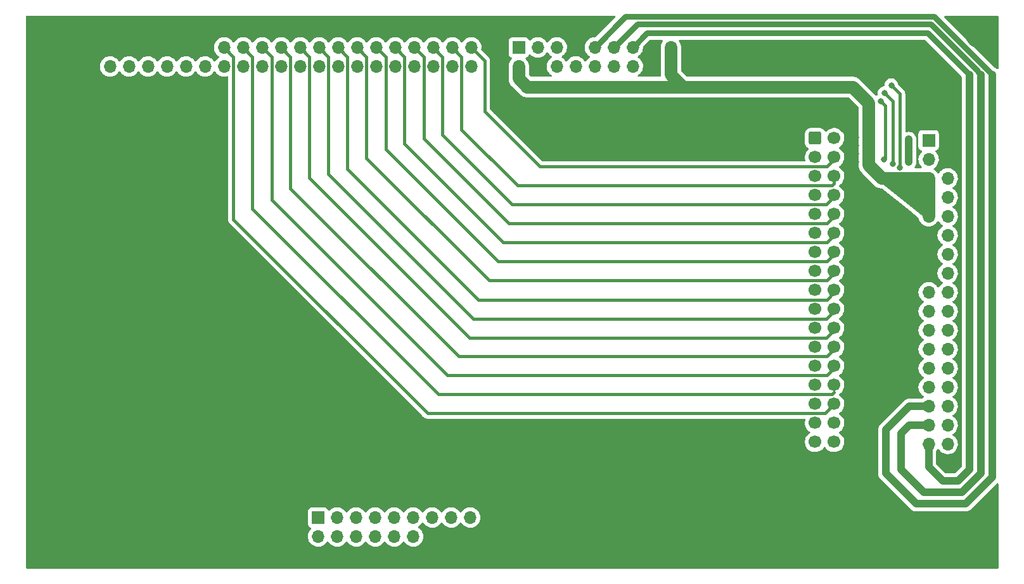
<source format=gbl>
G04 #@! TF.GenerationSoftware,KiCad,Pcbnew,(6.0.0)*
G04 #@! TF.CreationDate,2022-01-24T11:54:52+01:00*
G04 #@! TF.ProjectId,PUTM_EV_Front_Box_2022_P_ytka_Pozioma,5055544d-5f45-4565-9f46-726f6e745f42,rev?*
G04 #@! TF.SameCoordinates,Original*
G04 #@! TF.FileFunction,Copper,L4,Bot*
G04 #@! TF.FilePolarity,Positive*
%FSLAX46Y46*%
G04 Gerber Fmt 4.6, Leading zero omitted, Abs format (unit mm)*
G04 Created by KiCad (PCBNEW (6.0.0)) date 2022-01-24 11:54:52*
%MOMM*%
%LPD*%
G01*
G04 APERTURE LIST*
G04 Aperture macros list*
%AMRoundRect*
0 Rectangle with rounded corners*
0 $1 Rounding radius*
0 $2 $3 $4 $5 $6 $7 $8 $9 X,Y pos of 4 corners*
0 Add a 4 corners polygon primitive as box body*
4,1,4,$2,$3,$4,$5,$6,$7,$8,$9,$2,$3,0*
0 Add four circle primitives for the rounded corners*
1,1,$1+$1,$2,$3*
1,1,$1+$1,$4,$5*
1,1,$1+$1,$6,$7*
1,1,$1+$1,$8,$9*
0 Add four rect primitives between the rounded corners*
20,1,$1+$1,$2,$3,$4,$5,0*
20,1,$1+$1,$4,$5,$6,$7,0*
20,1,$1+$1,$6,$7,$8,$9,0*
20,1,$1+$1,$8,$9,$2,$3,0*%
G04 Aperture macros list end*
G04 #@! TA.AperFunction,ComponentPad*
%ADD10R,1.700000X1.700000*%
G04 #@! TD*
G04 #@! TA.AperFunction,ComponentPad*
%ADD11O,1.700000X1.700000*%
G04 #@! TD*
G04 #@! TA.AperFunction,ComponentPad*
%ADD12RoundRect,0.250000X-0.600000X-0.600000X0.600000X-0.600000X0.600000X0.600000X-0.600000X0.600000X0*%
G04 #@! TD*
G04 #@! TA.AperFunction,ComponentPad*
%ADD13C,1.700000*%
G04 #@! TD*
G04 #@! TA.AperFunction,ComponentPad*
%ADD14C,3.800000*%
G04 #@! TD*
G04 #@! TA.AperFunction,ViaPad*
%ADD15C,0.800000*%
G04 #@! TD*
G04 #@! TA.AperFunction,ViaPad*
%ADD16C,1.000000*%
G04 #@! TD*
G04 #@! TA.AperFunction,Conductor*
%ADD17C,0.250000*%
G04 #@! TD*
G04 #@! TA.AperFunction,Conductor*
%ADD18C,0.200000*%
G04 #@! TD*
G04 #@! TA.AperFunction,Conductor*
%ADD19C,1.000000*%
G04 #@! TD*
G04 #@! TA.AperFunction,Conductor*
%ADD20C,1.700000*%
G04 #@! TD*
G04 #@! TA.AperFunction,Conductor*
%ADD21C,0.500000*%
G04 #@! TD*
G04 #@! TA.AperFunction,Conductor*
%ADD22C,0.400000*%
G04 #@! TD*
G04 #@! TA.AperFunction,Conductor*
%ADD23C,0.800000*%
G04 #@! TD*
G04 APERTURE END LIST*
D10*
X116150000Y-107597154D03*
D11*
X116150000Y-110137154D03*
X118690000Y-107597154D03*
X118690000Y-110137154D03*
X121230000Y-107597154D03*
X121230000Y-110137154D03*
X123770000Y-107597154D03*
X123770000Y-110137154D03*
X126310000Y-107597154D03*
X126310000Y-110137154D03*
X128850000Y-107597154D03*
X128850000Y-110137154D03*
X131390000Y-107597154D03*
X131390000Y-110137154D03*
X133930000Y-107597154D03*
X133930000Y-110137154D03*
X136470000Y-107597154D03*
X136470000Y-110137154D03*
X139010000Y-107597154D03*
X139010000Y-110137154D03*
D10*
X88360000Y-44697154D03*
D11*
X88360000Y-47237154D03*
X90900000Y-44697154D03*
X90900000Y-47237154D03*
X93440000Y-44697154D03*
X93440000Y-47237154D03*
X95980000Y-44697154D03*
X95980000Y-47237154D03*
X98520000Y-44697154D03*
X98520000Y-47237154D03*
X101060000Y-44697154D03*
X101060000Y-47237154D03*
X103600000Y-44697154D03*
X103600000Y-47237154D03*
X106140000Y-44697154D03*
X106140000Y-47237154D03*
X108680000Y-44697154D03*
X108680000Y-47237154D03*
X111220000Y-44697154D03*
X111220000Y-47237154D03*
X113760000Y-44697154D03*
X113760000Y-47237154D03*
X116300000Y-44697154D03*
X116300000Y-47237154D03*
X118840000Y-44697154D03*
X118840000Y-47237154D03*
X121380000Y-44697154D03*
X121380000Y-47237154D03*
X123920000Y-44697154D03*
X123920000Y-47237154D03*
X126460000Y-44697154D03*
X126460000Y-47237154D03*
X129000000Y-44697154D03*
X129000000Y-47237154D03*
X131540000Y-44697154D03*
X131540000Y-47237154D03*
X134080000Y-44697154D03*
X134080000Y-47237154D03*
X136620000Y-44697154D03*
X136620000Y-47237154D03*
D10*
X142970000Y-44687154D03*
D11*
X142970000Y-47227154D03*
X145510000Y-44687154D03*
X145510000Y-47227154D03*
X148050000Y-44687154D03*
X148050000Y-47227154D03*
X150590000Y-44687154D03*
X150590000Y-47227154D03*
X153130000Y-44687154D03*
X153130000Y-47227154D03*
X155670000Y-44687154D03*
X155670000Y-47227154D03*
X158210000Y-44687154D03*
X158210000Y-47227154D03*
X160750000Y-44687154D03*
X160750000Y-47227154D03*
X163290000Y-44687154D03*
X163290000Y-47227154D03*
X165830000Y-44687154D03*
X165830000Y-47227154D03*
D12*
X182570000Y-56837154D03*
D13*
X185110000Y-56837154D03*
X182570000Y-59377154D03*
X185110000Y-59377154D03*
X182570000Y-61917154D03*
X185110000Y-61917154D03*
X182570000Y-64457154D03*
X185110000Y-64457154D03*
X182570000Y-66997154D03*
X185110000Y-66997154D03*
X182570000Y-69537154D03*
X185110000Y-69537154D03*
X182570000Y-72077154D03*
X185110000Y-72077154D03*
X182570000Y-74617154D03*
X185110000Y-74617154D03*
X182570000Y-77157154D03*
X185110000Y-77157154D03*
X182570000Y-79697154D03*
X185110000Y-79697154D03*
X182570000Y-82237154D03*
X185110000Y-82237154D03*
X182570000Y-84777154D03*
X185110000Y-84777154D03*
X182570000Y-87317154D03*
X185110000Y-87317154D03*
X182570000Y-89857154D03*
X185110000Y-89857154D03*
X182570000Y-92397154D03*
X185110000Y-92397154D03*
X182570000Y-94937154D03*
X185110000Y-94937154D03*
X182570000Y-97477154D03*
X185110000Y-97477154D03*
D14*
X204570000Y-42937154D03*
X81610000Y-109940154D03*
X81590000Y-44937154D03*
X204570000Y-111937154D03*
D10*
X197740000Y-57117154D03*
D11*
X200280000Y-57117154D03*
X197740000Y-59657154D03*
X200280000Y-59657154D03*
X197740000Y-62197154D03*
X200280000Y-62197154D03*
X197740000Y-64737154D03*
X200280000Y-64737154D03*
X197740000Y-67277154D03*
X200280000Y-67277154D03*
X197740000Y-69817154D03*
X200280000Y-69817154D03*
X197740000Y-72357154D03*
X200280000Y-72357154D03*
X197740000Y-74897154D03*
X200280000Y-74897154D03*
X197740000Y-77437154D03*
X200280000Y-77437154D03*
X197740000Y-79977154D03*
X200280000Y-79977154D03*
X197740000Y-82517154D03*
X200280000Y-82517154D03*
X197740000Y-85057154D03*
X200280000Y-85057154D03*
X197740000Y-87597154D03*
X200280000Y-87597154D03*
X197740000Y-90137154D03*
X200280000Y-90137154D03*
X197740000Y-92677154D03*
X200280000Y-92677154D03*
X197740000Y-95217154D03*
X200280000Y-95217154D03*
X197740000Y-97757154D03*
X200280000Y-97757154D03*
D15*
X186970000Y-64537154D03*
X106070000Y-41937154D03*
X96070000Y-94937154D03*
X144320000Y-107937154D03*
X187570000Y-46937154D03*
X188520000Y-71487154D03*
X168120000Y-53537154D03*
X181570000Y-44937154D03*
X92570000Y-101437154D03*
X189570000Y-78187154D03*
X189320000Y-74437154D03*
X189320000Y-86437154D03*
X188070000Y-63337154D03*
X186970000Y-61137154D03*
X108070000Y-93937154D03*
X112570000Y-101937154D03*
X137070000Y-41937154D03*
X190570000Y-44937154D03*
X192570000Y-46937154D03*
X188070000Y-60037154D03*
X115070000Y-41937154D03*
X143320000Y-107937154D03*
X189170000Y-63337154D03*
X85070000Y-84437154D03*
X145670000Y-53537154D03*
X83070000Y-51937154D03*
X101070000Y-105437154D03*
X104070000Y-101937154D03*
X144320000Y-109937154D03*
X186970000Y-57837154D03*
D16*
X189770000Y-98487154D03*
D15*
X172570000Y-44937154D03*
X94070000Y-77937154D03*
X206070000Y-45937154D03*
X145670000Y-51837154D03*
X185870000Y-54537154D03*
X186970000Y-55637154D03*
X145320000Y-108937154D03*
X187970000Y-53537154D03*
X91570000Y-81437154D03*
X188070000Y-58937154D03*
X188670000Y-80787154D03*
X140470000Y-48937154D03*
X184570000Y-44937154D03*
X186970000Y-62237154D03*
X153170000Y-53537154D03*
X186970000Y-63337154D03*
X108570000Y-108937154D03*
X101070000Y-110437154D03*
X145320000Y-109937154D03*
X142170000Y-51837154D03*
X140470000Y-51837154D03*
X187970000Y-54537154D03*
X96570000Y-81937154D03*
X167570000Y-46937154D03*
X140470000Y-47537154D03*
X147820000Y-51837154D03*
X181570000Y-46937154D03*
X184870000Y-53537154D03*
X84570000Y-94437154D03*
X170920000Y-45887154D03*
X144320000Y-108937154D03*
X184870000Y-54537154D03*
X86570000Y-61937154D03*
X150220000Y-51887154D03*
X187570000Y-44937154D03*
X188070000Y-56737154D03*
X83070000Y-67937154D03*
X150270000Y-53537154D03*
X178570000Y-44937154D03*
X183770000Y-53537154D03*
X140470000Y-42937154D03*
X118070000Y-101437154D03*
X143320000Y-109937154D03*
X87070000Y-79437154D03*
X92570000Y-87437154D03*
X197870000Y-50937154D03*
X201570000Y-41437154D03*
X186970000Y-59937154D03*
X141320000Y-109937154D03*
X145320000Y-107937154D03*
X142320000Y-108937154D03*
X188070000Y-57837154D03*
X189170000Y-64537154D03*
X190070000Y-93287154D03*
X99570000Y-96437154D03*
X205670000Y-108237154D03*
X190570000Y-46937154D03*
X172570000Y-46937154D03*
X188070000Y-64537154D03*
X100070000Y-86437154D03*
X186970000Y-54537154D03*
X84070000Y-60937154D03*
X107070000Y-96937154D03*
X140470000Y-41337154D03*
X186970000Y-53537154D03*
X140470000Y-44537154D03*
X200570000Y-53537154D03*
X140470000Y-50337154D03*
X84070000Y-104437154D03*
X188070000Y-62237154D03*
X163070000Y-53537154D03*
X201070000Y-113337154D03*
X141320000Y-107937154D03*
X197870000Y-48637154D03*
X178570000Y-46937154D03*
X147820000Y-53537154D03*
X86570000Y-97437154D03*
X167570000Y-44937154D03*
X90570000Y-73937154D03*
X143320000Y-108937154D03*
X188070000Y-61137154D03*
X197870000Y-53637154D03*
X106070000Y-90937154D03*
X85070000Y-70437154D03*
X143870000Y-53537154D03*
X175570000Y-46937154D03*
X88570000Y-92937154D03*
X102070000Y-89437154D03*
X175570000Y-44937154D03*
X186970000Y-58937154D03*
X142320000Y-107937154D03*
X185870000Y-53537154D03*
X93070000Y-108437154D03*
X124070000Y-41937154D03*
X84100000Y-41414154D03*
X86070000Y-54937154D03*
X197570000Y-45687154D03*
X157220000Y-53537154D03*
X186970000Y-56737154D03*
X142070000Y-53537154D03*
X187970000Y-55637154D03*
X143870000Y-51837154D03*
X141320000Y-108937154D03*
X132070000Y-41937154D03*
X142320000Y-109937154D03*
X200570000Y-50937154D03*
X96570000Y-41937154D03*
X83070000Y-77437154D03*
X184570000Y-46937154D03*
X200470000Y-48537154D03*
X193570000Y-90937154D03*
D16*
X190420000Y-89837154D03*
D15*
X169570000Y-44937154D03*
X195070000Y-60041154D03*
X195070000Y-56993154D03*
X193850000Y-60747654D03*
X192750000Y-49750000D03*
X192950000Y-60250000D03*
X191850000Y-50800000D03*
X191350000Y-51900000D03*
X191800000Y-59700000D03*
D17*
X184320000Y-108937154D02*
X189770000Y-103487154D01*
X189770000Y-103487154D02*
X189770000Y-98487154D01*
D18*
X189820000Y-98537154D02*
X189770000Y-98487154D01*
D17*
X142570000Y-108937154D02*
X184320000Y-108937154D01*
D19*
X197616000Y-74773154D02*
X197740000Y-74897154D01*
X197616000Y-69693154D02*
X197740000Y-69817154D01*
D20*
X189750000Y-52127154D02*
X187610000Y-49987154D01*
X142970000Y-47227154D02*
X142970000Y-48870000D01*
X142970000Y-48870000D02*
X144087154Y-49987154D01*
X197740000Y-67277154D02*
X197740000Y-64737154D01*
X189750000Y-60467154D02*
X189750000Y-52127154D01*
X144087154Y-49987154D02*
X164920000Y-49987154D01*
X163290000Y-44687154D02*
X163290000Y-47227154D01*
X191480000Y-62197154D02*
X189750000Y-60467154D01*
X163290000Y-48357154D02*
X164920000Y-49987154D01*
X187610000Y-49987154D02*
X164920000Y-49987154D01*
X197740000Y-62197154D02*
X191480000Y-62197154D01*
X163290000Y-47227154D02*
X163290000Y-48357154D01*
X197740000Y-64737154D02*
X197740000Y-62197154D01*
D21*
X145080000Y-44697154D02*
X145162000Y-44697154D01*
D22*
X145080000Y-44697154D02*
X145670000Y-44697154D01*
D19*
X195070000Y-60041154D02*
X195070000Y-56993154D01*
D22*
X130779511Y-93646665D02*
X104849511Y-67716665D01*
X185110000Y-92397154D02*
X183860489Y-93646665D01*
X104849511Y-45946665D02*
X103600000Y-44697154D01*
X183860489Y-93646665D02*
X130779511Y-93646665D01*
X104849511Y-67716665D02*
X104849511Y-45946665D01*
X139020000Y-75887154D02*
X122629511Y-59496665D01*
X122629511Y-45946665D02*
X121380000Y-44697154D01*
X185110000Y-74897154D02*
X184120000Y-75887154D01*
X122629511Y-59496665D02*
X122629511Y-45946665D01*
X184120000Y-75887154D02*
X139020000Y-75887154D01*
X120089511Y-45946665D02*
X118840000Y-44697154D01*
X137570000Y-78437154D02*
X120089511Y-60956665D01*
X120089511Y-60956665D02*
X120089511Y-45946665D01*
X184110000Y-78437154D02*
X137570000Y-78437154D01*
X185110000Y-77437154D02*
X184110000Y-78437154D01*
X184100000Y-80987154D02*
X136870000Y-80987154D01*
X136870000Y-80987154D02*
X117549511Y-61666665D01*
X185110000Y-79977154D02*
X184100000Y-80987154D01*
X117549511Y-45946665D02*
X116300000Y-44697154D01*
X117549511Y-61666665D02*
X117549511Y-45946665D01*
X115009511Y-45946665D02*
X113760000Y-44697154D01*
X184099511Y-83527643D02*
X136410489Y-83527643D01*
X185110000Y-82517154D02*
X184099511Y-83527643D01*
X115009511Y-62126665D02*
X115009511Y-45946665D01*
X136410489Y-83527643D02*
X115009511Y-62126665D01*
X134920000Y-86037154D02*
X112469511Y-63586665D01*
X184130000Y-86037154D02*
X134920000Y-86037154D01*
X112469511Y-63586665D02*
X112469511Y-45946665D01*
X185110000Y-85057154D02*
X184130000Y-86037154D01*
X112469511Y-45946665D02*
X111220000Y-44697154D01*
X193900000Y-60697654D02*
X193900000Y-50900000D01*
X193850000Y-60747654D02*
X193900000Y-60697654D01*
X193900000Y-50900000D02*
X192750000Y-49750000D01*
D23*
X203178000Y-48357154D02*
X197590000Y-42769154D01*
D19*
X197740000Y-100831154D02*
X199622000Y-102713154D01*
X203178000Y-101189154D02*
X203178000Y-48357154D01*
X199622000Y-102713154D02*
X201654000Y-102713154D01*
X201654000Y-102713154D02*
X203178000Y-101189154D01*
D23*
X160128000Y-42769154D02*
X158210000Y-44687154D01*
D19*
X197740000Y-97757154D02*
X197740000Y-100831154D01*
D23*
X197590000Y-42769154D02*
X160128000Y-42769154D01*
D22*
X191850000Y-50800000D02*
X192950000Y-51900000D01*
X192950000Y-51900000D02*
X192950000Y-60250000D01*
D19*
X194034000Y-96357154D02*
X194034000Y-101189154D01*
X194034000Y-101189154D02*
X197082000Y-104237154D01*
D23*
X204278010Y-47791741D02*
X198048443Y-41562174D01*
D19*
X204702000Y-85441154D02*
X204702000Y-84933154D01*
X197082000Y-104237154D02*
X202162000Y-104237154D01*
D23*
X204278010Y-47933164D02*
X204278010Y-47791741D01*
X204702000Y-48357154D02*
X204278010Y-47933164D01*
D19*
X204702000Y-101697154D02*
X204702000Y-85441154D01*
D23*
X158794980Y-41562174D02*
X155670000Y-44687154D01*
D19*
X195174000Y-95217154D02*
X194034000Y-96357154D01*
X197740000Y-95217154D02*
X195174000Y-95217154D01*
X204702000Y-84933154D02*
X204702000Y-48357154D01*
X202162000Y-104237154D02*
X204702000Y-101697154D01*
D23*
X198048443Y-41562174D02*
X158794980Y-41562174D01*
D22*
X191900000Y-59600000D02*
X191900000Y-52450000D01*
X191800000Y-59700000D02*
X191900000Y-59600000D01*
X191900000Y-52450000D02*
X191350000Y-51900000D01*
D23*
X206226000Y-48325505D02*
X198462659Y-40562164D01*
D19*
X192002000Y-101189154D02*
X192002000Y-101697154D01*
X206226000Y-102205154D02*
X206226000Y-48357154D01*
X196066000Y-105761154D02*
X202670000Y-105761154D01*
X197740000Y-92677154D02*
X195174000Y-92677154D01*
X192002000Y-95849154D02*
X192002000Y-101189154D01*
X202670000Y-105761154D02*
X206226000Y-102205154D01*
X192002000Y-101697154D02*
X196066000Y-105761154D01*
D23*
X157254990Y-40562164D02*
X153130000Y-44687154D01*
X206226000Y-48357154D02*
X206226000Y-48325505D01*
D19*
X195174000Y-92677154D02*
X192002000Y-95849154D01*
D23*
X198462659Y-40562164D02*
X157254990Y-40562164D01*
D22*
X107389511Y-45946665D02*
X106140000Y-44697154D01*
X132239511Y-91106665D02*
X107389511Y-66256665D01*
X185110000Y-90809154D02*
X184812489Y-91106665D01*
X107389511Y-66256665D02*
X107389511Y-45946665D01*
D17*
X185110000Y-90137154D02*
X185110000Y-90809154D01*
D22*
X184812489Y-91106665D02*
X132239511Y-91106665D01*
X184120000Y-88587154D02*
X133470000Y-88587154D01*
X109970000Y-45987154D02*
X108680000Y-44697154D01*
X133470000Y-88587154D02*
X109970000Y-65087154D01*
X109970000Y-65087154D02*
X109970000Y-45987154D01*
X185110000Y-87597154D02*
X184120000Y-88587154D01*
X145770000Y-60637154D02*
X138410000Y-53277154D01*
X138410000Y-46487154D02*
X136620000Y-44697154D01*
X185110000Y-59657154D02*
X184130000Y-60637154D01*
X184130000Y-60637154D02*
X145770000Y-60637154D01*
X138410000Y-53277154D02*
X138410000Y-46487154D01*
X135329511Y-55696665D02*
X135329511Y-45946665D01*
X142820000Y-63187154D02*
X135329511Y-55696665D01*
X185110000Y-62197154D02*
X185110000Y-62869154D01*
X185110000Y-62869154D02*
X184792000Y-63187154D01*
X184792000Y-63187154D02*
X142820000Y-63187154D01*
X135329511Y-45946665D02*
X134080000Y-44697154D01*
X132789511Y-45946665D02*
X131540000Y-44697154D01*
X184040489Y-65706665D02*
X142089511Y-65706665D01*
X185060000Y-64687154D02*
X184040489Y-65706665D01*
X132789511Y-56406665D02*
X132789511Y-45946665D01*
X142089511Y-65706665D02*
X132789511Y-56406665D01*
X185110000Y-67277154D02*
X184140489Y-68246665D01*
X130270000Y-45967154D02*
X129000000Y-44697154D01*
X184140489Y-68246665D02*
X141629511Y-68246665D01*
X141629511Y-68246665D02*
X130270000Y-56887154D01*
X130270000Y-56887154D02*
X130270000Y-45967154D01*
X127709511Y-57576665D02*
X127709511Y-45946665D01*
X140920000Y-70787154D02*
X127709511Y-57576665D01*
X127709511Y-45946665D02*
X126460000Y-44697154D01*
X184140000Y-70787154D02*
X140920000Y-70787154D01*
X185110000Y-69817154D02*
X184140000Y-70787154D01*
X125210489Y-45987643D02*
X123920000Y-44697154D01*
X140220000Y-73337154D02*
X125210489Y-58327643D01*
X125210489Y-58327643D02*
X125210489Y-45987643D01*
X184130000Y-73337154D02*
X140220000Y-73337154D01*
X185110000Y-72357154D02*
X184130000Y-73337154D01*
G04 #@! TA.AperFunction,Conductor*
G36*
X155851118Y-40465156D02*
G01*
X155897611Y-40518812D01*
X155907715Y-40589086D01*
X155878221Y-40653666D01*
X155872092Y-40660249D01*
X153240514Y-43291827D01*
X153178202Y-43325853D01*
X153149880Y-43328723D01*
X153040081Y-43327382D01*
X153040079Y-43327382D01*
X153034911Y-43327319D01*
X152814091Y-43361109D01*
X152601756Y-43430511D01*
X152403607Y-43533661D01*
X152399474Y-43536764D01*
X152399471Y-43536766D01*
X152229100Y-43664684D01*
X152224965Y-43667789D01*
X152221393Y-43671527D01*
X152113729Y-43784191D01*
X152070629Y-43829292D01*
X151963204Y-43986772D01*
X151962898Y-43987220D01*
X151907987Y-44032223D01*
X151837462Y-44040394D01*
X151773715Y-44009140D01*
X151753018Y-43984656D01*
X151672426Y-43860080D01*
X151666136Y-43851911D01*
X151522806Y-43694394D01*
X151515273Y-43687369D01*
X151348139Y-43555376D01*
X151339552Y-43549671D01*
X151153117Y-43446753D01*
X151143705Y-43442523D01*
X150942959Y-43371434D01*
X150932988Y-43368800D01*
X150861837Y-43356126D01*
X150848540Y-43357586D01*
X150844000Y-43372143D01*
X150844000Y-44815154D01*
X150823998Y-44883275D01*
X150770342Y-44929768D01*
X150718000Y-44941154D01*
X150462000Y-44941154D01*
X150393879Y-44921152D01*
X150347386Y-44867496D01*
X150336000Y-44815154D01*
X150336000Y-43370256D01*
X150332082Y-43356912D01*
X150317806Y-43354925D01*
X150279324Y-43360814D01*
X150269288Y-43363205D01*
X150066868Y-43429366D01*
X150057359Y-43433363D01*
X149868463Y-43531696D01*
X149859738Y-43537190D01*
X149689433Y-43665059D01*
X149681726Y-43671902D01*
X149534590Y-43825871D01*
X149528109Y-43833876D01*
X149423498Y-43987228D01*
X149368587Y-44032230D01*
X149298062Y-44040401D01*
X149234315Y-44009147D01*
X149213618Y-43984663D01*
X149132822Y-43859771D01*
X149132820Y-43859768D01*
X149130014Y-43855431D01*
X148979670Y-43690205D01*
X148975619Y-43687006D01*
X148975615Y-43687002D01*
X148808414Y-43554954D01*
X148808410Y-43554952D01*
X148804359Y-43551752D01*
X148768028Y-43531696D01*
X148752136Y-43522923D01*
X148608789Y-43443792D01*
X148603920Y-43442068D01*
X148603916Y-43442066D01*
X148403087Y-43370949D01*
X148403083Y-43370948D01*
X148398212Y-43369223D01*
X148393119Y-43368316D01*
X148393116Y-43368315D01*
X148183373Y-43330954D01*
X148183367Y-43330953D01*
X148178284Y-43330048D01*
X148104452Y-43329146D01*
X147960081Y-43327382D01*
X147960079Y-43327382D01*
X147954911Y-43327319D01*
X147734091Y-43361109D01*
X147521756Y-43430511D01*
X147323607Y-43533661D01*
X147319474Y-43536764D01*
X147319471Y-43536766D01*
X147149100Y-43664684D01*
X147144965Y-43667789D01*
X147141393Y-43671527D01*
X147033729Y-43784191D01*
X146990629Y-43829292D01*
X146883201Y-43986775D01*
X146828293Y-44031775D01*
X146757768Y-44039946D01*
X146694021Y-44008692D01*
X146673324Y-43984208D01*
X146592822Y-43859771D01*
X146592820Y-43859768D01*
X146590014Y-43855431D01*
X146439670Y-43690205D01*
X146435619Y-43687006D01*
X146435615Y-43687002D01*
X146268414Y-43554954D01*
X146268410Y-43554952D01*
X146264359Y-43551752D01*
X146228028Y-43531696D01*
X146212136Y-43522923D01*
X146068789Y-43443792D01*
X146063920Y-43442068D01*
X146063916Y-43442066D01*
X145863087Y-43370949D01*
X145863083Y-43370948D01*
X145858212Y-43369223D01*
X145853119Y-43368316D01*
X145853116Y-43368315D01*
X145643373Y-43330954D01*
X145643367Y-43330953D01*
X145638284Y-43330048D01*
X145564452Y-43329146D01*
X145420081Y-43327382D01*
X145420079Y-43327382D01*
X145414911Y-43327319D01*
X145194091Y-43361109D01*
X144981756Y-43430511D01*
X144783607Y-43533661D01*
X144779474Y-43536764D01*
X144779471Y-43536766D01*
X144609100Y-43664684D01*
X144604965Y-43667789D01*
X144525149Y-43751312D01*
X144524283Y-43752218D01*
X144462759Y-43787648D01*
X144391846Y-43784191D01*
X144334060Y-43742945D01*
X144315207Y-43709397D01*
X144273767Y-43598857D01*
X144270615Y-43590449D01*
X144183261Y-43473893D01*
X144066705Y-43386539D01*
X143930316Y-43335409D01*
X143868134Y-43328654D01*
X142071866Y-43328654D01*
X142009684Y-43335409D01*
X141873295Y-43386539D01*
X141756739Y-43473893D01*
X141669385Y-43590449D01*
X141618255Y-43726838D01*
X141611500Y-43789020D01*
X141611500Y-45585288D01*
X141618255Y-45647470D01*
X141669385Y-45783859D01*
X141756739Y-45900415D01*
X141873295Y-45987769D01*
X141881704Y-45990921D01*
X141881705Y-45990922D01*
X141990451Y-46031689D01*
X142047216Y-46074330D01*
X142071916Y-46140892D01*
X142056709Y-46210241D01*
X142037307Y-46236731D01*
X142035397Y-46238730D01*
X142026896Y-46246831D01*
X142018811Y-46253847D01*
X141992555Y-46276631D01*
X141967874Y-46306733D01*
X141955564Y-46321746D01*
X141949226Y-46328903D01*
X141910629Y-46369292D01*
X141907714Y-46373565D01*
X141907712Y-46373568D01*
X141884312Y-46407872D01*
X141877656Y-46416761D01*
X141846376Y-46454909D01*
X141819411Y-46502281D01*
X141814019Y-46510917D01*
X141784743Y-46553834D01*
X141782567Y-46558522D01*
X141763428Y-46599755D01*
X141758650Y-46609023D01*
X141732325Y-46655268D01*
X141730505Y-46660281D01*
X141730504Y-46660284D01*
X141715052Y-46702855D01*
X141710900Y-46712915D01*
X141690688Y-46756459D01*
X141681981Y-46787856D01*
X141676109Y-46809028D01*
X141673137Y-46818329D01*
X141653663Y-46871979D01*
X141652714Y-46877227D01*
X141645343Y-46917988D01*
X141642775Y-46929224D01*
X141630989Y-46971724D01*
X141630440Y-46976865D01*
X141630439Y-46976868D01*
X141624773Y-47029883D01*
X141623476Y-47038911D01*
X141613378Y-47094756D01*
X141613377Y-47094764D01*
X141612639Y-47098846D01*
X141611500Y-47122998D01*
X141611500Y-47147373D01*
X141610787Y-47160761D01*
X141607251Y-47193849D01*
X141607548Y-47199002D01*
X141607548Y-47199005D01*
X141611291Y-47263917D01*
X141611500Y-47271170D01*
X141611500Y-48817091D01*
X141611185Y-48825990D01*
X141607373Y-48879834D01*
X141606721Y-48889037D01*
X141607247Y-48894350D01*
X141617050Y-48993445D01*
X141617211Y-48995197D01*
X141618443Y-49009709D01*
X141626080Y-49099720D01*
X141627419Y-49104880D01*
X141628127Y-49109018D01*
X141628893Y-49113150D01*
X141629418Y-49118462D01*
X141655385Y-49213056D01*
X141657193Y-49219644D01*
X141657644Y-49221331D01*
X141683999Y-49322872D01*
X141686194Y-49327743D01*
X141687602Y-49331742D01*
X141689033Y-49335630D01*
X141690447Y-49340784D01*
X141710986Y-49384729D01*
X141734861Y-49435813D01*
X141735593Y-49437408D01*
X141778688Y-49533075D01*
X141781665Y-49537496D01*
X141783688Y-49541132D01*
X141785806Y-49544815D01*
X141788063Y-49549644D01*
X141791103Y-49554026D01*
X141847862Y-49635845D01*
X141848854Y-49637297D01*
X141879418Y-49682695D01*
X141907441Y-49724319D01*
X141911122Y-49728178D01*
X141914110Y-49731894D01*
X141914510Y-49732426D01*
X141914523Y-49732415D01*
X141917105Y-49735658D01*
X141919473Y-49739072D01*
X141922263Y-49742138D01*
X141922267Y-49742143D01*
X141923443Y-49743435D01*
X141935746Y-49756955D01*
X141996090Y-49817299D01*
X141998165Y-49819422D01*
X142066576Y-49891135D01*
X142070851Y-49894316D01*
X142070857Y-49894321D01*
X142072285Y-49895383D01*
X142086169Y-49907378D01*
X143089123Y-50910332D01*
X143095194Y-50916847D01*
X143105677Y-50928927D01*
X143136631Y-50964599D01*
X143217808Y-51031160D01*
X143219103Y-51032238D01*
X143299295Y-51099885D01*
X143303900Y-51102592D01*
X143307419Y-51105083D01*
X143310788Y-51107398D01*
X143314909Y-51110778D01*
X143390178Y-51153623D01*
X143406108Y-51162691D01*
X143407604Y-51163556D01*
X143498043Y-51216723D01*
X143503030Y-51218612D01*
X143506868Y-51220451D01*
X143510636Y-51222192D01*
X143515268Y-51224829D01*
X143520278Y-51226648D01*
X143520279Y-51226648D01*
X143613913Y-51260635D01*
X143615540Y-51261238D01*
X143713634Y-51298403D01*
X143718880Y-51299427D01*
X143723019Y-51300606D01*
X143726966Y-51301671D01*
X143731979Y-51303491D01*
X143737228Y-51304440D01*
X143737231Y-51304441D01*
X143835225Y-51322161D01*
X143836954Y-51322486D01*
X143934671Y-51341569D01*
X143934675Y-51341569D01*
X143939906Y-51342591D01*
X143945240Y-51342717D01*
X143949985Y-51343232D01*
X143950634Y-51343329D01*
X143950636Y-51343308D01*
X143954761Y-51343776D01*
X143958846Y-51344515D01*
X143962987Y-51344710D01*
X143962993Y-51344711D01*
X143981510Y-51345584D01*
X143981517Y-51345584D01*
X143982998Y-51345654D01*
X144068411Y-51345654D01*
X144071380Y-51345689D01*
X144170388Y-51348022D01*
X144175667Y-51347247D01*
X144175670Y-51347247D01*
X144176627Y-51347106D01*
X144177421Y-51346990D01*
X144195716Y-51345654D01*
X164901232Y-51345654D01*
X164904201Y-51345689D01*
X165003234Y-51348023D01*
X165010272Y-51346990D01*
X165028570Y-51345654D01*
X186995101Y-51345654D01*
X187063222Y-51365656D01*
X187084196Y-51382559D01*
X188354595Y-52652958D01*
X188388621Y-52715270D01*
X188391500Y-52742053D01*
X188391500Y-60414245D01*
X188391185Y-60423144D01*
X188389584Y-60445762D01*
X188386721Y-60486191D01*
X188391693Y-60536446D01*
X188397050Y-60590599D01*
X188397211Y-60592351D01*
X188402014Y-60648951D01*
X188406080Y-60696874D01*
X188407419Y-60702034D01*
X188408127Y-60706172D01*
X188408893Y-60710304D01*
X188409418Y-60715616D01*
X188410830Y-60720760D01*
X188410831Y-60720765D01*
X188437193Y-60816798D01*
X188437644Y-60818485D01*
X188463999Y-60920026D01*
X188466194Y-60924897D01*
X188467602Y-60928896D01*
X188469033Y-60932784D01*
X188470447Y-60937938D01*
X188480515Y-60959479D01*
X188514861Y-61032967D01*
X188515593Y-61034562D01*
X188558688Y-61130229D01*
X188561665Y-61134650D01*
X188563688Y-61138286D01*
X188565806Y-61141969D01*
X188568063Y-61146798D01*
X188571103Y-61151180D01*
X188627862Y-61232999D01*
X188628854Y-61234451D01*
X188640748Y-61252118D01*
X188687441Y-61321473D01*
X188691122Y-61325332D01*
X188694110Y-61329048D01*
X188694510Y-61329580D01*
X188694523Y-61329569D01*
X188697105Y-61332812D01*
X188699473Y-61336226D01*
X188702263Y-61339292D01*
X188702267Y-61339297D01*
X188705487Y-61342835D01*
X188715746Y-61354109D01*
X188776090Y-61414453D01*
X188778165Y-61416576D01*
X188846576Y-61488289D01*
X188850851Y-61491470D01*
X188850857Y-61491475D01*
X188852285Y-61492537D01*
X188866169Y-61504532D01*
X190481969Y-63120332D01*
X190488040Y-63126847D01*
X190529477Y-63174599D01*
X190610654Y-63241160D01*
X190611949Y-63242238D01*
X190692141Y-63309885D01*
X190696746Y-63312592D01*
X190700265Y-63315083D01*
X190703634Y-63317398D01*
X190707755Y-63320778D01*
X190790801Y-63368050D01*
X190798954Y-63372691D01*
X190800450Y-63373556D01*
X190890889Y-63426723D01*
X190895876Y-63428612D01*
X190899714Y-63430451D01*
X190903482Y-63432192D01*
X190908114Y-63434829D01*
X191002120Y-63468951D01*
X191006759Y-63470635D01*
X191008386Y-63471238D01*
X191106480Y-63508403D01*
X191111726Y-63509427D01*
X191115865Y-63510606D01*
X191119812Y-63511671D01*
X191124825Y-63513491D01*
X191130074Y-63514440D01*
X191130077Y-63514441D01*
X191228071Y-63532161D01*
X191229800Y-63532486D01*
X191327517Y-63551569D01*
X191327521Y-63551569D01*
X191332752Y-63552591D01*
X191338086Y-63552717D01*
X191342831Y-63553232D01*
X191343480Y-63553329D01*
X191343482Y-63553308D01*
X191347607Y-63553776D01*
X191351692Y-63554515D01*
X191355833Y-63554710D01*
X191355839Y-63554711D01*
X191374356Y-63555584D01*
X191374363Y-63555584D01*
X191375844Y-63555654D01*
X191443960Y-63555654D01*
X191512081Y-63575656D01*
X191522880Y-63583432D01*
X195274993Y-66598326D01*
X196360996Y-67470950D01*
X196401570Y-67529211D01*
X196404033Y-67537516D01*
X196418693Y-67593998D01*
X196419651Y-67597952D01*
X196439222Y-67684793D01*
X196441169Y-67689587D01*
X196444511Y-67697818D01*
X196449728Y-67713570D01*
X196453999Y-67730026D01*
X196473813Y-67774011D01*
X196489444Y-67808712D01*
X196491303Y-67813056D01*
X196518748Y-67880643D01*
X196523266Y-67891770D01*
X196525968Y-67896179D01*
X196532657Y-67907095D01*
X196540106Y-67921178D01*
X196548688Y-67940229D01*
X196574946Y-67979231D01*
X196594790Y-68008707D01*
X196597675Y-68013195D01*
X196639987Y-68082242D01*
X196643369Y-68086146D01*
X196654323Y-68098792D01*
X196663602Y-68110918D01*
X196677441Y-68131473D01*
X196681122Y-68135331D01*
X196681127Y-68135338D01*
X196731811Y-68188468D01*
X196735867Y-68192929D01*
X196786250Y-68251092D01*
X196790225Y-68254392D01*
X196790227Y-68254394D01*
X196806109Y-68267579D01*
X196816795Y-68277553D01*
X196836576Y-68298289D01*
X196840856Y-68301473D01*
X196840860Y-68301477D01*
X196896716Y-68343035D01*
X196901985Y-68347177D01*
X196912666Y-68356045D01*
X196945127Y-68382994D01*
X196958126Y-68393786D01*
X196983788Y-68408782D01*
X196995413Y-68416468D01*
X197021542Y-68435908D01*
X197026300Y-68438327D01*
X197030435Y-68440891D01*
X197077790Y-68493788D01*
X197089030Y-68563889D01*
X197060586Y-68628938D01*
X197022218Y-68659742D01*
X197018458Y-68661699D01*
X197009738Y-68667190D01*
X196839433Y-68795059D01*
X196831726Y-68801902D01*
X196684590Y-68955871D01*
X196678104Y-68963881D01*
X196558098Y-69139803D01*
X196553000Y-69148777D01*
X196463338Y-69341937D01*
X196459775Y-69351624D01*
X196404389Y-69551337D01*
X196405912Y-69559761D01*
X196418292Y-69563154D01*
X197868000Y-69563154D01*
X197936121Y-69583156D01*
X197982614Y-69636812D01*
X197994000Y-69689154D01*
X197994000Y-75025154D01*
X197973998Y-75093275D01*
X197920342Y-75139768D01*
X197868000Y-75151154D01*
X196423225Y-75151154D01*
X196409694Y-75155127D01*
X196408257Y-75165120D01*
X196438565Y-75299600D01*
X196441645Y-75309429D01*
X196521770Y-75506757D01*
X196526413Y-75515948D01*
X196637694Y-75697542D01*
X196643777Y-75705853D01*
X196783213Y-75866821D01*
X196790580Y-75874037D01*
X196954434Y-76010070D01*
X196962881Y-76015985D01*
X197031969Y-76056357D01*
X197080693Y-76107996D01*
X197093764Y-76177779D01*
X197067033Y-76243550D01*
X197026584Y-76276906D01*
X197013607Y-76283661D01*
X197009474Y-76286764D01*
X197009471Y-76286766D01*
X196985247Y-76304954D01*
X196834965Y-76417789D01*
X196680629Y-76579292D01*
X196677720Y-76583557D01*
X196677714Y-76583565D01*
X196607525Y-76686459D01*
X196554743Y-76763834D01*
X196539003Y-76797744D01*
X196477846Y-76929496D01*
X196460688Y-76966459D01*
X196400989Y-77181724D01*
X196377251Y-77403849D01*
X196377548Y-77409002D01*
X196377548Y-77409005D01*
X196383011Y-77503744D01*
X196390110Y-77626869D01*
X196391247Y-77631915D01*
X196391248Y-77631921D01*
X196397343Y-77658965D01*
X196439222Y-77844793D01*
X196477461Y-77938965D01*
X196517044Y-78036446D01*
X196523266Y-78051770D01*
X196574019Y-78134592D01*
X196637291Y-78237842D01*
X196639987Y-78242242D01*
X196786250Y-78411092D01*
X196958126Y-78553786D01*
X196977238Y-78564954D01*
X197031445Y-78596630D01*
X197080169Y-78648268D01*
X197093240Y-78718051D01*
X197066509Y-78783823D01*
X197026055Y-78817181D01*
X197013607Y-78823661D01*
X197009474Y-78826764D01*
X197009471Y-78826766D01*
X196985247Y-78844954D01*
X196834965Y-78957789D01*
X196680629Y-79119292D01*
X196677720Y-79123557D01*
X196677714Y-79123565D01*
X196612400Y-79219312D01*
X196554743Y-79303834D01*
X196539003Y-79337744D01*
X196477846Y-79469496D01*
X196460688Y-79506459D01*
X196400989Y-79721724D01*
X196377251Y-79943849D01*
X196377548Y-79949002D01*
X196377548Y-79949005D01*
X196383011Y-80043744D01*
X196390110Y-80166869D01*
X196391247Y-80171915D01*
X196391248Y-80171921D01*
X196410794Y-80258652D01*
X196439222Y-80384793D01*
X196477461Y-80478965D01*
X196517044Y-80576446D01*
X196523266Y-80591770D01*
X196574019Y-80674592D01*
X196637291Y-80777842D01*
X196639987Y-80782242D01*
X196786250Y-80951092D01*
X196958126Y-81093786D01*
X196977238Y-81104954D01*
X197031445Y-81136630D01*
X197080169Y-81188268D01*
X197093240Y-81258051D01*
X197066509Y-81323823D01*
X197026055Y-81357181D01*
X197013607Y-81363661D01*
X197009474Y-81366764D01*
X197009471Y-81366766D01*
X196963062Y-81401611D01*
X196834965Y-81497789D01*
X196680629Y-81659292D01*
X196677720Y-81663557D01*
X196677714Y-81663565D01*
X196616342Y-81753533D01*
X196554743Y-81843834D01*
X196539003Y-81877744D01*
X196477846Y-82009496D01*
X196460688Y-82046459D01*
X196400989Y-82261724D01*
X196377251Y-82483849D01*
X196377548Y-82489002D01*
X196377548Y-82489005D01*
X196383011Y-82583744D01*
X196390110Y-82706869D01*
X196391247Y-82711915D01*
X196391248Y-82711921D01*
X196403555Y-82766530D01*
X196439222Y-82924793D01*
X196477461Y-83018965D01*
X196517044Y-83116446D01*
X196523266Y-83131770D01*
X196574019Y-83214592D01*
X196637291Y-83317842D01*
X196639987Y-83322242D01*
X196786250Y-83491092D01*
X196958126Y-83633786D01*
X196977238Y-83644954D01*
X197031445Y-83676630D01*
X197080169Y-83728268D01*
X197093240Y-83798051D01*
X197066509Y-83863823D01*
X197026055Y-83897181D01*
X197013607Y-83903661D01*
X197009474Y-83906764D01*
X197009471Y-83906766D01*
X196963062Y-83941611D01*
X196834965Y-84037789D01*
X196680629Y-84199292D01*
X196677720Y-84203557D01*
X196677714Y-84203565D01*
X196616009Y-84294022D01*
X196554743Y-84383834D01*
X196539003Y-84417744D01*
X196477846Y-84549496D01*
X196460688Y-84586459D01*
X196400989Y-84801724D01*
X196377251Y-85023849D01*
X196377548Y-85029002D01*
X196377548Y-85029005D01*
X196383011Y-85123744D01*
X196390110Y-85246869D01*
X196391247Y-85251915D01*
X196391248Y-85251921D01*
X196408453Y-85328262D01*
X196439222Y-85464793D01*
X196477461Y-85558965D01*
X196517044Y-85656446D01*
X196523266Y-85671770D01*
X196574019Y-85754592D01*
X196637291Y-85857842D01*
X196639987Y-85862242D01*
X196786250Y-86031092D01*
X196958126Y-86173786D01*
X196977238Y-86184954D01*
X197031445Y-86216630D01*
X197080169Y-86268268D01*
X197093240Y-86338051D01*
X197066509Y-86403823D01*
X197026055Y-86437181D01*
X197013607Y-86443661D01*
X197009474Y-86446764D01*
X197009471Y-86446766D01*
X196839100Y-86574684D01*
X196834965Y-86577789D01*
X196680629Y-86739292D01*
X196677720Y-86743557D01*
X196677714Y-86743565D01*
X196607525Y-86846459D01*
X196554743Y-86923834D01*
X196539003Y-86957744D01*
X196477846Y-87089496D01*
X196460688Y-87126459D01*
X196400989Y-87341724D01*
X196377251Y-87563849D01*
X196377548Y-87569002D01*
X196377548Y-87569005D01*
X196383011Y-87663744D01*
X196390110Y-87786869D01*
X196391247Y-87791915D01*
X196391248Y-87791921D01*
X196403555Y-87846530D01*
X196439222Y-88004793D01*
X196477461Y-88098965D01*
X196517044Y-88196446D01*
X196523266Y-88211770D01*
X196574019Y-88294592D01*
X196637291Y-88397842D01*
X196639987Y-88402242D01*
X196786250Y-88571092D01*
X196958126Y-88713786D01*
X196977238Y-88724954D01*
X197031445Y-88756630D01*
X197080169Y-88808268D01*
X197093240Y-88878051D01*
X197066509Y-88943823D01*
X197026055Y-88977181D01*
X197013607Y-88983661D01*
X197009474Y-88986764D01*
X197009471Y-88986766D01*
X196985247Y-89004954D01*
X196834965Y-89117789D01*
X196680629Y-89279292D01*
X196677720Y-89283557D01*
X196677714Y-89283565D01*
X196607525Y-89386459D01*
X196554743Y-89463834D01*
X196539003Y-89497744D01*
X196477846Y-89629496D01*
X196460688Y-89666459D01*
X196400989Y-89881724D01*
X196377251Y-90103849D01*
X196377548Y-90109002D01*
X196377548Y-90109005D01*
X196383011Y-90203744D01*
X196390110Y-90326869D01*
X196391247Y-90331915D01*
X196391248Y-90331921D01*
X196411119Y-90420093D01*
X196439222Y-90544793D01*
X196477461Y-90638965D01*
X196517044Y-90736446D01*
X196523266Y-90751770D01*
X196574019Y-90834592D01*
X196637291Y-90937842D01*
X196639987Y-90942242D01*
X196786250Y-91111092D01*
X196958126Y-91253786D01*
X196977238Y-91264954D01*
X197031445Y-91296630D01*
X197080169Y-91348268D01*
X197093240Y-91418051D01*
X197066509Y-91483823D01*
X197026055Y-91517181D01*
X197013607Y-91523661D01*
X197009474Y-91526764D01*
X197009471Y-91526766D01*
X196854111Y-91643414D01*
X196787626Y-91668320D01*
X196778458Y-91668654D01*
X195235840Y-91668654D01*
X195222232Y-91667917D01*
X195190736Y-91664495D01*
X195190732Y-91664495D01*
X195184611Y-91663830D01*
X195166611Y-91665405D01*
X195134609Y-91668204D01*
X195129784Y-91668533D01*
X195127313Y-91668654D01*
X195124231Y-91668654D01*
X195101763Y-91670857D01*
X195081489Y-91672845D01*
X195080174Y-91672967D01*
X195047913Y-91675790D01*
X194987587Y-91681067D01*
X194982468Y-91682554D01*
X194977167Y-91683074D01*
X194888194Y-91709936D01*
X194887054Y-91710274D01*
X194797663Y-91736245D01*
X194792929Y-91738699D01*
X194787831Y-91740238D01*
X194782387Y-91743132D01*
X194782386Y-91743133D01*
X194705831Y-91783838D01*
X194704663Y-91784452D01*
X194629222Y-91823557D01*
X194622074Y-91827262D01*
X194617911Y-91830585D01*
X194613204Y-91833088D01*
X194608430Y-91836982D01*
X194608428Y-91836983D01*
X194541105Y-91891891D01*
X194540160Y-91892654D01*
X194501027Y-91923893D01*
X194498536Y-91926384D01*
X194497809Y-91927034D01*
X194493463Y-91930746D01*
X194480689Y-91941165D01*
X194459938Y-91958089D01*
X194456015Y-91962831D01*
X194456013Y-91962833D01*
X194430703Y-91993427D01*
X194422713Y-92002207D01*
X191332621Y-95092299D01*
X191322478Y-95101401D01*
X191292975Y-95125122D01*
X191289008Y-95129850D01*
X191260709Y-95163575D01*
X191257528Y-95167223D01*
X191255885Y-95169035D01*
X191253691Y-95171229D01*
X191226358Y-95204503D01*
X191225696Y-95205301D01*
X191165846Y-95276628D01*
X191163278Y-95281298D01*
X191159897Y-95285415D01*
X191130763Y-95339750D01*
X191116023Y-95367240D01*
X191115394Y-95368399D01*
X191073538Y-95444535D01*
X191073535Y-95444543D01*
X191070567Y-95449941D01*
X191068955Y-95455023D01*
X191066438Y-95459717D01*
X191039238Y-95548685D01*
X191038918Y-95549713D01*
X191010765Y-95638460D01*
X191010171Y-95643756D01*
X191008613Y-95648852D01*
X191007990Y-95654988D01*
X190999218Y-95741341D01*
X190999089Y-95742547D01*
X190993500Y-95792381D01*
X190993500Y-95795908D01*
X190993445Y-95796893D01*
X190992998Y-95802573D01*
X190988626Y-95845616D01*
X190991594Y-95877011D01*
X190992941Y-95891263D01*
X190993500Y-95903121D01*
X190993500Y-101635311D01*
X190992763Y-101648918D01*
X190990718Y-101667749D01*
X190988676Y-101686542D01*
X190989213Y-101692677D01*
X190993050Y-101736542D01*
X190993379Y-101741368D01*
X190993500Y-101743840D01*
X190993500Y-101746923D01*
X190993801Y-101749991D01*
X190997690Y-101789660D01*
X190997812Y-101790973D01*
X191005913Y-101883567D01*
X191007400Y-101888686D01*
X191007920Y-101893987D01*
X191034791Y-101982988D01*
X191035126Y-101984121D01*
X191061091Y-102073490D01*
X191063544Y-102078222D01*
X191065084Y-102083323D01*
X191067978Y-102088766D01*
X191108731Y-102165414D01*
X191109343Y-102166580D01*
X191152108Y-102249080D01*
X191155431Y-102253243D01*
X191157934Y-102257950D01*
X191216755Y-102330072D01*
X191217446Y-102330928D01*
X191248738Y-102370127D01*
X191251242Y-102372631D01*
X191251884Y-102373349D01*
X191255585Y-102377682D01*
X191282935Y-102411216D01*
X191287682Y-102415143D01*
X191287684Y-102415145D01*
X191318262Y-102440441D01*
X191327042Y-102448431D01*
X195309145Y-106430533D01*
X195318247Y-106440676D01*
X195341968Y-106470179D01*
X195346696Y-106474146D01*
X195380421Y-106502445D01*
X195384069Y-106505626D01*
X195385881Y-106507269D01*
X195388075Y-106509463D01*
X195421349Y-106536796D01*
X195422147Y-106537458D01*
X195493474Y-106597308D01*
X195498144Y-106599876D01*
X195502261Y-106603257D01*
X195522079Y-106613883D01*
X195584086Y-106647131D01*
X195585245Y-106647760D01*
X195661381Y-106689616D01*
X195661389Y-106689619D01*
X195666787Y-106692587D01*
X195671869Y-106694199D01*
X195676563Y-106696716D01*
X195749771Y-106719099D01*
X195765477Y-106723901D01*
X195766735Y-106724293D01*
X195855306Y-106752389D01*
X195860597Y-106752983D01*
X195865698Y-106754542D01*
X195958263Y-106763944D01*
X195959450Y-106764070D01*
X195988838Y-106767367D01*
X196005730Y-106769262D01*
X196005735Y-106769262D01*
X196009227Y-106769654D01*
X196012752Y-106769654D01*
X196013737Y-106769709D01*
X196019432Y-106770157D01*
X196031342Y-106771367D01*
X196056334Y-106773906D01*
X196056339Y-106773906D01*
X196062462Y-106774528D01*
X196108108Y-106770213D01*
X196119967Y-106769654D01*
X202608157Y-106769654D01*
X202621764Y-106770391D01*
X202653262Y-106773813D01*
X202653267Y-106773813D01*
X202659388Y-106774478D01*
X202685638Y-106772181D01*
X202709388Y-106770104D01*
X202714214Y-106769775D01*
X202716686Y-106769654D01*
X202719769Y-106769654D01*
X202731738Y-106768480D01*
X202762506Y-106765464D01*
X202763819Y-106765342D01*
X202808084Y-106761469D01*
X202856413Y-106757241D01*
X202861532Y-106755754D01*
X202866833Y-106755234D01*
X202955834Y-106728363D01*
X202956967Y-106728028D01*
X203040414Y-106703784D01*
X203040418Y-106703782D01*
X203046336Y-106702063D01*
X203051068Y-106699610D01*
X203056169Y-106698070D01*
X203063167Y-106694349D01*
X203138260Y-106654423D01*
X203139426Y-106653811D01*
X203216453Y-106613883D01*
X203221926Y-106611046D01*
X203226089Y-106607723D01*
X203230796Y-106605220D01*
X203302918Y-106546399D01*
X203303774Y-106545708D01*
X203342973Y-106514416D01*
X203345477Y-106511912D01*
X203346195Y-106511270D01*
X203350528Y-106507569D01*
X203384062Y-106480219D01*
X203413288Y-106444891D01*
X203421277Y-106436112D01*
X206846905Y-103010483D01*
X206909217Y-102976457D01*
X206980032Y-102981522D01*
X207036868Y-103024069D01*
X207061679Y-103090589D01*
X207062000Y-103099578D01*
X207062000Y-111018758D01*
X207041998Y-111086879D01*
X206988342Y-111133372D01*
X206918068Y-111143476D01*
X206853488Y-111113982D01*
X206816168Y-111057696D01*
X206814556Y-111052736D01*
X206811639Y-111045367D01*
X206686007Y-110778384D01*
X206682195Y-110771451D01*
X206524091Y-110522319D01*
X206519437Y-110515913D01*
X206454479Y-110437393D01*
X206441960Y-110428937D01*
X206431222Y-110435143D01*
X204942020Y-111924344D01*
X204934408Y-111938285D01*
X204934539Y-111940120D01*
X204938790Y-111946734D01*
X206430119Y-113438062D01*
X206443381Y-113445304D01*
X206453485Y-113438116D01*
X206519437Y-113358395D01*
X206524091Y-113351989D01*
X206682195Y-113102857D01*
X206686007Y-113095924D01*
X206811639Y-112828941D01*
X206814556Y-112821572D01*
X206816168Y-112816612D01*
X206856242Y-112758007D01*
X206921639Y-112730371D01*
X206991596Y-112742479D01*
X207043901Y-112790486D01*
X207062000Y-112855550D01*
X207062000Y-114303154D01*
X207041998Y-114371275D01*
X206988342Y-114417768D01*
X206936000Y-114429154D01*
X205477706Y-114429154D01*
X205409585Y-114409152D01*
X205363092Y-114355496D01*
X205352988Y-114285222D01*
X205382482Y-114220642D01*
X205431322Y-114186002D01*
X205593631Y-114121739D01*
X205600766Y-114118382D01*
X205859350Y-113976224D01*
X205866030Y-113971984D01*
X206071230Y-113822898D01*
X206079653Y-113811975D01*
X206072749Y-113799114D01*
X204582810Y-112309174D01*
X204568869Y-112301562D01*
X204567034Y-112301693D01*
X204560420Y-112305944D01*
X203066927Y-113799438D01*
X203060314Y-113811548D01*
X203069143Y-113823168D01*
X203273970Y-113971984D01*
X203280650Y-113976224D01*
X203539234Y-114118382D01*
X203546369Y-114121739D01*
X203708678Y-114186002D01*
X203764652Y-114229677D01*
X203788128Y-114296680D01*
X203771652Y-114365738D01*
X203720457Y-114414927D01*
X203662294Y-114429154D01*
X139696000Y-114429154D01*
X139627879Y-114409152D01*
X139581386Y-114355496D01*
X139570000Y-114303154D01*
X139570000Y-111941112D01*
X202157488Y-111941112D01*
X202176015Y-112235590D01*
X202177008Y-112243451D01*
X202232296Y-112533282D01*
X202234267Y-112540959D01*
X202325446Y-112821578D01*
X202328361Y-112828941D01*
X202453993Y-113095924D01*
X202457805Y-113102857D01*
X202615909Y-113351989D01*
X202620563Y-113358395D01*
X202685521Y-113436915D01*
X202698040Y-113445371D01*
X202708778Y-113439165D01*
X204197980Y-111949964D01*
X204205592Y-111936023D01*
X204205461Y-111934188D01*
X204201210Y-111927574D01*
X202709881Y-110436246D01*
X202696619Y-110429004D01*
X202686515Y-110436192D01*
X202620563Y-110515913D01*
X202615909Y-110522319D01*
X202457805Y-110771451D01*
X202453993Y-110778384D01*
X202328361Y-111045367D01*
X202325446Y-111052730D01*
X202234267Y-111333349D01*
X202232296Y-111341026D01*
X202177008Y-111630857D01*
X202176015Y-111638718D01*
X202157488Y-111933196D01*
X202157488Y-111941112D01*
X139570000Y-111941112D01*
X139570000Y-111453676D01*
X139590002Y-111385555D01*
X139640568Y-111340524D01*
X139703100Y-111309890D01*
X139711945Y-111304618D01*
X139876625Y-111187154D01*
X144320000Y-111187154D01*
X144320000Y-110062333D01*
X203060347Y-110062333D01*
X203067251Y-110075194D01*
X204557190Y-111565134D01*
X204571131Y-111572746D01*
X204572966Y-111572615D01*
X204579580Y-111568364D01*
X206073073Y-110074870D01*
X206079686Y-110062760D01*
X206070857Y-110051140D01*
X205866030Y-109902324D01*
X205859350Y-109898084D01*
X205600766Y-109755926D01*
X205593631Y-109752569D01*
X205319254Y-109643935D01*
X205311763Y-109641501D01*
X205025941Y-109568115D01*
X205018170Y-109566633D01*
X204725430Y-109529651D01*
X204717540Y-109529154D01*
X204422460Y-109529154D01*
X204414570Y-109529651D01*
X204121830Y-109566633D01*
X204114059Y-109568115D01*
X203828237Y-109641501D01*
X203820746Y-109643935D01*
X203546369Y-109752569D01*
X203539234Y-109755926D01*
X203280650Y-109898084D01*
X203273970Y-109902324D01*
X203068770Y-110051410D01*
X203060347Y-110062333D01*
X144320000Y-110062333D01*
X144320000Y-106437154D01*
X139718761Y-106437154D01*
X139635106Y-106390974D01*
X139585136Y-106340541D01*
X139570000Y-106280665D01*
X139570000Y-94481165D01*
X139590002Y-94413044D01*
X139643658Y-94366551D01*
X139696000Y-94355165D01*
X181155854Y-94355165D01*
X181223975Y-94375167D01*
X181270468Y-94428823D01*
X181280572Y-94499097D01*
X181277271Y-94514837D01*
X181239045Y-94652674D01*
X181230989Y-94681724D01*
X181207251Y-94903849D01*
X181207548Y-94909002D01*
X181207548Y-94909005D01*
X181213011Y-95003744D01*
X181220110Y-95126869D01*
X181221247Y-95131915D01*
X181221248Y-95131921D01*
X181239701Y-95213800D01*
X181269222Y-95344793D01*
X181353266Y-95551770D01*
X181402793Y-95632591D01*
X181467291Y-95737842D01*
X181469987Y-95742242D01*
X181616250Y-95911092D01*
X181788126Y-96053786D01*
X181858595Y-96094965D01*
X181861445Y-96096630D01*
X181910169Y-96148268D01*
X181923240Y-96218051D01*
X181896509Y-96283823D01*
X181856055Y-96317181D01*
X181843607Y-96323661D01*
X181839474Y-96326764D01*
X181839471Y-96326766D01*
X181704283Y-96428268D01*
X181664965Y-96457789D01*
X181510629Y-96619292D01*
X181507720Y-96623557D01*
X181507714Y-96623565D01*
X181495404Y-96641611D01*
X181384743Y-96803834D01*
X181290688Y-97006459D01*
X181230989Y-97221724D01*
X181207251Y-97443849D01*
X181207548Y-97449002D01*
X181207548Y-97449005D01*
X181213011Y-97543744D01*
X181220110Y-97666869D01*
X181221247Y-97671915D01*
X181221248Y-97671921D01*
X181231794Y-97718716D01*
X181269222Y-97884793D01*
X181353266Y-98091770D01*
X181394924Y-98159750D01*
X181467291Y-98277842D01*
X181469987Y-98282242D01*
X181616250Y-98451092D01*
X181788126Y-98593786D01*
X181981000Y-98706492D01*
X182189692Y-98786184D01*
X182194760Y-98787215D01*
X182194763Y-98787216D01*
X182302017Y-98809037D01*
X182408597Y-98830721D01*
X182413772Y-98830911D01*
X182413774Y-98830911D01*
X182626673Y-98838718D01*
X182626677Y-98838718D01*
X182631837Y-98838907D01*
X182636957Y-98838251D01*
X182636959Y-98838251D01*
X182848288Y-98811179D01*
X182848289Y-98811179D01*
X182853416Y-98810522D01*
X182906210Y-98794683D01*
X183062429Y-98747815D01*
X183062434Y-98747813D01*
X183067384Y-98746328D01*
X183267994Y-98648050D01*
X183449860Y-98518327D01*
X183608096Y-98360643D01*
X183667594Y-98277843D01*
X183738453Y-98179231D01*
X183739776Y-98180182D01*
X183786645Y-98137011D01*
X183856580Y-98124779D01*
X183922026Y-98152298D01*
X183949875Y-98184148D01*
X184009987Y-98282242D01*
X184156250Y-98451092D01*
X184328126Y-98593786D01*
X184521000Y-98706492D01*
X184729692Y-98786184D01*
X184734760Y-98787215D01*
X184734763Y-98787216D01*
X184842017Y-98809037D01*
X184948597Y-98830721D01*
X184953772Y-98830911D01*
X184953774Y-98830911D01*
X185166673Y-98838718D01*
X185166677Y-98838718D01*
X185171837Y-98838907D01*
X185176957Y-98838251D01*
X185176959Y-98838251D01*
X185388288Y-98811179D01*
X185388289Y-98811179D01*
X185393416Y-98810522D01*
X185446210Y-98794683D01*
X185602429Y-98747815D01*
X185602434Y-98747813D01*
X185607384Y-98746328D01*
X185807994Y-98648050D01*
X185989860Y-98518327D01*
X186148096Y-98360643D01*
X186207594Y-98277843D01*
X186275435Y-98183431D01*
X186278453Y-98179231D01*
X186283224Y-98169579D01*
X186375136Y-97983607D01*
X186375137Y-97983605D01*
X186377430Y-97978965D01*
X186442370Y-97765223D01*
X186471529Y-97543744D01*
X186471611Y-97540394D01*
X186473074Y-97480519D01*
X186473074Y-97480515D01*
X186473156Y-97477154D01*
X186454852Y-97254515D01*
X186400431Y-97037856D01*
X186311354Y-96832994D01*
X186190014Y-96645431D01*
X186039670Y-96480205D01*
X186035619Y-96477006D01*
X186035615Y-96477002D01*
X185868414Y-96344954D01*
X185868410Y-96344952D01*
X185864359Y-96341752D01*
X185823053Y-96318950D01*
X185773084Y-96268518D01*
X185758312Y-96199075D01*
X185783428Y-96132670D01*
X185810780Y-96106063D01*
X185854603Y-96074804D01*
X185989860Y-95978327D01*
X186148096Y-95820643D01*
X186161061Y-95802601D01*
X186275435Y-95643431D01*
X186278453Y-95639231D01*
X186299320Y-95597011D01*
X186375136Y-95443607D01*
X186375137Y-95443605D01*
X186377430Y-95438965D01*
X186409900Y-95332094D01*
X186440865Y-95230177D01*
X186440865Y-95230175D01*
X186442370Y-95225223D01*
X186471529Y-95003744D01*
X186471611Y-95000394D01*
X186473074Y-94940519D01*
X186473074Y-94940515D01*
X186473156Y-94937154D01*
X186454852Y-94714515D01*
X186400431Y-94497856D01*
X186311354Y-94292994D01*
X186243852Y-94188652D01*
X186192822Y-94109771D01*
X186192820Y-94109768D01*
X186190014Y-94105431D01*
X186039670Y-93940205D01*
X186035619Y-93937006D01*
X186035615Y-93937002D01*
X185868414Y-93804954D01*
X185868410Y-93804952D01*
X185864359Y-93801752D01*
X185823053Y-93778950D01*
X185773084Y-93728518D01*
X185758312Y-93659075D01*
X185783428Y-93592670D01*
X185810780Y-93566063D01*
X185854603Y-93534804D01*
X185989860Y-93438327D01*
X186148096Y-93280643D01*
X186278453Y-93099231D01*
X186344684Y-92965223D01*
X186375136Y-92903607D01*
X186375137Y-92903605D01*
X186377430Y-92898965D01*
X186442370Y-92685223D01*
X186471529Y-92463744D01*
X186471611Y-92460394D01*
X186473074Y-92400519D01*
X186473074Y-92400515D01*
X186473156Y-92397154D01*
X186454852Y-92174515D01*
X186400431Y-91957856D01*
X186311354Y-91752994D01*
X186247754Y-91654684D01*
X186192822Y-91569771D01*
X186192820Y-91569768D01*
X186190014Y-91565431D01*
X186039670Y-91400205D01*
X186035619Y-91397006D01*
X186035615Y-91397002D01*
X185868414Y-91264954D01*
X185868410Y-91264952D01*
X185864359Y-91261752D01*
X185823053Y-91238950D01*
X185773084Y-91188518D01*
X185758312Y-91119075D01*
X185783428Y-91052670D01*
X185810780Y-91026063D01*
X185854603Y-90994804D01*
X185989860Y-90898327D01*
X186148096Y-90740643D01*
X186278453Y-90559231D01*
X186283224Y-90549579D01*
X186375136Y-90363607D01*
X186375137Y-90363605D01*
X186377430Y-90358965D01*
X186442370Y-90145223D01*
X186471529Y-89923744D01*
X186471611Y-89920394D01*
X186473074Y-89860519D01*
X186473074Y-89860515D01*
X186473156Y-89857154D01*
X186454852Y-89634515D01*
X186400431Y-89417856D01*
X186311354Y-89212994D01*
X186190014Y-89025431D01*
X186039670Y-88860205D01*
X186035619Y-88857006D01*
X186035615Y-88857002D01*
X185868414Y-88724954D01*
X185868410Y-88724952D01*
X185864359Y-88721752D01*
X185823053Y-88698950D01*
X185773084Y-88648518D01*
X185758312Y-88579075D01*
X185783428Y-88512670D01*
X185810780Y-88486063D01*
X185854603Y-88454804D01*
X185989860Y-88358327D01*
X186148096Y-88200643D01*
X186163050Y-88179833D01*
X186275435Y-88023431D01*
X186278453Y-88019231D01*
X186283224Y-88009579D01*
X186375136Y-87823607D01*
X186375137Y-87823605D01*
X186377430Y-87818965D01*
X186442370Y-87605223D01*
X186471529Y-87383744D01*
X186471611Y-87380394D01*
X186473074Y-87320519D01*
X186473074Y-87320515D01*
X186473156Y-87317154D01*
X186454852Y-87094515D01*
X186400431Y-86877856D01*
X186311354Y-86672994D01*
X186190014Y-86485431D01*
X186039670Y-86320205D01*
X186035619Y-86317006D01*
X186035615Y-86317002D01*
X185868414Y-86184954D01*
X185868410Y-86184952D01*
X185864359Y-86181752D01*
X185823053Y-86158950D01*
X185773084Y-86108518D01*
X185758312Y-86039075D01*
X185783428Y-85972670D01*
X185810780Y-85946063D01*
X185854603Y-85914804D01*
X185989860Y-85818327D01*
X186148096Y-85660643D01*
X186278453Y-85479231D01*
X186283224Y-85469579D01*
X186375136Y-85283607D01*
X186375137Y-85283605D01*
X186377430Y-85278965D01*
X186442370Y-85065223D01*
X186471529Y-84843744D01*
X186471611Y-84840394D01*
X186473074Y-84780519D01*
X186473074Y-84780515D01*
X186473156Y-84777154D01*
X186454852Y-84554515D01*
X186400431Y-84337856D01*
X186311354Y-84132994D01*
X186190014Y-83945431D01*
X186039670Y-83780205D01*
X186035619Y-83777006D01*
X186035615Y-83777002D01*
X185868414Y-83644954D01*
X185868410Y-83644952D01*
X185864359Y-83641752D01*
X185823053Y-83618950D01*
X185773084Y-83568518D01*
X185758312Y-83499075D01*
X185783428Y-83432670D01*
X185810780Y-83406063D01*
X185854603Y-83374804D01*
X185989860Y-83278327D01*
X186148096Y-83120643D01*
X186278453Y-82939231D01*
X186283224Y-82929579D01*
X186375136Y-82743607D01*
X186375137Y-82743605D01*
X186377430Y-82738965D01*
X186442370Y-82525223D01*
X186471529Y-82303744D01*
X186471611Y-82300394D01*
X186473074Y-82240519D01*
X186473074Y-82240515D01*
X186473156Y-82237154D01*
X186454852Y-82014515D01*
X186400431Y-81797856D01*
X186311354Y-81592994D01*
X186190014Y-81405431D01*
X186039670Y-81240205D01*
X186035619Y-81237006D01*
X186035615Y-81237002D01*
X185868414Y-81104954D01*
X185868410Y-81104952D01*
X185864359Y-81101752D01*
X185823053Y-81078950D01*
X185773084Y-81028518D01*
X185758312Y-80959075D01*
X185783428Y-80892670D01*
X185810780Y-80866063D01*
X185854603Y-80834804D01*
X185989860Y-80738327D01*
X185996827Y-80731385D01*
X186103805Y-80624779D01*
X186148096Y-80580643D01*
X186278453Y-80399231D01*
X186283224Y-80389579D01*
X186375136Y-80203607D01*
X186375137Y-80203605D01*
X186377430Y-80198965D01*
X186442370Y-79985223D01*
X186471529Y-79763744D01*
X186471611Y-79760394D01*
X186473074Y-79700519D01*
X186473074Y-79700515D01*
X186473156Y-79697154D01*
X186454852Y-79474515D01*
X186400431Y-79257856D01*
X186311354Y-79052994D01*
X186190014Y-78865431D01*
X186039670Y-78700205D01*
X186035619Y-78697006D01*
X186035615Y-78697002D01*
X185868414Y-78564954D01*
X185868410Y-78564952D01*
X185864359Y-78561752D01*
X185823053Y-78538950D01*
X185773084Y-78488518D01*
X185758312Y-78419075D01*
X185783428Y-78352670D01*
X185810780Y-78326063D01*
X185854603Y-78294804D01*
X185989860Y-78198327D01*
X186006862Y-78181385D01*
X186103805Y-78084779D01*
X186148096Y-78040643D01*
X186278453Y-77859231D01*
X186283224Y-77849579D01*
X186375136Y-77663607D01*
X186375137Y-77663605D01*
X186377430Y-77658965D01*
X186442370Y-77445223D01*
X186471529Y-77223744D01*
X186471611Y-77220394D01*
X186473074Y-77160519D01*
X186473074Y-77160515D01*
X186473156Y-77157154D01*
X186454852Y-76934515D01*
X186400431Y-76717856D01*
X186311354Y-76512994D01*
X186190014Y-76325431D01*
X186039670Y-76160205D01*
X186035619Y-76157006D01*
X186035615Y-76157002D01*
X185868414Y-76024954D01*
X185868410Y-76024952D01*
X185864359Y-76021752D01*
X185823053Y-75998950D01*
X185773084Y-75948518D01*
X185758312Y-75879075D01*
X185783428Y-75812670D01*
X185810780Y-75786063D01*
X185854603Y-75754804D01*
X185989860Y-75658327D01*
X186148096Y-75500643D01*
X186278453Y-75319231D01*
X186283298Y-75309429D01*
X186375136Y-75123607D01*
X186375137Y-75123605D01*
X186377430Y-75118965D01*
X186442370Y-74905223D01*
X186471529Y-74683744D01*
X186471611Y-74680394D01*
X186472810Y-74631337D01*
X196404389Y-74631337D01*
X196405912Y-74639761D01*
X196418292Y-74643154D01*
X197467885Y-74643154D01*
X197483124Y-74638679D01*
X197484329Y-74637289D01*
X197486000Y-74629606D01*
X197486000Y-72629269D01*
X197481525Y-72614030D01*
X197480135Y-72612825D01*
X197472452Y-72611154D01*
X196423225Y-72611154D01*
X196409694Y-72615127D01*
X196408257Y-72625120D01*
X196438565Y-72759600D01*
X196441645Y-72769429D01*
X196521770Y-72966757D01*
X196526413Y-72975948D01*
X196637694Y-73157542D01*
X196643777Y-73165853D01*
X196783213Y-73326821D01*
X196790580Y-73334037D01*
X196954434Y-73470070D01*
X196962881Y-73475985D01*
X197032479Y-73516655D01*
X197081203Y-73568294D01*
X197094274Y-73638077D01*
X197067543Y-73703848D01*
X197027087Y-73737207D01*
X197018462Y-73741696D01*
X197009738Y-73747190D01*
X196839433Y-73875059D01*
X196831726Y-73881902D01*
X196684590Y-74035871D01*
X196678104Y-74043881D01*
X196558098Y-74219803D01*
X196553000Y-74228777D01*
X196463338Y-74421937D01*
X196459775Y-74431624D01*
X196404389Y-74631337D01*
X186472810Y-74631337D01*
X186473074Y-74620519D01*
X186473074Y-74620515D01*
X186473156Y-74617154D01*
X186454852Y-74394515D01*
X186400431Y-74177856D01*
X186311354Y-73972994D01*
X186190014Y-73785431D01*
X186039670Y-73620205D01*
X186035619Y-73617006D01*
X186035615Y-73617002D01*
X185868414Y-73484954D01*
X185868410Y-73484952D01*
X185864359Y-73481752D01*
X185823053Y-73458950D01*
X185773084Y-73408518D01*
X185758312Y-73339075D01*
X185783428Y-73272670D01*
X185810780Y-73246063D01*
X185854603Y-73214804D01*
X185989860Y-73118327D01*
X186148096Y-72960643D01*
X186278453Y-72779231D01*
X186283298Y-72769429D01*
X186375136Y-72583607D01*
X186375137Y-72583605D01*
X186377430Y-72578965D01*
X186442370Y-72365223D01*
X186471529Y-72143744D01*
X186471611Y-72140394D01*
X186472810Y-72091337D01*
X196404389Y-72091337D01*
X196405912Y-72099761D01*
X196418292Y-72103154D01*
X197467885Y-72103154D01*
X197483124Y-72098679D01*
X197484329Y-72097289D01*
X197486000Y-72089606D01*
X197486000Y-70089269D01*
X197481525Y-70074030D01*
X197480135Y-70072825D01*
X197472452Y-70071154D01*
X196423225Y-70071154D01*
X196409694Y-70075127D01*
X196408257Y-70085120D01*
X196438565Y-70219600D01*
X196441645Y-70229429D01*
X196521770Y-70426757D01*
X196526413Y-70435948D01*
X196637694Y-70617542D01*
X196643777Y-70625853D01*
X196783213Y-70786821D01*
X196790580Y-70794037D01*
X196954434Y-70930070D01*
X196962881Y-70935985D01*
X197032479Y-70976655D01*
X197081203Y-71028294D01*
X197094274Y-71098077D01*
X197067543Y-71163848D01*
X197027087Y-71197207D01*
X197018462Y-71201696D01*
X197009738Y-71207190D01*
X196839433Y-71335059D01*
X196831726Y-71341902D01*
X196684590Y-71495871D01*
X196678104Y-71503881D01*
X196558098Y-71679803D01*
X196553000Y-71688777D01*
X196463338Y-71881937D01*
X196459775Y-71891624D01*
X196404389Y-72091337D01*
X186472810Y-72091337D01*
X186473074Y-72080519D01*
X186473074Y-72080515D01*
X186473156Y-72077154D01*
X186454852Y-71854515D01*
X186400431Y-71637856D01*
X186311354Y-71432994D01*
X186190014Y-71245431D01*
X186039670Y-71080205D01*
X186035619Y-71077006D01*
X186035615Y-71077002D01*
X185868414Y-70944954D01*
X185868410Y-70944952D01*
X185864359Y-70941752D01*
X185823053Y-70918950D01*
X185773084Y-70868518D01*
X185758312Y-70799075D01*
X185783428Y-70732670D01*
X185810780Y-70706063D01*
X185919239Y-70628700D01*
X185989860Y-70578327D01*
X186148096Y-70420643D01*
X186278453Y-70239231D01*
X186283298Y-70229429D01*
X186375136Y-70043607D01*
X186375137Y-70043605D01*
X186377430Y-70038965D01*
X186442370Y-69825223D01*
X186471529Y-69603744D01*
X186471611Y-69600394D01*
X186473074Y-69540519D01*
X186473074Y-69540515D01*
X186473156Y-69537154D01*
X186454852Y-69314515D01*
X186400431Y-69097856D01*
X186311354Y-68892994D01*
X186239174Y-68781420D01*
X186192822Y-68709771D01*
X186192820Y-68709768D01*
X186190014Y-68705431D01*
X186039670Y-68540205D01*
X186035619Y-68537006D01*
X186035615Y-68537002D01*
X185868414Y-68404954D01*
X185868410Y-68404952D01*
X185864359Y-68401752D01*
X185823053Y-68378950D01*
X185773084Y-68328518D01*
X185758312Y-68259075D01*
X185783428Y-68192670D01*
X185810780Y-68166063D01*
X185897014Y-68104553D01*
X185989860Y-68038327D01*
X186148096Y-67880643D01*
X186278453Y-67699231D01*
X186283220Y-67689587D01*
X186375136Y-67503607D01*
X186375137Y-67503605D01*
X186377430Y-67498965D01*
X186442370Y-67285223D01*
X186471529Y-67063744D01*
X186471611Y-67060394D01*
X186473074Y-67000519D01*
X186473074Y-67000515D01*
X186473156Y-66997154D01*
X186454852Y-66774515D01*
X186400431Y-66557856D01*
X186311354Y-66352994D01*
X186261339Y-66275682D01*
X186192822Y-66169771D01*
X186192820Y-66169768D01*
X186190014Y-66165431D01*
X186039670Y-66000205D01*
X186035619Y-65997006D01*
X186035615Y-65997002D01*
X185868414Y-65864954D01*
X185868410Y-65864952D01*
X185864359Y-65861752D01*
X185823053Y-65838950D01*
X185773084Y-65788518D01*
X185758312Y-65719075D01*
X185783428Y-65652670D01*
X185810780Y-65626063D01*
X185928293Y-65542242D01*
X185989860Y-65498327D01*
X186148096Y-65340643D01*
X186278453Y-65159231D01*
X186344684Y-65025223D01*
X186375136Y-64963607D01*
X186375137Y-64963605D01*
X186377430Y-64958965D01*
X186442370Y-64745223D01*
X186471529Y-64523744D01*
X186471611Y-64520394D01*
X186473074Y-64460519D01*
X186473074Y-64460515D01*
X186473156Y-64457154D01*
X186454852Y-64234515D01*
X186400431Y-64017856D01*
X186311354Y-63812994D01*
X186233640Y-63692866D01*
X186192822Y-63629771D01*
X186192820Y-63629768D01*
X186190014Y-63625431D01*
X186039670Y-63460205D01*
X186035619Y-63457006D01*
X186035615Y-63457002D01*
X185868414Y-63324954D01*
X185868410Y-63324952D01*
X185864359Y-63321752D01*
X185823053Y-63298950D01*
X185773084Y-63248518D01*
X185758312Y-63179075D01*
X185783428Y-63112670D01*
X185810780Y-63086063D01*
X185928293Y-63002242D01*
X185989860Y-62958327D01*
X186148096Y-62800643D01*
X186278453Y-62619231D01*
X186344684Y-62485223D01*
X186375136Y-62423607D01*
X186375137Y-62423605D01*
X186377430Y-62418965D01*
X186442370Y-62205223D01*
X186471529Y-61983744D01*
X186471611Y-61980394D01*
X186473074Y-61920519D01*
X186473074Y-61920515D01*
X186473156Y-61917154D01*
X186454852Y-61694515D01*
X186400431Y-61477856D01*
X186311354Y-61272994D01*
X186243132Y-61167539D01*
X186192822Y-61089771D01*
X186192820Y-61089768D01*
X186190014Y-61085431D01*
X186039670Y-60920205D01*
X186035619Y-60917006D01*
X186035615Y-60917002D01*
X185868414Y-60784954D01*
X185868410Y-60784952D01*
X185864359Y-60781752D01*
X185823053Y-60758950D01*
X185773084Y-60708518D01*
X185758312Y-60639075D01*
X185783428Y-60572670D01*
X185810780Y-60546063D01*
X185887269Y-60491504D01*
X185989860Y-60418327D01*
X185993957Y-60414245D01*
X186104287Y-60304299D01*
X186148096Y-60260643D01*
X186278453Y-60079231D01*
X186283224Y-60069579D01*
X186375136Y-59883607D01*
X186375137Y-59883605D01*
X186377430Y-59878965D01*
X186442370Y-59665223D01*
X186471529Y-59443744D01*
X186471611Y-59440394D01*
X186473074Y-59380519D01*
X186473074Y-59380515D01*
X186473156Y-59377154D01*
X186454852Y-59154515D01*
X186400431Y-58937856D01*
X186311354Y-58732994D01*
X186247997Y-58635059D01*
X186192822Y-58549771D01*
X186192820Y-58549768D01*
X186190014Y-58545431D01*
X186039670Y-58380205D01*
X186035616Y-58377003D01*
X186035615Y-58377002D01*
X185868414Y-58244954D01*
X185868410Y-58244952D01*
X185864359Y-58241752D01*
X185823053Y-58218950D01*
X185773084Y-58168518D01*
X185758312Y-58099075D01*
X185783428Y-58032670D01*
X185810780Y-58006063D01*
X185854603Y-57974804D01*
X185989860Y-57878327D01*
X186148096Y-57720643D01*
X186201303Y-57646598D01*
X186275435Y-57543431D01*
X186278453Y-57539231D01*
X186305608Y-57484288D01*
X186375136Y-57343607D01*
X186375137Y-57343605D01*
X186377430Y-57338965D01*
X186442370Y-57125223D01*
X186471529Y-56903744D01*
X186471611Y-56900394D01*
X186473074Y-56840519D01*
X186473074Y-56840515D01*
X186473156Y-56837154D01*
X186454852Y-56614515D01*
X186400431Y-56397856D01*
X186311354Y-56192994D01*
X186235515Y-56075765D01*
X186192822Y-56009771D01*
X186192820Y-56009768D01*
X186190014Y-56005431D01*
X186039670Y-55840205D01*
X186035619Y-55837006D01*
X186035615Y-55837002D01*
X185868414Y-55704954D01*
X185868410Y-55704952D01*
X185864359Y-55701752D01*
X185668789Y-55593792D01*
X185663920Y-55592068D01*
X185663916Y-55592066D01*
X185463087Y-55520949D01*
X185463083Y-55520948D01*
X185458212Y-55519223D01*
X185453119Y-55518316D01*
X185453116Y-55518315D01*
X185243373Y-55480954D01*
X185243367Y-55480953D01*
X185238284Y-55480048D01*
X185164452Y-55479146D01*
X185020081Y-55477382D01*
X185020079Y-55477382D01*
X185014911Y-55477319D01*
X184794091Y-55511109D01*
X184581756Y-55580511D01*
X184551443Y-55596291D01*
X184461678Y-55643020D01*
X184383607Y-55683661D01*
X184379474Y-55686764D01*
X184379471Y-55686766D01*
X184209100Y-55814684D01*
X184204965Y-55817789D01*
X184100367Y-55927245D01*
X184071027Y-55957947D01*
X184009503Y-55993377D01*
X183938590Y-55989920D01*
X183880804Y-55948674D01*
X183865833Y-55924348D01*
X183863865Y-55920148D01*
X183861550Y-55913208D01*
X183768478Y-55762806D01*
X183643303Y-55637849D01*
X183569030Y-55592066D01*
X183498968Y-55548879D01*
X183498966Y-55548878D01*
X183492738Y-55545039D01*
X183332254Y-55491809D01*
X183331389Y-55491522D01*
X183331387Y-55491522D01*
X183324861Y-55489357D01*
X183318025Y-55488657D01*
X183318022Y-55488656D01*
X183274969Y-55484245D01*
X183220400Y-55478654D01*
X181919600Y-55478654D01*
X181916354Y-55478991D01*
X181916350Y-55478991D01*
X181820692Y-55488916D01*
X181820688Y-55488917D01*
X181813834Y-55489628D01*
X181807298Y-55491809D01*
X181807296Y-55491809D01*
X181744631Y-55512716D01*
X181646054Y-55545604D01*
X181495652Y-55638676D01*
X181490479Y-55643858D01*
X181432686Y-55701752D01*
X181370695Y-55763851D01*
X181366855Y-55770081D01*
X181366854Y-55770082D01*
X181282466Y-55906985D01*
X181277885Y-55914416D01*
X181262203Y-55961696D01*
X181228972Y-56061886D01*
X181222203Y-56082293D01*
X181221503Y-56089129D01*
X181221502Y-56089132D01*
X181220194Y-56101902D01*
X181211500Y-56186754D01*
X181211500Y-57487554D01*
X181211837Y-57490800D01*
X181211837Y-57490804D01*
X181217298Y-57543431D01*
X181222474Y-57593320D01*
X181224655Y-57599856D01*
X181224655Y-57599858D01*
X181268728Y-57731960D01*
X181278450Y-57761100D01*
X181371522Y-57911502D01*
X181496697Y-58036459D01*
X181502927Y-58040299D01*
X181502928Y-58040300D01*
X181578409Y-58086827D01*
X181647262Y-58129269D01*
X181654209Y-58131573D01*
X181656276Y-58132537D01*
X181709561Y-58179453D01*
X181729023Y-58247730D01*
X181708482Y-58315690D01*
X181678681Y-58347491D01*
X181664965Y-58357789D01*
X181661393Y-58361527D01*
X181553406Y-58474529D01*
X181510629Y-58519292D01*
X181384743Y-58703834D01*
X181290688Y-58906459D01*
X181230989Y-59121724D01*
X181207251Y-59343849D01*
X181207548Y-59349002D01*
X181207548Y-59349005D01*
X181213011Y-59443744D01*
X181220110Y-59566869D01*
X181221247Y-59571915D01*
X181221248Y-59571921D01*
X181267004Y-59774953D01*
X181262468Y-59845805D01*
X181220346Y-59902956D01*
X181154013Y-59928262D01*
X181144087Y-59928654D01*
X146115660Y-59928654D01*
X146047539Y-59908652D01*
X146026565Y-59891749D01*
X139606905Y-53472089D01*
X139572879Y-53409777D01*
X139570000Y-53382994D01*
X139570000Y-40445154D01*
X155782997Y-40445154D01*
X155851118Y-40465156D01*
G37*
G04 #@! TD.AperFunction*
G04 #@! TA.AperFunction,Conductor*
G36*
X197229618Y-43697656D02*
G01*
X197250592Y-43714559D01*
X202132595Y-48596562D01*
X202166621Y-48658874D01*
X202169500Y-48685657D01*
X202169500Y-100719230D01*
X202149498Y-100787351D01*
X202132595Y-100808325D01*
X201273171Y-101667749D01*
X201210859Y-101701775D01*
X201184076Y-101704654D01*
X200091925Y-101704654D01*
X200023804Y-101684652D01*
X200002830Y-101667749D01*
X198785405Y-100450325D01*
X198751380Y-100388013D01*
X198748500Y-100361230D01*
X198748500Y-98721124D01*
X198768502Y-98653003D01*
X198776460Y-98642274D01*
X198778096Y-98640643D01*
X198908453Y-98459231D01*
X198909776Y-98460182D01*
X198956645Y-98417011D01*
X199026580Y-98404779D01*
X199092026Y-98432298D01*
X199119875Y-98464148D01*
X199179987Y-98562242D01*
X199326250Y-98731092D01*
X199498126Y-98873786D01*
X199691000Y-98986492D01*
X199899692Y-99066184D01*
X199904760Y-99067215D01*
X199904763Y-99067216D01*
X200012017Y-99089037D01*
X200118597Y-99110721D01*
X200123772Y-99110911D01*
X200123774Y-99110911D01*
X200336673Y-99118718D01*
X200336677Y-99118718D01*
X200341837Y-99118907D01*
X200346957Y-99118251D01*
X200346959Y-99118251D01*
X200558288Y-99091179D01*
X200558289Y-99091179D01*
X200563416Y-99090522D01*
X200568366Y-99089037D01*
X200772429Y-99027815D01*
X200772434Y-99027813D01*
X200777384Y-99026328D01*
X200977994Y-98928050D01*
X201159860Y-98798327D01*
X201318096Y-98640643D01*
X201377594Y-98557843D01*
X201445435Y-98463431D01*
X201448453Y-98459231D01*
X201454407Y-98447185D01*
X201545136Y-98263607D01*
X201545137Y-98263605D01*
X201547430Y-98258965D01*
X201612370Y-98045223D01*
X201641529Y-97823744D01*
X201643156Y-97757154D01*
X201624852Y-97534515D01*
X201570431Y-97317856D01*
X201481354Y-97112994D01*
X201415663Y-97011451D01*
X201362822Y-96929771D01*
X201362820Y-96929768D01*
X201360014Y-96925431D01*
X201209670Y-96760205D01*
X201205619Y-96757006D01*
X201205615Y-96757002D01*
X201038414Y-96624954D01*
X201038410Y-96624952D01*
X201034359Y-96621752D01*
X200993053Y-96598950D01*
X200943084Y-96548518D01*
X200928312Y-96479075D01*
X200953428Y-96412670D01*
X200980780Y-96386063D01*
X201046398Y-96339258D01*
X201159860Y-96258327D01*
X201172576Y-96245656D01*
X201314435Y-96104291D01*
X201318096Y-96100643D01*
X201405989Y-95978327D01*
X201445435Y-95923431D01*
X201448453Y-95919231D01*
X201454407Y-95907185D01*
X201545136Y-95723607D01*
X201545137Y-95723605D01*
X201547430Y-95718965D01*
X201612370Y-95505223D01*
X201641529Y-95283744D01*
X201643156Y-95217154D01*
X201624852Y-94994515D01*
X201570431Y-94777856D01*
X201481354Y-94572994D01*
X201421947Y-94481165D01*
X201362822Y-94389771D01*
X201362820Y-94389768D01*
X201360014Y-94385431D01*
X201209670Y-94220205D01*
X201205619Y-94217006D01*
X201205615Y-94217002D01*
X201038414Y-94084954D01*
X201038410Y-94084952D01*
X201034359Y-94081752D01*
X200993053Y-94058950D01*
X200943084Y-94008518D01*
X200928312Y-93939075D01*
X200953428Y-93872670D01*
X200980780Y-93846063D01*
X201046398Y-93799258D01*
X201159860Y-93718327D01*
X201172576Y-93705656D01*
X201314435Y-93564291D01*
X201318096Y-93560643D01*
X201405989Y-93438327D01*
X201445435Y-93383431D01*
X201448453Y-93379231D01*
X201469320Y-93337011D01*
X201545136Y-93183607D01*
X201545137Y-93183605D01*
X201547430Y-93178965D01*
X201612370Y-92965223D01*
X201641529Y-92743744D01*
X201643156Y-92677154D01*
X201624852Y-92454515D01*
X201570431Y-92237856D01*
X201481354Y-92032994D01*
X201412805Y-91927034D01*
X201362822Y-91849771D01*
X201362820Y-91849768D01*
X201360014Y-91845431D01*
X201209670Y-91680205D01*
X201205619Y-91677006D01*
X201205615Y-91677002D01*
X201038414Y-91544954D01*
X201038410Y-91544952D01*
X201034359Y-91541752D01*
X200993053Y-91518950D01*
X200943084Y-91468518D01*
X200928312Y-91399075D01*
X200953428Y-91332670D01*
X200980780Y-91306063D01*
X201046398Y-91259258D01*
X201159860Y-91178327D01*
X201318096Y-91020643D01*
X201377594Y-90937843D01*
X201445435Y-90843431D01*
X201448453Y-90839231D01*
X201469320Y-90797011D01*
X201545136Y-90643607D01*
X201545137Y-90643605D01*
X201547430Y-90638965D01*
X201612370Y-90425223D01*
X201641529Y-90203744D01*
X201643156Y-90137154D01*
X201624852Y-89914515D01*
X201570431Y-89697856D01*
X201481354Y-89492994D01*
X201429673Y-89413108D01*
X201362822Y-89309771D01*
X201362820Y-89309768D01*
X201360014Y-89305431D01*
X201209670Y-89140205D01*
X201205619Y-89137006D01*
X201205615Y-89137002D01*
X201038414Y-89004954D01*
X201038410Y-89004952D01*
X201034359Y-89001752D01*
X200993053Y-88978950D01*
X200943084Y-88928518D01*
X200928312Y-88859075D01*
X200953428Y-88792670D01*
X200980780Y-88766063D01*
X201046398Y-88719258D01*
X201159860Y-88638327D01*
X201318096Y-88480643D01*
X201377594Y-88397843D01*
X201445435Y-88303431D01*
X201448453Y-88299231D01*
X201469320Y-88257011D01*
X201545136Y-88103607D01*
X201545137Y-88103605D01*
X201547430Y-88098965D01*
X201612370Y-87885223D01*
X201641529Y-87663744D01*
X201643156Y-87597154D01*
X201624852Y-87374515D01*
X201570431Y-87157856D01*
X201481354Y-86952994D01*
X201428733Y-86871654D01*
X201362822Y-86769771D01*
X201362820Y-86769768D01*
X201360014Y-86765431D01*
X201209670Y-86600205D01*
X201205619Y-86597006D01*
X201205615Y-86597002D01*
X201038414Y-86464954D01*
X201038410Y-86464952D01*
X201034359Y-86461752D01*
X200993053Y-86438950D01*
X200943084Y-86388518D01*
X200928312Y-86319075D01*
X200953428Y-86252670D01*
X200980780Y-86226063D01*
X201046398Y-86179258D01*
X201159860Y-86098327D01*
X201318096Y-85940643D01*
X201377594Y-85857843D01*
X201445435Y-85763431D01*
X201448453Y-85759231D01*
X201469320Y-85717011D01*
X201545136Y-85563607D01*
X201545137Y-85563605D01*
X201547430Y-85558965D01*
X201579900Y-85452094D01*
X201610865Y-85350177D01*
X201610865Y-85350175D01*
X201612370Y-85345223D01*
X201641529Y-85123744D01*
X201643156Y-85057154D01*
X201624852Y-84834515D01*
X201570431Y-84617856D01*
X201481354Y-84412994D01*
X201429673Y-84333108D01*
X201362822Y-84229771D01*
X201362820Y-84229768D01*
X201360014Y-84225431D01*
X201209670Y-84060205D01*
X201205619Y-84057006D01*
X201205615Y-84057002D01*
X201038414Y-83924954D01*
X201038410Y-83924952D01*
X201034359Y-83921752D01*
X200993053Y-83898950D01*
X200943084Y-83848518D01*
X200928312Y-83779075D01*
X200953428Y-83712670D01*
X200980780Y-83686063D01*
X201046398Y-83639258D01*
X201159860Y-83558327D01*
X201318096Y-83400643D01*
X201377594Y-83317843D01*
X201445435Y-83223431D01*
X201448453Y-83219231D01*
X201469320Y-83177011D01*
X201545136Y-83023607D01*
X201545137Y-83023605D01*
X201547430Y-83018965D01*
X201585046Y-82895156D01*
X201610865Y-82810177D01*
X201610865Y-82810175D01*
X201612370Y-82805223D01*
X201641529Y-82583744D01*
X201643156Y-82517154D01*
X201624852Y-82294515D01*
X201570431Y-82077856D01*
X201481354Y-81872994D01*
X201414279Y-81769312D01*
X201362822Y-81689771D01*
X201362820Y-81689768D01*
X201360014Y-81685431D01*
X201209670Y-81520205D01*
X201205619Y-81517006D01*
X201205615Y-81517002D01*
X201038414Y-81384954D01*
X201038410Y-81384952D01*
X201034359Y-81381752D01*
X200993053Y-81358950D01*
X200943084Y-81308518D01*
X200928312Y-81239075D01*
X200953428Y-81172670D01*
X200980780Y-81146063D01*
X201046398Y-81099258D01*
X201159860Y-81018327D01*
X201318096Y-80860643D01*
X201377594Y-80777843D01*
X201445435Y-80683431D01*
X201448453Y-80679231D01*
X201469320Y-80637011D01*
X201545136Y-80483607D01*
X201545137Y-80483605D01*
X201547430Y-80478965D01*
X201612370Y-80265223D01*
X201641529Y-80043744D01*
X201643156Y-79977154D01*
X201624852Y-79754515D01*
X201570431Y-79537856D01*
X201481354Y-79332994D01*
X201429673Y-79253108D01*
X201362822Y-79149771D01*
X201362820Y-79149768D01*
X201360014Y-79145431D01*
X201209670Y-78980205D01*
X201205619Y-78977006D01*
X201205615Y-78977002D01*
X201038414Y-78844954D01*
X201038410Y-78844952D01*
X201034359Y-78841752D01*
X200993053Y-78818950D01*
X200943084Y-78768518D01*
X200928312Y-78699075D01*
X200953428Y-78632670D01*
X200980780Y-78606063D01*
X201046398Y-78559258D01*
X201159860Y-78478327D01*
X201318096Y-78320643D01*
X201377594Y-78237843D01*
X201445435Y-78143431D01*
X201448453Y-78139231D01*
X201469320Y-78097011D01*
X201545136Y-77943607D01*
X201545137Y-77943605D01*
X201547430Y-77938965D01*
X201612370Y-77725223D01*
X201641529Y-77503744D01*
X201643156Y-77437154D01*
X201624852Y-77214515D01*
X201570431Y-76997856D01*
X201481354Y-76792994D01*
X201429673Y-76713108D01*
X201362822Y-76609771D01*
X201362820Y-76609768D01*
X201360014Y-76605431D01*
X201209670Y-76440205D01*
X201205619Y-76437006D01*
X201205615Y-76437002D01*
X201038414Y-76304954D01*
X201038410Y-76304952D01*
X201034359Y-76301752D01*
X200993053Y-76278950D01*
X200943084Y-76228518D01*
X200928312Y-76159075D01*
X200953428Y-76092670D01*
X200980780Y-76066063D01*
X201046398Y-76019258D01*
X201159860Y-75938327D01*
X201318096Y-75780643D01*
X201405989Y-75658327D01*
X201445435Y-75603431D01*
X201448453Y-75599231D01*
X201461995Y-75571832D01*
X201545136Y-75403607D01*
X201545137Y-75403605D01*
X201547430Y-75398965D01*
X201612370Y-75185223D01*
X201641529Y-74963744D01*
X201643156Y-74897154D01*
X201624852Y-74674515D01*
X201570431Y-74457856D01*
X201481354Y-74252994D01*
X201429673Y-74173108D01*
X201362822Y-74069771D01*
X201362820Y-74069768D01*
X201360014Y-74065431D01*
X201209670Y-73900205D01*
X201205619Y-73897006D01*
X201205615Y-73897002D01*
X201038414Y-73764954D01*
X201038410Y-73764952D01*
X201034359Y-73761752D01*
X200993053Y-73738950D01*
X200943084Y-73688518D01*
X200928312Y-73619075D01*
X200953428Y-73552670D01*
X200980780Y-73526063D01*
X201046398Y-73479258D01*
X201159860Y-73398327D01*
X201318096Y-73240643D01*
X201405989Y-73118327D01*
X201445435Y-73063431D01*
X201448453Y-73059231D01*
X201461995Y-73031832D01*
X201545136Y-72863607D01*
X201545137Y-72863605D01*
X201547430Y-72858965D01*
X201612370Y-72645223D01*
X201641529Y-72423744D01*
X201643156Y-72357154D01*
X201624852Y-72134515D01*
X201570431Y-71917856D01*
X201481354Y-71712994D01*
X201429600Y-71632994D01*
X201362822Y-71529771D01*
X201362820Y-71529768D01*
X201360014Y-71525431D01*
X201209670Y-71360205D01*
X201205619Y-71357006D01*
X201205615Y-71357002D01*
X201038414Y-71224954D01*
X201038410Y-71224952D01*
X201034359Y-71221752D01*
X200993053Y-71198950D01*
X200943084Y-71148518D01*
X200928312Y-71079075D01*
X200953428Y-71012670D01*
X200980780Y-70986063D01*
X201046398Y-70939258D01*
X201159860Y-70858327D01*
X201318096Y-70700643D01*
X201405989Y-70578327D01*
X201445435Y-70523431D01*
X201448453Y-70519231D01*
X201461995Y-70491832D01*
X201545136Y-70323607D01*
X201545137Y-70323605D01*
X201547430Y-70318965D01*
X201612370Y-70105223D01*
X201641529Y-69883744D01*
X201643156Y-69817154D01*
X201624852Y-69594515D01*
X201570431Y-69377856D01*
X201481354Y-69172994D01*
X201429673Y-69093108D01*
X201362822Y-68989771D01*
X201362820Y-68989768D01*
X201360014Y-68985431D01*
X201209670Y-68820205D01*
X201205619Y-68817006D01*
X201205615Y-68817002D01*
X201038414Y-68684954D01*
X201038410Y-68684952D01*
X201034359Y-68681752D01*
X200993053Y-68658950D01*
X200943084Y-68608518D01*
X200928312Y-68539075D01*
X200953428Y-68472670D01*
X200980780Y-68446063D01*
X201050409Y-68396397D01*
X201159860Y-68318327D01*
X201318096Y-68160643D01*
X201336280Y-68135338D01*
X201445435Y-67983431D01*
X201448453Y-67979231D01*
X201469320Y-67937011D01*
X201545136Y-67783607D01*
X201545137Y-67783605D01*
X201547430Y-67778965D01*
X201602426Y-67597952D01*
X201610865Y-67570177D01*
X201610865Y-67570175D01*
X201612370Y-67565223D01*
X201641529Y-67343744D01*
X201643156Y-67277154D01*
X201624852Y-67054515D01*
X201570431Y-66837856D01*
X201481354Y-66632994D01*
X201429673Y-66553108D01*
X201362822Y-66449771D01*
X201362820Y-66449768D01*
X201360014Y-66445431D01*
X201209670Y-66280205D01*
X201205619Y-66277006D01*
X201205615Y-66277002D01*
X201038414Y-66144954D01*
X201038410Y-66144952D01*
X201034359Y-66141752D01*
X200993053Y-66118950D01*
X200943084Y-66068518D01*
X200928312Y-65999075D01*
X200953428Y-65932670D01*
X200980780Y-65906063D01*
X201046398Y-65859258D01*
X201159860Y-65778327D01*
X201318096Y-65620643D01*
X201405989Y-65498327D01*
X201445435Y-65443431D01*
X201448453Y-65439231D01*
X201547430Y-65238965D01*
X201612370Y-65025223D01*
X201641529Y-64803744D01*
X201643156Y-64737154D01*
X201624852Y-64514515D01*
X201570431Y-64297856D01*
X201481354Y-64092994D01*
X201429673Y-64013108D01*
X201362822Y-63909771D01*
X201362820Y-63909768D01*
X201360014Y-63905431D01*
X201209670Y-63740205D01*
X201205619Y-63737006D01*
X201205615Y-63737002D01*
X201038414Y-63604954D01*
X201038410Y-63604952D01*
X201034359Y-63601752D01*
X200993053Y-63578950D01*
X200943084Y-63528518D01*
X200928312Y-63459075D01*
X200953428Y-63392670D01*
X200980780Y-63366063D01*
X201046398Y-63319258D01*
X201159860Y-63238327D01*
X201318096Y-63080643D01*
X201405989Y-62958327D01*
X201445435Y-62903431D01*
X201448453Y-62899231D01*
X201547430Y-62698965D01*
X201612370Y-62485223D01*
X201641529Y-62263744D01*
X201643156Y-62197154D01*
X201624852Y-61974515D01*
X201570431Y-61757856D01*
X201481354Y-61552994D01*
X201422798Y-61462480D01*
X201362822Y-61369771D01*
X201362820Y-61369768D01*
X201360014Y-61365431D01*
X201209670Y-61200205D01*
X201205619Y-61197006D01*
X201205615Y-61197002D01*
X201038414Y-61064954D01*
X201038410Y-61064952D01*
X201034359Y-61061752D01*
X201016864Y-61052094D01*
X201001587Y-61043661D01*
X200992569Y-61038683D01*
X200942598Y-60988251D01*
X200927826Y-60918808D01*
X200952942Y-60852402D01*
X200980294Y-60825795D01*
X201155328Y-60700946D01*
X201163200Y-60694293D01*
X201314052Y-60543966D01*
X201320730Y-60536119D01*
X201445003Y-60363174D01*
X201450313Y-60354337D01*
X201544670Y-60163421D01*
X201548469Y-60153826D01*
X201610377Y-59950064D01*
X201612555Y-59939991D01*
X201613986Y-59929116D01*
X201611775Y-59914932D01*
X201598617Y-59911154D01*
X200152000Y-59911154D01*
X200083879Y-59891152D01*
X200037386Y-59837496D01*
X200026000Y-59785154D01*
X200026000Y-59385039D01*
X200534000Y-59385039D01*
X200538475Y-59400278D01*
X200539865Y-59401483D01*
X200547548Y-59403154D01*
X201598344Y-59403154D01*
X201611875Y-59399181D01*
X201613180Y-59390101D01*
X201571214Y-59223029D01*
X201567894Y-59213278D01*
X201482972Y-59017968D01*
X201478105Y-59008893D01*
X201362426Y-58830080D01*
X201356136Y-58821911D01*
X201212806Y-58664394D01*
X201205273Y-58657369D01*
X201038139Y-58525376D01*
X201029552Y-58519671D01*
X200992116Y-58499005D01*
X200942146Y-58448573D01*
X200927374Y-58379130D01*
X200952490Y-58312725D01*
X200979842Y-58286118D01*
X201155327Y-58160946D01*
X201163200Y-58154293D01*
X201314052Y-58003966D01*
X201320730Y-57996119D01*
X201445003Y-57823174D01*
X201450313Y-57814337D01*
X201544670Y-57623421D01*
X201548469Y-57613826D01*
X201610377Y-57410064D01*
X201612555Y-57399991D01*
X201613986Y-57389116D01*
X201611775Y-57374932D01*
X201598617Y-57371154D01*
X200552115Y-57371154D01*
X200536876Y-57375629D01*
X200535671Y-57377019D01*
X200534000Y-57384702D01*
X200534000Y-59385039D01*
X200026000Y-59385039D01*
X200026000Y-56845039D01*
X200534000Y-56845039D01*
X200538475Y-56860278D01*
X200539865Y-56861483D01*
X200547548Y-56863154D01*
X201598344Y-56863154D01*
X201611875Y-56859181D01*
X201613180Y-56850101D01*
X201571214Y-56683029D01*
X201567894Y-56673278D01*
X201482972Y-56477968D01*
X201478105Y-56468893D01*
X201362426Y-56290080D01*
X201356136Y-56281911D01*
X201212806Y-56124394D01*
X201205273Y-56117369D01*
X201038139Y-55985376D01*
X201029552Y-55979671D01*
X200843117Y-55876753D01*
X200833705Y-55872523D01*
X200632959Y-55801434D01*
X200622988Y-55798800D01*
X200551837Y-55786126D01*
X200538540Y-55787586D01*
X200534000Y-55802143D01*
X200534000Y-56845039D01*
X200026000Y-56845039D01*
X200026000Y-55800256D01*
X200022082Y-55786912D01*
X200007806Y-55784925D01*
X199969324Y-55790814D01*
X199959288Y-55793205D01*
X199756868Y-55859366D01*
X199747359Y-55863363D01*
X199558463Y-55961696D01*
X199549738Y-55967190D01*
X199379433Y-56095059D01*
X199371726Y-56101902D01*
X199294478Y-56182738D01*
X199232954Y-56218168D01*
X199162042Y-56214711D01*
X199104255Y-56173465D01*
X199085402Y-56139917D01*
X199043767Y-56028857D01*
X199040615Y-56020449D01*
X198953261Y-55903893D01*
X198836705Y-55816539D01*
X198700316Y-55765409D01*
X198638134Y-55758654D01*
X196841866Y-55758654D01*
X196779684Y-55765409D01*
X196643295Y-55816539D01*
X196526739Y-55903893D01*
X196439385Y-56020449D01*
X196388255Y-56156838D01*
X196381500Y-56219020D01*
X196381500Y-58015288D01*
X196388255Y-58077470D01*
X196439385Y-58213859D01*
X196526739Y-58330415D01*
X196643295Y-58417769D01*
X196651704Y-58420921D01*
X196651705Y-58420922D01*
X196760451Y-58461689D01*
X196817216Y-58504330D01*
X196841916Y-58570892D01*
X196826709Y-58640241D01*
X196807316Y-58666722D01*
X196680629Y-58799292D01*
X196677715Y-58803564D01*
X196677714Y-58803565D01*
X196610727Y-58901764D01*
X196554743Y-58983834D01*
X196537429Y-59021134D01*
X196477846Y-59149496D01*
X196460688Y-59186459D01*
X196400989Y-59401724D01*
X196377251Y-59623849D01*
X196377548Y-59629002D01*
X196377548Y-59629005D01*
X196379922Y-59670177D01*
X196390110Y-59846869D01*
X196391247Y-59851915D01*
X196391248Y-59851921D01*
X196404597Y-59911154D01*
X196439222Y-60064793D01*
X196500673Y-60216130D01*
X196517044Y-60256446D01*
X196523266Y-60271770D01*
X196525965Y-60276174D01*
X196622986Y-60434498D01*
X196639987Y-60462242D01*
X196643366Y-60466143D01*
X196643372Y-60466151D01*
X196785439Y-60630157D01*
X196814922Y-60694742D01*
X196804807Y-60765014D01*
X196758306Y-60818663D01*
X196690202Y-60838654D01*
X195987585Y-60838654D01*
X195919464Y-60818652D01*
X195872971Y-60764996D01*
X195862867Y-60694722D01*
X195891064Y-60631664D01*
X195906154Y-60613680D01*
X195909121Y-60608282D01*
X195909125Y-60608277D01*
X195998467Y-60445762D01*
X196001433Y-60440367D01*
X196006897Y-60423144D01*
X196059373Y-60257718D01*
X196059373Y-60257717D01*
X196061235Y-60251848D01*
X196078500Y-60097927D01*
X196078500Y-56943385D01*
X196076665Y-56924664D01*
X196070351Y-56860278D01*
X196064080Y-56796321D01*
X196006916Y-56606985D01*
X195914066Y-56432358D01*
X195798027Y-56290080D01*
X195792960Y-56283867D01*
X195792957Y-56283864D01*
X195789065Y-56279092D01*
X195784316Y-56275163D01*
X195641425Y-56156953D01*
X195641421Y-56156951D01*
X195636675Y-56153024D01*
X195462701Y-56058956D01*
X195273768Y-56000472D01*
X195267643Y-55999828D01*
X195267642Y-55999828D01*
X195083204Y-55980443D01*
X195083202Y-55980443D01*
X195077075Y-55979799D01*
X194994576Y-55987307D01*
X194886251Y-55997165D01*
X194886248Y-55997166D01*
X194880112Y-55997724D01*
X194874202Y-55999464D01*
X194874199Y-55999464D01*
X194770074Y-56030109D01*
X194699078Y-56030153D01*
X194639327Y-55991807D01*
X194609794Y-55927245D01*
X194608500Y-55909235D01*
X194608500Y-50928927D01*
X194608792Y-50920358D01*
X194612210Y-50870225D01*
X194612210Y-50870221D01*
X194612726Y-50862648D01*
X194601736Y-50799681D01*
X194600775Y-50793165D01*
X194594014Y-50737298D01*
X194593102Y-50729758D01*
X194590419Y-50722657D01*
X194589778Y-50720048D01*
X194585313Y-50703728D01*
X194584548Y-50701195D01*
X194583243Y-50693717D01*
X194557552Y-50635190D01*
X194555067Y-50629102D01*
X194547877Y-50610072D01*
X194532487Y-50569344D01*
X194528186Y-50563085D01*
X194526949Y-50560720D01*
X194518727Y-50545948D01*
X194517372Y-50543656D01*
X194514316Y-50536695D01*
X194509691Y-50530668D01*
X194509689Y-50530664D01*
X194475407Y-50485987D01*
X194471529Y-50480650D01*
X194439659Y-50434278D01*
X194439658Y-50434277D01*
X194435357Y-50428019D01*
X194388837Y-50386572D01*
X194383560Y-50381590D01*
X193684665Y-49682695D01*
X193650639Y-49620383D01*
X193648450Y-49606770D01*
X193644232Y-49566637D01*
X193644232Y-49566635D01*
X193643542Y-49560072D01*
X193637345Y-49540998D01*
X193586569Y-49384729D01*
X193584527Y-49378444D01*
X193489040Y-49213056D01*
X193408504Y-49123611D01*
X193365675Y-49076045D01*
X193365674Y-49076044D01*
X193361253Y-49071134D01*
X193206752Y-48958882D01*
X193200724Y-48956198D01*
X193200722Y-48956197D01*
X193038319Y-48883891D01*
X193038318Y-48883891D01*
X193032288Y-48881206D01*
X192936700Y-48860888D01*
X192851944Y-48842872D01*
X192851939Y-48842872D01*
X192845487Y-48841500D01*
X192654513Y-48841500D01*
X192648061Y-48842872D01*
X192648056Y-48842872D01*
X192563300Y-48860888D01*
X192467712Y-48881206D01*
X192461682Y-48883891D01*
X192461681Y-48883891D01*
X192299278Y-48956197D01*
X192299276Y-48956198D01*
X192293248Y-48958882D01*
X192138747Y-49071134D01*
X192134326Y-49076044D01*
X192134325Y-49076045D01*
X192091497Y-49123611D01*
X192010960Y-49213056D01*
X191915473Y-49378444D01*
X191856458Y-49560072D01*
X191836496Y-49750000D01*
X191837186Y-49756561D01*
X191837393Y-49758530D01*
X191837186Y-49759662D01*
X191837186Y-49763170D01*
X191836545Y-49763170D01*
X191824622Y-49828369D01*
X191776121Y-49880216D01*
X191738280Y-49894950D01*
X191574169Y-49929833D01*
X191574164Y-49929834D01*
X191567712Y-49931206D01*
X191561682Y-49933891D01*
X191561681Y-49933891D01*
X191399278Y-50006197D01*
X191399276Y-50006198D01*
X191393248Y-50008882D01*
X191238747Y-50121134D01*
X191110960Y-50263056D01*
X191015473Y-50428444D01*
X190956458Y-50610072D01*
X190936496Y-50800000D01*
X190937186Y-50806565D01*
X190956155Y-50987045D01*
X190943383Y-51056883D01*
X190895017Y-51108095D01*
X190893248Y-51108882D01*
X190887907Y-51112762D01*
X190887906Y-51112763D01*
X190842373Y-51145845D01*
X190775505Y-51169703D01*
X190706354Y-51153623D01*
X190677144Y-51130882D01*
X190657111Y-51109882D01*
X190657099Y-51109871D01*
X190653424Y-51106019D01*
X190649149Y-51102838D01*
X190649143Y-51102833D01*
X190647715Y-51101771D01*
X190633831Y-51089776D01*
X188608031Y-49063976D01*
X188601960Y-49057461D01*
X188564023Y-49013742D01*
X188564021Y-49013740D01*
X188560523Y-49009709D01*
X188556397Y-49006326D01*
X188556393Y-49006322D01*
X188498535Y-48958882D01*
X188479347Y-48943148D01*
X188478095Y-48942107D01*
X188397858Y-48874422D01*
X188393263Y-48871720D01*
X188389873Y-48869320D01*
X188386372Y-48866914D01*
X188382245Y-48863530D01*
X188377611Y-48860892D01*
X188377605Y-48860888D01*
X188290993Y-48811586D01*
X188289607Y-48810784D01*
X188199111Y-48757585D01*
X188194120Y-48755694D01*
X188190293Y-48753860D01*
X188186523Y-48752118D01*
X188181886Y-48749479D01*
X188083253Y-48713677D01*
X188081626Y-48713073D01*
X187988511Y-48677795D01*
X187988512Y-48677795D01*
X187983520Y-48675904D01*
X187978281Y-48674881D01*
X187974303Y-48673748D01*
X187970194Y-48672639D01*
X187965175Y-48670817D01*
X187959926Y-48669868D01*
X187959923Y-48669867D01*
X187899127Y-48658874D01*
X187861912Y-48652145D01*
X187860301Y-48651842D01*
X187804600Y-48640964D01*
X187762483Y-48632739D01*
X187762479Y-48632739D01*
X187757248Y-48631717D01*
X187751914Y-48631591D01*
X187747169Y-48631076D01*
X187746520Y-48630979D01*
X187746518Y-48631000D01*
X187742393Y-48630532D01*
X187738308Y-48629793D01*
X187734167Y-48629598D01*
X187734161Y-48629597D01*
X187715644Y-48628724D01*
X187715637Y-48628724D01*
X187714156Y-48628654D01*
X187628768Y-48628654D01*
X187625799Y-48628619D01*
X187625099Y-48628602D01*
X187526766Y-48626285D01*
X187519825Y-48627304D01*
X187519728Y-48627318D01*
X187501430Y-48628654D01*
X166596785Y-48628654D01*
X166528664Y-48608652D01*
X166482171Y-48554996D01*
X166472067Y-48484722D01*
X166501561Y-48420142D01*
X166528005Y-48397995D01*
X166527737Y-48397619D01*
X166705328Y-48270946D01*
X166713200Y-48264293D01*
X166864052Y-48113966D01*
X166870730Y-48106119D01*
X166995003Y-47933174D01*
X167000313Y-47924337D01*
X167094670Y-47733421D01*
X167098469Y-47723826D01*
X167160377Y-47520064D01*
X167162555Y-47509991D01*
X167163986Y-47499116D01*
X167161775Y-47484932D01*
X167148617Y-47481154D01*
X165702000Y-47481154D01*
X165633879Y-47461152D01*
X165587386Y-47407496D01*
X165576000Y-47355154D01*
X165576000Y-46955039D01*
X166084000Y-46955039D01*
X166088475Y-46970278D01*
X166089865Y-46971483D01*
X166097548Y-46973154D01*
X167148344Y-46973154D01*
X167161875Y-46969181D01*
X167163180Y-46960101D01*
X167121214Y-46793029D01*
X167117894Y-46783278D01*
X167032972Y-46587968D01*
X167028105Y-46578893D01*
X166912426Y-46400080D01*
X166906136Y-46391911D01*
X166762806Y-46234394D01*
X166755273Y-46227369D01*
X166588139Y-46095376D01*
X166579552Y-46089671D01*
X166542116Y-46069005D01*
X166492146Y-46018573D01*
X166477374Y-45949130D01*
X166502490Y-45882725D01*
X166529842Y-45856118D01*
X166705327Y-45730946D01*
X166713200Y-45724293D01*
X166864052Y-45573966D01*
X166870730Y-45566119D01*
X166995003Y-45393174D01*
X167000313Y-45384337D01*
X167094670Y-45193421D01*
X167098469Y-45183826D01*
X167160377Y-44980064D01*
X167162555Y-44969991D01*
X167163986Y-44959116D01*
X167161775Y-44944932D01*
X167148617Y-44941154D01*
X166102115Y-44941154D01*
X166086876Y-44945629D01*
X166085671Y-44947019D01*
X166084000Y-44954702D01*
X166084000Y-46955039D01*
X165576000Y-46955039D01*
X165576000Y-44559154D01*
X165596002Y-44491033D01*
X165649658Y-44444540D01*
X165702000Y-44433154D01*
X167148344Y-44433154D01*
X167161875Y-44429181D01*
X167163180Y-44420101D01*
X167121214Y-44253029D01*
X167117894Y-44243278D01*
X167032972Y-44047968D01*
X167028105Y-44038893D01*
X166920199Y-43872094D01*
X166899992Y-43804034D01*
X166919788Y-43735853D01*
X166973304Y-43689199D01*
X167025991Y-43677654D01*
X197161497Y-43677654D01*
X197229618Y-43697656D01*
G37*
G04 #@! TD.AperFunction*
G04 #@! TA.AperFunction,Conductor*
G36*
X199091751Y-75571832D02*
G01*
X199119579Y-75603665D01*
X199179987Y-75702242D01*
X199326250Y-75871092D01*
X199498126Y-76013786D01*
X199517238Y-76024954D01*
X199571445Y-76056630D01*
X199620169Y-76108268D01*
X199633240Y-76178051D01*
X199606509Y-76243823D01*
X199566055Y-76277181D01*
X199553607Y-76283661D01*
X199549474Y-76286764D01*
X199549471Y-76286766D01*
X199525247Y-76304954D01*
X199374965Y-76417789D01*
X199220629Y-76579292D01*
X199113201Y-76736775D01*
X199058293Y-76781775D01*
X198987768Y-76789946D01*
X198924021Y-76758692D01*
X198903324Y-76734208D01*
X198822822Y-76609771D01*
X198822820Y-76609768D01*
X198820014Y-76605431D01*
X198669670Y-76440205D01*
X198665619Y-76437006D01*
X198665615Y-76437002D01*
X198498414Y-76304954D01*
X198498410Y-76304952D01*
X198494359Y-76301752D01*
X198452569Y-76278683D01*
X198402598Y-76228251D01*
X198387826Y-76158808D01*
X198412942Y-76092402D01*
X198440294Y-76065795D01*
X198615328Y-75940946D01*
X198623200Y-75934293D01*
X198774052Y-75783966D01*
X198780730Y-75776119D01*
X198908022Y-75598973D01*
X198909279Y-75599876D01*
X198956373Y-75556516D01*
X199026311Y-75544299D01*
X199091751Y-75571832D01*
G37*
G04 #@! TD.AperFunction*
G04 #@! TA.AperFunction,Conductor*
G36*
X199091751Y-73031832D02*
G01*
X199119579Y-73063665D01*
X199179987Y-73162242D01*
X199326250Y-73331092D01*
X199498126Y-73473786D01*
X199517238Y-73484954D01*
X199571445Y-73516630D01*
X199620169Y-73568268D01*
X199633240Y-73638051D01*
X199606509Y-73703823D01*
X199566055Y-73737181D01*
X199553607Y-73743661D01*
X199549474Y-73746764D01*
X199549471Y-73746766D01*
X199379100Y-73874684D01*
X199374965Y-73877789D01*
X199220629Y-74039292D01*
X199217715Y-74043564D01*
X199217714Y-74043565D01*
X199214644Y-74048066D01*
X199118106Y-74189586D01*
X199112898Y-74197220D01*
X199057987Y-74242223D01*
X198987462Y-74250394D01*
X198923715Y-74219140D01*
X198903018Y-74194656D01*
X198822426Y-74070080D01*
X198816136Y-74061911D01*
X198672806Y-73904394D01*
X198665273Y-73897369D01*
X198498139Y-73765376D01*
X198489552Y-73759671D01*
X198452116Y-73739005D01*
X198402146Y-73688573D01*
X198387374Y-73619130D01*
X198412490Y-73552725D01*
X198439842Y-73526118D01*
X198615327Y-73400946D01*
X198623200Y-73394293D01*
X198774052Y-73243966D01*
X198780730Y-73236119D01*
X198908022Y-73058973D01*
X198909279Y-73059876D01*
X198956373Y-73016516D01*
X199026311Y-73004299D01*
X199091751Y-73031832D01*
G37*
G04 #@! TD.AperFunction*
G04 #@! TA.AperFunction,Conductor*
G36*
X199091751Y-70491832D02*
G01*
X199119579Y-70523665D01*
X199179987Y-70622242D01*
X199326250Y-70791092D01*
X199498126Y-70933786D01*
X199517238Y-70944954D01*
X199571445Y-70976630D01*
X199620169Y-71028268D01*
X199633240Y-71098051D01*
X199606509Y-71163823D01*
X199566055Y-71197181D01*
X199553607Y-71203661D01*
X199549474Y-71206764D01*
X199549471Y-71206766D01*
X199396115Y-71321909D01*
X199374965Y-71337789D01*
X199371393Y-71341527D01*
X199232591Y-71486775D01*
X199220629Y-71499292D01*
X199217715Y-71503564D01*
X199217714Y-71503565D01*
X199112898Y-71657220D01*
X199057987Y-71702223D01*
X198987462Y-71710394D01*
X198923715Y-71679140D01*
X198903018Y-71654656D01*
X198822426Y-71530080D01*
X198816136Y-71521911D01*
X198672806Y-71364394D01*
X198665273Y-71357369D01*
X198498139Y-71225376D01*
X198489552Y-71219671D01*
X198452116Y-71199005D01*
X198402146Y-71148573D01*
X198387374Y-71079130D01*
X198412490Y-71012725D01*
X198439842Y-70986118D01*
X198615327Y-70860946D01*
X198623200Y-70854293D01*
X198774052Y-70703966D01*
X198780730Y-70696119D01*
X198908022Y-70518973D01*
X198909279Y-70519876D01*
X198956373Y-70476516D01*
X199026311Y-70464299D01*
X199091751Y-70491832D01*
G37*
G04 #@! TD.AperFunction*
G04 #@! TA.AperFunction,Conductor*
G36*
X199092026Y-67952298D02*
G01*
X199119875Y-67984148D01*
X199179987Y-68082242D01*
X199326250Y-68251092D01*
X199498126Y-68393786D01*
X199529823Y-68412308D01*
X199571445Y-68436630D01*
X199620169Y-68488268D01*
X199633240Y-68558051D01*
X199606509Y-68623823D01*
X199566055Y-68657181D01*
X199553607Y-68663661D01*
X199549474Y-68666764D01*
X199549471Y-68666766D01*
X199396766Y-68781420D01*
X199374965Y-68797789D01*
X199357867Y-68815681D01*
X199232072Y-68947318D01*
X199220629Y-68959292D01*
X199217715Y-68963564D01*
X199217714Y-68963565D01*
X199209800Y-68975167D01*
X199114524Y-69114837D01*
X199112898Y-69117220D01*
X199057987Y-69162223D01*
X198987462Y-69170394D01*
X198923715Y-69139140D01*
X198903018Y-69114656D01*
X198822426Y-68990080D01*
X198816136Y-68981911D01*
X198672806Y-68824394D01*
X198665273Y-68817369D01*
X198498139Y-68685376D01*
X198489556Y-68679674D01*
X198452602Y-68659274D01*
X198402631Y-68608841D01*
X198387859Y-68539399D01*
X198412975Y-68472993D01*
X198440326Y-68446387D01*
X198484543Y-68414847D01*
X198492340Y-68409710D01*
X198543317Y-68378777D01*
X198576680Y-68349827D01*
X198586091Y-68342414D01*
X198619860Y-68318327D01*
X198663158Y-68275180D01*
X198669512Y-68269271D01*
X198671462Y-68267579D01*
X198717445Y-68227677D01*
X198720827Y-68223552D01*
X198720834Y-68223545D01*
X198742993Y-68196519D01*
X198751488Y-68187159D01*
X198774431Y-68164296D01*
X198774436Y-68164290D01*
X198778096Y-68160643D01*
X198816054Y-68107819D01*
X198820935Y-68101464D01*
X198860239Y-68053529D01*
X198860246Y-68053519D01*
X198863624Y-68049399D01*
X198866260Y-68044769D01*
X198866263Y-68044764D01*
X198881645Y-68017741D01*
X198888824Y-68006548D01*
X198908453Y-67979231D01*
X198909776Y-67980182D01*
X198956645Y-67937011D01*
X199026580Y-67924779D01*
X199092026Y-67952298D01*
G37*
G04 #@! TD.AperFunction*
G04 #@! TA.AperFunction,Conductor*
G36*
X199092338Y-60331832D02*
G01*
X199120166Y-60363665D01*
X199177694Y-60457542D01*
X199183777Y-60465853D01*
X199323213Y-60626821D01*
X199330580Y-60634037D01*
X199494434Y-60770070D01*
X199502881Y-60775985D01*
X199571969Y-60816357D01*
X199620693Y-60867996D01*
X199633764Y-60937779D01*
X199607033Y-61003550D01*
X199566584Y-61036906D01*
X199553607Y-61043661D01*
X199549474Y-61046764D01*
X199549471Y-61046766D01*
X199382796Y-61171909D01*
X199374965Y-61177789D01*
X199312700Y-61242945D01*
X199229921Y-61329569D01*
X199220629Y-61339292D01*
X199217715Y-61343564D01*
X199217714Y-61343565D01*
X199193406Y-61379199D01*
X199116093Y-61492537D01*
X199113793Y-61495908D01*
X199058882Y-61540911D01*
X198988357Y-61549082D01*
X198924610Y-61517828D01*
X198905189Y-61495276D01*
X198886452Y-61467446D01*
X198883277Y-61462480D01*
X198844394Y-61398402D01*
X198844389Y-61398395D01*
X198841623Y-61393837D01*
X198838122Y-61389802D01*
X198834728Y-61385890D01*
X198824108Y-61371759D01*
X198822828Y-61369781D01*
X198820014Y-61365431D01*
X198816527Y-61361599D01*
X198813378Y-61357510D01*
X198813431Y-61357469D01*
X198806253Y-61348322D01*
X198805538Y-61347259D01*
X198805534Y-61347254D01*
X198802559Y-61342835D01*
X198797190Y-61337206D01*
X198753979Y-61291910D01*
X198747129Y-61284730D01*
X198743139Y-61280344D01*
X198694021Y-61223740D01*
X198694020Y-61223739D01*
X198690523Y-61219709D01*
X198685394Y-61215503D01*
X198676976Y-61207507D01*
X198676931Y-61207555D01*
X198673149Y-61204029D01*
X198669670Y-61200205D01*
X198663756Y-61195534D01*
X198650689Y-61183633D01*
X198647111Y-61179883D01*
X198647106Y-61179879D01*
X198643424Y-61176019D01*
X198639144Y-61172835D01*
X198639140Y-61172831D01*
X198579014Y-61128096D01*
X198574335Y-61124441D01*
X198516372Y-61076914D01*
X198512245Y-61073530D01*
X198507603Y-61070888D01*
X198506326Y-61070010D01*
X198502181Y-61067458D01*
X198498420Y-61064959D01*
X198494359Y-61061752D01*
X198489825Y-61059249D01*
X198484338Y-61056220D01*
X198470023Y-61047004D01*
X198462738Y-61041584D01*
X198462734Y-61041582D01*
X198458458Y-61038400D01*
X198453702Y-61035982D01*
X198450226Y-61033827D01*
X198402869Y-60980933D01*
X198391626Y-60910832D01*
X198420068Y-60845781D01*
X198443449Y-60824159D01*
X198519279Y-60770070D01*
X198619860Y-60698327D01*
X198778096Y-60540643D01*
X198837594Y-60457843D01*
X198908453Y-60359231D01*
X198909640Y-60360084D01*
X198956960Y-60316516D01*
X199026897Y-60304299D01*
X199092338Y-60331832D01*
G37*
G04 #@! TD.AperFunction*
G04 #@! TA.AperFunction,Conductor*
G36*
X199263350Y-58029746D02*
G01*
X199298017Y-58057734D01*
X199323218Y-58086827D01*
X199330580Y-58094037D01*
X199494434Y-58230070D01*
X199502881Y-58235985D01*
X199572479Y-58276655D01*
X199621203Y-58328294D01*
X199634274Y-58398077D01*
X199607543Y-58463848D01*
X199567087Y-58497207D01*
X199558462Y-58501696D01*
X199549738Y-58507190D01*
X199379433Y-58635059D01*
X199371726Y-58641902D01*
X199224590Y-58795871D01*
X199218109Y-58803876D01*
X199113498Y-58957228D01*
X199058587Y-59002230D01*
X198988062Y-59010401D01*
X198924315Y-58979147D01*
X198903618Y-58954663D01*
X198822822Y-58829771D01*
X198822820Y-58829768D01*
X198820014Y-58825431D01*
X198811087Y-58815620D01*
X198672798Y-58663642D01*
X198641746Y-58599796D01*
X198650141Y-58529297D01*
X198695317Y-58474529D01*
X198721761Y-58460860D01*
X198828297Y-58420921D01*
X198836705Y-58417769D01*
X198953261Y-58330415D01*
X199040615Y-58213859D01*
X199070729Y-58133530D01*
X199084798Y-58096002D01*
X199127440Y-58039238D01*
X199194001Y-58014538D01*
X199263350Y-58029746D01*
G37*
G04 #@! TD.AperFunction*
G04 #@! TA.AperFunction,Conductor*
G36*
X161849738Y-48152494D02*
G01*
X161906500Y-48195140D01*
X161931194Y-48261703D01*
X161931500Y-48270473D01*
X161931500Y-48304245D01*
X161931185Y-48313144D01*
X161928831Y-48346396D01*
X161926721Y-48376191D01*
X161927247Y-48381504D01*
X161937050Y-48480599D01*
X161937211Y-48482349D01*
X161938030Y-48491999D01*
X161923860Y-48561567D01*
X161874328Y-48612431D01*
X161812481Y-48628654D01*
X161516785Y-48628654D01*
X161448664Y-48608652D01*
X161402171Y-48554996D01*
X161392067Y-48484722D01*
X161421561Y-48420142D01*
X161448005Y-48397995D01*
X161447737Y-48397619D01*
X161625328Y-48270946D01*
X161633193Y-48264299D01*
X161716560Y-48181222D01*
X161778932Y-48147306D01*
X161849738Y-48152494D01*
G37*
G04 #@! TD.AperFunction*
G04 #@! TA.AperFunction,Conductor*
G36*
X144659952Y-48289580D02*
G01*
X144680052Y-48303224D01*
X144724434Y-48340070D01*
X144732881Y-48345985D01*
X144814819Y-48393866D01*
X144863543Y-48445505D01*
X144876614Y-48515288D01*
X144849883Y-48581060D01*
X144791836Y-48621938D01*
X144751249Y-48628654D01*
X144702053Y-48628654D01*
X144633932Y-48608652D01*
X144612958Y-48591749D01*
X144510472Y-48489263D01*
X144476446Y-48426951D01*
X144481511Y-48356136D01*
X144524058Y-48299300D01*
X144590578Y-48274489D01*
X144659952Y-48289580D01*
G37*
G04 #@! TD.AperFunction*
G04 #@! TA.AperFunction,Conductor*
G36*
X146861751Y-47901832D02*
G01*
X146889579Y-47933665D01*
X146949987Y-48032242D01*
X147096250Y-48201092D01*
X147268126Y-48343786D01*
X147289261Y-48356136D01*
X147353828Y-48393866D01*
X147402552Y-48445504D01*
X147415623Y-48515287D01*
X147388892Y-48581059D01*
X147330845Y-48621938D01*
X147290258Y-48628654D01*
X146276785Y-48628654D01*
X146208664Y-48608652D01*
X146162171Y-48554996D01*
X146152067Y-48484722D01*
X146181561Y-48420142D01*
X146208005Y-48397995D01*
X146207737Y-48397619D01*
X146385328Y-48270946D01*
X146393200Y-48264293D01*
X146544052Y-48113966D01*
X146550730Y-48106119D01*
X146678022Y-47928973D01*
X146679279Y-47929876D01*
X146726373Y-47886516D01*
X146796311Y-47874299D01*
X146861751Y-47901832D01*
G37*
G04 #@! TD.AperFunction*
G04 #@! TA.AperFunction,Conductor*
G36*
X159562338Y-47901832D02*
G01*
X159590166Y-47933665D01*
X159647694Y-48027542D01*
X159653777Y-48035853D01*
X159793213Y-48196821D01*
X159800580Y-48204037D01*
X159964434Y-48340070D01*
X159972881Y-48345985D01*
X160054819Y-48393866D01*
X160103543Y-48445505D01*
X160116614Y-48515288D01*
X160089883Y-48581060D01*
X160031836Y-48621938D01*
X159991249Y-48628654D01*
X158977765Y-48628654D01*
X158909644Y-48608652D01*
X158863151Y-48554996D01*
X158853047Y-48484722D01*
X158882541Y-48420142D01*
X158908340Y-48398535D01*
X158907994Y-48398050D01*
X158946109Y-48370863D01*
X159089860Y-48268327D01*
X159248096Y-48110643D01*
X159378453Y-47929231D01*
X159379640Y-47930084D01*
X159426960Y-47886516D01*
X159496897Y-47874299D01*
X159562338Y-47901832D01*
G37*
G04 #@! TD.AperFunction*
G04 #@! TA.AperFunction,Conductor*
G36*
X203730415Y-40465156D02*
G01*
X203776908Y-40518812D01*
X203787012Y-40589086D01*
X203757518Y-40653666D01*
X203708678Y-40688306D01*
X203546369Y-40752569D01*
X203539234Y-40755926D01*
X203280650Y-40898084D01*
X203273970Y-40902324D01*
X203068770Y-41051410D01*
X203060347Y-41062333D01*
X203067251Y-41075194D01*
X204557190Y-42565134D01*
X204571131Y-42572746D01*
X204572966Y-42572615D01*
X204579580Y-42568364D01*
X206073073Y-41074870D01*
X206079686Y-41062760D01*
X206070857Y-41051140D01*
X205866030Y-40902324D01*
X205859350Y-40898084D01*
X205600766Y-40755926D01*
X205593631Y-40752569D01*
X205431322Y-40688306D01*
X205375348Y-40644631D01*
X205351872Y-40577628D01*
X205368348Y-40508570D01*
X205419543Y-40459381D01*
X205477706Y-40445154D01*
X206936000Y-40445154D01*
X207004121Y-40465156D01*
X207050614Y-40518812D01*
X207062000Y-40571154D01*
X207062000Y-42018758D01*
X207041998Y-42086879D01*
X206988342Y-42133372D01*
X206918068Y-42143476D01*
X206853488Y-42113982D01*
X206816168Y-42057696D01*
X206814556Y-42052736D01*
X206811639Y-42045367D01*
X206686007Y-41778384D01*
X206682195Y-41771451D01*
X206524091Y-41522319D01*
X206519437Y-41515913D01*
X206454479Y-41437393D01*
X206441960Y-41428937D01*
X206431222Y-41435143D01*
X204942020Y-42924344D01*
X204934408Y-42938285D01*
X204934539Y-42940120D01*
X204938790Y-42946734D01*
X206430119Y-44438062D01*
X206443381Y-44445304D01*
X206453485Y-44438116D01*
X206519437Y-44358395D01*
X206524091Y-44351989D01*
X206682195Y-44102857D01*
X206686007Y-44095924D01*
X206811639Y-43828941D01*
X206814556Y-43821572D01*
X206816168Y-43816612D01*
X206856242Y-43758007D01*
X206921639Y-43730371D01*
X206991596Y-43742479D01*
X207043901Y-43790486D01*
X207062000Y-43855550D01*
X207062000Y-47472065D01*
X207041998Y-47540186D01*
X206988342Y-47586679D01*
X206918068Y-47596783D01*
X206855685Y-47569150D01*
X206820673Y-47540186D01*
X206792675Y-47517024D01*
X206618701Y-47422956D01*
X206619032Y-47422343D01*
X206584339Y-47399031D01*
X204733754Y-45548446D01*
X204699728Y-45486134D01*
X204704793Y-45415319D01*
X204747340Y-45358483D01*
X204807057Y-45334345D01*
X205018170Y-45307675D01*
X205025941Y-45306193D01*
X205311763Y-45232807D01*
X205319254Y-45230373D01*
X205593631Y-45121739D01*
X205600766Y-45118382D01*
X205859350Y-44976224D01*
X205866030Y-44971984D01*
X206071230Y-44822898D01*
X206079653Y-44811975D01*
X206072749Y-44799114D01*
X204210790Y-42937154D01*
X202709879Y-41436244D01*
X202696619Y-41429003D01*
X202686516Y-41436191D01*
X202620563Y-41515913D01*
X202615909Y-41522319D01*
X202457805Y-41771451D01*
X202453993Y-41778384D01*
X202328361Y-42045367D01*
X202325446Y-42052730D01*
X202234267Y-42333349D01*
X202232296Y-42341026D01*
X202177008Y-42630857D01*
X202176015Y-42638716D01*
X202172702Y-42691366D01*
X202148462Y-42758096D01*
X202091992Y-42801127D01*
X202021223Y-42806798D01*
X201957856Y-42772548D01*
X199845557Y-40660249D01*
X199811531Y-40597937D01*
X199816596Y-40527122D01*
X199859143Y-40470286D01*
X199925663Y-40445475D01*
X199934652Y-40445154D01*
X203662294Y-40445154D01*
X203730415Y-40465156D01*
G37*
G04 #@! TD.AperFunction*
G04 #@! TA.AperFunction,Conductor*
G36*
X160946121Y-44453156D02*
G01*
X160992614Y-44506812D01*
X161004000Y-44559154D01*
X161004000Y-47355154D01*
X160983998Y-47423275D01*
X160930342Y-47469768D01*
X160878000Y-47481154D01*
X160622000Y-47481154D01*
X160553879Y-47461152D01*
X160507386Y-47407496D01*
X160496000Y-47355154D01*
X160496000Y-44559154D01*
X160516002Y-44491033D01*
X160569658Y-44444540D01*
X160622000Y-44433154D01*
X160878000Y-44433154D01*
X160946121Y-44453156D01*
G37*
G04 #@! TD.AperFunction*
G04 #@! TA.AperFunction,Conductor*
G36*
X159562338Y-45361832D02*
G01*
X159590166Y-45393665D01*
X159647694Y-45487542D01*
X159653777Y-45495853D01*
X159793213Y-45656821D01*
X159800580Y-45664037D01*
X159964434Y-45800070D01*
X159972881Y-45805985D01*
X160042479Y-45846655D01*
X160091203Y-45898294D01*
X160104274Y-45968077D01*
X160077543Y-46033848D01*
X160037087Y-46067207D01*
X160028462Y-46071696D01*
X160019738Y-46077190D01*
X159849433Y-46205059D01*
X159841726Y-46211902D01*
X159694590Y-46365871D01*
X159688109Y-46373876D01*
X159583498Y-46527228D01*
X159528587Y-46572230D01*
X159458062Y-46580401D01*
X159394315Y-46549147D01*
X159373618Y-46524663D01*
X159292822Y-46399771D01*
X159292820Y-46399768D01*
X159290014Y-46395431D01*
X159139670Y-46230205D01*
X159135619Y-46227006D01*
X159135615Y-46227002D01*
X158968414Y-46094954D01*
X158968410Y-46094952D01*
X158964359Y-46091752D01*
X158923053Y-46068950D01*
X158873084Y-46018518D01*
X158858312Y-45949075D01*
X158883428Y-45882670D01*
X158910780Y-45856063D01*
X158954603Y-45824804D01*
X159089860Y-45728327D01*
X159248096Y-45570643D01*
X159378453Y-45389231D01*
X159379640Y-45390084D01*
X159426960Y-45346516D01*
X159496897Y-45334299D01*
X159562338Y-45361832D01*
G37*
G04 #@! TD.AperFunction*
G04 #@! TA.AperFunction,Conductor*
G36*
X146862026Y-45362298D02*
G01*
X146889875Y-45394148D01*
X146949987Y-45492242D01*
X147096250Y-45661092D01*
X147268126Y-45803786D01*
X147338595Y-45844965D01*
X147341445Y-45846630D01*
X147390169Y-45898268D01*
X147403240Y-45968051D01*
X147376509Y-46033823D01*
X147336055Y-46067181D01*
X147323607Y-46073661D01*
X147319474Y-46076764D01*
X147319471Y-46076766D01*
X147177195Y-46183590D01*
X147144965Y-46207789D01*
X146990629Y-46369292D01*
X146987720Y-46373557D01*
X146987714Y-46373565D01*
X146961180Y-46412462D01*
X146883204Y-46526772D01*
X146882898Y-46527220D01*
X146827987Y-46572223D01*
X146757462Y-46580394D01*
X146693715Y-46549140D01*
X146673018Y-46524656D01*
X146592426Y-46400080D01*
X146586136Y-46391911D01*
X146442806Y-46234394D01*
X146435273Y-46227369D01*
X146268139Y-46095376D01*
X146259556Y-46089674D01*
X146222602Y-46069274D01*
X146172631Y-46018841D01*
X146157859Y-45949399D01*
X146182975Y-45882993D01*
X146210327Y-45856386D01*
X146233797Y-45839645D01*
X146389860Y-45728327D01*
X146548096Y-45570643D01*
X146678453Y-45389231D01*
X146679776Y-45390182D01*
X146726645Y-45347011D01*
X146796580Y-45334779D01*
X146862026Y-45362298D01*
G37*
G04 #@! TD.AperFunction*
G04 #@! TA.AperFunction,Conductor*
G36*
X151941751Y-45361832D02*
G01*
X151969579Y-45393665D01*
X152029987Y-45492242D01*
X152176250Y-45661092D01*
X152348126Y-45803786D01*
X152418595Y-45844965D01*
X152421445Y-45846630D01*
X152470169Y-45898268D01*
X152483240Y-45968051D01*
X152456509Y-46033823D01*
X152416055Y-46067181D01*
X152403607Y-46073661D01*
X152399474Y-46076764D01*
X152399471Y-46076766D01*
X152257195Y-46183590D01*
X152224965Y-46207789D01*
X152070629Y-46369292D01*
X151963201Y-46526775D01*
X151908293Y-46571775D01*
X151837768Y-46579946D01*
X151774021Y-46548692D01*
X151753324Y-46524208D01*
X151672822Y-46399771D01*
X151672820Y-46399768D01*
X151670014Y-46395431D01*
X151519670Y-46230205D01*
X151515619Y-46227006D01*
X151515615Y-46227002D01*
X151348414Y-46094954D01*
X151348410Y-46094952D01*
X151344359Y-46091752D01*
X151326864Y-46082094D01*
X151311587Y-46073661D01*
X151302569Y-46068683D01*
X151252598Y-46018251D01*
X151237826Y-45948808D01*
X151262942Y-45882402D01*
X151290294Y-45855795D01*
X151465328Y-45730946D01*
X151473200Y-45724293D01*
X151624052Y-45573966D01*
X151630730Y-45566119D01*
X151758022Y-45388973D01*
X151759279Y-45389876D01*
X151806373Y-45346516D01*
X151876311Y-45334299D01*
X151941751Y-45361832D01*
G37*
G04 #@! TD.AperFunction*
G04 #@! TA.AperFunction,Conductor*
G36*
X149402338Y-45361832D02*
G01*
X149430166Y-45393665D01*
X149487694Y-45487542D01*
X149493777Y-45495853D01*
X149633213Y-45656821D01*
X149640580Y-45664037D01*
X149804434Y-45800070D01*
X149812881Y-45805985D01*
X149881969Y-45846357D01*
X149930693Y-45897996D01*
X149943764Y-45967779D01*
X149917033Y-46033550D01*
X149876584Y-46066906D01*
X149863607Y-46073661D01*
X149859474Y-46076764D01*
X149859471Y-46076766D01*
X149717195Y-46183590D01*
X149684965Y-46207789D01*
X149530629Y-46369292D01*
X149423201Y-46526775D01*
X149368293Y-46571775D01*
X149297768Y-46579946D01*
X149234021Y-46548692D01*
X149213324Y-46524208D01*
X149132822Y-46399771D01*
X149132820Y-46399768D01*
X149130014Y-46395431D01*
X148979670Y-46230205D01*
X148975619Y-46227006D01*
X148975615Y-46227002D01*
X148808414Y-46094954D01*
X148808410Y-46094952D01*
X148804359Y-46091752D01*
X148763053Y-46068950D01*
X148713084Y-46018518D01*
X148698312Y-45949075D01*
X148723428Y-45882670D01*
X148750780Y-45856063D01*
X148794603Y-45824804D01*
X148929860Y-45728327D01*
X149088096Y-45570643D01*
X149218453Y-45389231D01*
X149219640Y-45390084D01*
X149266960Y-45346516D01*
X149336897Y-45334299D01*
X149402338Y-45361832D01*
G37*
G04 #@! TD.AperFunction*
G04 #@! TA.AperFunction,Conductor*
G36*
X144493150Y-45600280D02*
G01*
X144527817Y-45628268D01*
X144556250Y-45661092D01*
X144728126Y-45803786D01*
X144800978Y-45846357D01*
X144801955Y-45846928D01*
X144850679Y-45898566D01*
X144863750Y-45968349D01*
X144837019Y-46034121D01*
X144796562Y-46067481D01*
X144788457Y-46071700D01*
X144779738Y-46077190D01*
X144609433Y-46205059D01*
X144601726Y-46211902D01*
X144454590Y-46365871D01*
X144448104Y-46373881D01*
X144344094Y-46526354D01*
X144289183Y-46571357D01*
X144218658Y-46579528D01*
X144154911Y-46548274D01*
X144135486Y-46525718D01*
X144134469Y-46524208D01*
X144105770Y-46481579D01*
X144104531Y-46479701D01*
X144058062Y-46407872D01*
X144050014Y-46395431D01*
X144046527Y-46391599D01*
X144043378Y-46387510D01*
X144043431Y-46387469D01*
X144036253Y-46378322D01*
X144035538Y-46377259D01*
X144035534Y-46377254D01*
X144032559Y-46372835D01*
X144025614Y-46365555D01*
X143966276Y-46303352D01*
X143964252Y-46301180D01*
X143945672Y-46280761D01*
X143902797Y-46233641D01*
X143871745Y-46169796D01*
X143880140Y-46099297D01*
X143925316Y-46044529D01*
X143951760Y-46030860D01*
X144058297Y-45990921D01*
X144066705Y-45987769D01*
X144183261Y-45900415D01*
X144270615Y-45783859D01*
X144292943Y-45724299D01*
X144314598Y-45666536D01*
X144357240Y-45609772D01*
X144423802Y-45585072D01*
X144493150Y-45600280D01*
G37*
G04 #@! TD.AperFunction*
G04 #@! TA.AperFunction,Conductor*
G36*
X161849738Y-45612494D02*
G01*
X161906500Y-45655140D01*
X161931194Y-45721703D01*
X161931500Y-45730473D01*
X161931500Y-46182015D01*
X161911498Y-46250136D01*
X161857842Y-46296629D01*
X161787568Y-46306733D01*
X161722988Y-46277239D01*
X161712307Y-46266815D01*
X161682806Y-46234395D01*
X161675273Y-46227369D01*
X161508139Y-46095376D01*
X161499552Y-46089671D01*
X161462116Y-46069005D01*
X161412146Y-46018573D01*
X161397374Y-45949130D01*
X161422490Y-45882725D01*
X161449842Y-45856118D01*
X161625327Y-45730946D01*
X161633193Y-45724299D01*
X161716560Y-45641222D01*
X161778932Y-45607306D01*
X161849738Y-45612494D01*
G37*
G04 #@! TD.AperFunction*
G04 #@! TA.AperFunction,Conductor*
G36*
X164857012Y-45640082D02*
G01*
X164869737Y-45652809D01*
X164873213Y-45656821D01*
X164880580Y-45664037D01*
X165044434Y-45800070D01*
X165052881Y-45805985D01*
X165122479Y-45846655D01*
X165171203Y-45898294D01*
X165184274Y-45968077D01*
X165157543Y-46033848D01*
X165117087Y-46067207D01*
X165108462Y-46071696D01*
X165099738Y-46077190D01*
X164929433Y-46205059D01*
X164921726Y-46211902D01*
X164865594Y-46270641D01*
X164804070Y-46306071D01*
X164733158Y-46302614D01*
X164675371Y-46261368D01*
X164649057Y-46195428D01*
X164648500Y-46183590D01*
X164648500Y-45735306D01*
X164668502Y-45667185D01*
X164722158Y-45620692D01*
X164792432Y-45610588D01*
X164857012Y-45640082D01*
G37*
G04 #@! TD.AperFunction*
G04 #@! TA.AperFunction,Conductor*
G36*
X162162781Y-43697656D02*
G01*
X162209274Y-43751312D01*
X162219378Y-43821586D01*
X162192095Y-43883544D01*
X162166376Y-43914909D01*
X162139411Y-43962280D01*
X162134015Y-43970924D01*
X162123923Y-43985718D01*
X162122897Y-43987222D01*
X162067985Y-44032224D01*
X161997460Y-44040394D01*
X161933713Y-44009138D01*
X161913018Y-43984656D01*
X161840199Y-43872094D01*
X161819992Y-43804033D01*
X161839788Y-43735853D01*
X161893304Y-43689198D01*
X161945991Y-43677654D01*
X162094660Y-43677654D01*
X162162781Y-43697656D01*
G37*
G04 #@! TD.AperFunction*
G04 #@! TA.AperFunction,Conductor*
G36*
X164704321Y-43697656D02*
G01*
X164750814Y-43751312D01*
X164760918Y-43821586D01*
X164740288Y-43874658D01*
X164664094Y-43986354D01*
X164609183Y-44031357D01*
X164538658Y-44039528D01*
X164474911Y-44008274D01*
X164455486Y-43985718D01*
X164439696Y-43962264D01*
X164425770Y-43941579D01*
X164424531Y-43939701D01*
X164380794Y-43872094D01*
X164360587Y-43804034D01*
X164380383Y-43735853D01*
X164433898Y-43689199D01*
X164486586Y-43677654D01*
X164636200Y-43677654D01*
X164704321Y-43697656D01*
G37*
G04 #@! TD.AperFunction*
G04 #@! TA.AperFunction,Conductor*
G36*
X144320000Y-111187154D02*
G01*
X130320000Y-111187154D01*
X130320000Y-108937154D01*
X131161913Y-108937154D01*
X131228597Y-108950721D01*
X131233772Y-108950911D01*
X131233774Y-108950911D01*
X131446673Y-108958718D01*
X131446677Y-108958718D01*
X131451837Y-108958907D01*
X131456957Y-108958251D01*
X131456959Y-108958251D01*
X131621646Y-108937154D01*
X133701913Y-108937154D01*
X133768597Y-108950721D01*
X133773772Y-108950911D01*
X133773774Y-108950911D01*
X133986673Y-108958718D01*
X133986677Y-108958718D01*
X133991837Y-108958907D01*
X133996957Y-108958251D01*
X133996959Y-108958251D01*
X134161646Y-108937154D01*
X136241913Y-108937154D01*
X136308597Y-108950721D01*
X136313772Y-108950911D01*
X136313774Y-108950911D01*
X136526673Y-108958718D01*
X136526677Y-108958718D01*
X136531837Y-108958907D01*
X136536957Y-108958251D01*
X136536959Y-108958251D01*
X136701646Y-108937154D01*
X137820000Y-108937154D01*
X137820000Y-107751311D01*
X137831092Y-107667062D01*
X137831529Y-107663744D01*
X137833156Y-107597154D01*
X137820000Y-107437132D01*
X137820000Y-106937154D01*
X138070000Y-106437154D01*
X144320000Y-106437154D01*
X144320000Y-111187154D01*
G37*
G04 #@! TD.AperFunction*
G04 #@! TA.AperFunction,Conductor*
G36*
X139570000Y-45937154D02*
G01*
X138861970Y-45937154D01*
X137991383Y-45066567D01*
X137957357Y-45004255D01*
X137955556Y-44961025D01*
X137981092Y-44767062D01*
X137981529Y-44763744D01*
X137983156Y-44697154D01*
X137964852Y-44474515D01*
X137910431Y-44257856D01*
X137821354Y-44052994D01*
X137700014Y-43865431D01*
X137549670Y-43700205D01*
X137545619Y-43697006D01*
X137545615Y-43697002D01*
X137378414Y-43564954D01*
X137378410Y-43564952D01*
X137374359Y-43561752D01*
X137178789Y-43453792D01*
X137173920Y-43452068D01*
X137173916Y-43452066D01*
X136973087Y-43380949D01*
X136973083Y-43380948D01*
X136968212Y-43379223D01*
X136963119Y-43378316D01*
X136963116Y-43378315D01*
X136753373Y-43340954D01*
X136753367Y-43340953D01*
X136748284Y-43340048D01*
X136674452Y-43339146D01*
X136530081Y-43337382D01*
X136530079Y-43337382D01*
X136524911Y-43337319D01*
X136304091Y-43371109D01*
X136091756Y-43440511D01*
X135893607Y-43543661D01*
X135889474Y-43546764D01*
X135889471Y-43546766D01*
X135865247Y-43564954D01*
X135714965Y-43677789D01*
X135560629Y-43839292D01*
X135453201Y-43996775D01*
X135398293Y-44041775D01*
X135327768Y-44049946D01*
X135264021Y-44018692D01*
X135243324Y-43994208D01*
X135162822Y-43869771D01*
X135162820Y-43869768D01*
X135160014Y-43865431D01*
X135009670Y-43700205D01*
X135005619Y-43697006D01*
X135005615Y-43697002D01*
X134838414Y-43564954D01*
X134838410Y-43564952D01*
X134834359Y-43561752D01*
X134638789Y-43453792D01*
X134633920Y-43452068D01*
X134633916Y-43452066D01*
X134433087Y-43380949D01*
X134433083Y-43380948D01*
X134428212Y-43379223D01*
X134423119Y-43378316D01*
X134423116Y-43378315D01*
X134213373Y-43340954D01*
X134213367Y-43340953D01*
X134208284Y-43340048D01*
X134134452Y-43339146D01*
X133990081Y-43337382D01*
X133990079Y-43337382D01*
X133984911Y-43337319D01*
X133764091Y-43371109D01*
X133551756Y-43440511D01*
X133353607Y-43543661D01*
X133349474Y-43546764D01*
X133349471Y-43546766D01*
X133325247Y-43564954D01*
X133174965Y-43677789D01*
X133020629Y-43839292D01*
X132913201Y-43996775D01*
X132858293Y-44041775D01*
X132787768Y-44049946D01*
X132724021Y-44018692D01*
X132703324Y-43994208D01*
X132622822Y-43869771D01*
X132622820Y-43869768D01*
X132620014Y-43865431D01*
X132469670Y-43700205D01*
X132465619Y-43697006D01*
X132465615Y-43697002D01*
X132298414Y-43564954D01*
X132298410Y-43564952D01*
X132294359Y-43561752D01*
X132098789Y-43453792D01*
X132093920Y-43452068D01*
X132093916Y-43452066D01*
X131893087Y-43380949D01*
X131893083Y-43380948D01*
X131888212Y-43379223D01*
X131883119Y-43378316D01*
X131883116Y-43378315D01*
X131673373Y-43340954D01*
X131673367Y-43340953D01*
X131668284Y-43340048D01*
X131594452Y-43339146D01*
X131450081Y-43337382D01*
X131450079Y-43337382D01*
X131444911Y-43337319D01*
X131224091Y-43371109D01*
X131011756Y-43440511D01*
X130813607Y-43543661D01*
X130809474Y-43546764D01*
X130809471Y-43546766D01*
X130785247Y-43564954D01*
X130634965Y-43677789D01*
X130480629Y-43839292D01*
X130373201Y-43996775D01*
X130318293Y-44041775D01*
X130247768Y-44049946D01*
X130184021Y-44018692D01*
X130163324Y-43994208D01*
X130082822Y-43869771D01*
X130082820Y-43869768D01*
X130080014Y-43865431D01*
X129929670Y-43700205D01*
X129925619Y-43697006D01*
X129925615Y-43697002D01*
X129758414Y-43564954D01*
X129758410Y-43564952D01*
X129754359Y-43561752D01*
X129558789Y-43453792D01*
X129553920Y-43452068D01*
X129553916Y-43452066D01*
X129353087Y-43380949D01*
X129353083Y-43380948D01*
X129348212Y-43379223D01*
X129343119Y-43378316D01*
X129343116Y-43378315D01*
X129133373Y-43340954D01*
X129133367Y-43340953D01*
X129128284Y-43340048D01*
X129054452Y-43339146D01*
X128910081Y-43337382D01*
X128910079Y-43337382D01*
X128904911Y-43337319D01*
X128684091Y-43371109D01*
X128471756Y-43440511D01*
X128273607Y-43543661D01*
X128269474Y-43546764D01*
X128269471Y-43546766D01*
X128245247Y-43564954D01*
X128094965Y-43677789D01*
X127940629Y-43839292D01*
X127833201Y-43996775D01*
X127778293Y-44041775D01*
X127707768Y-44049946D01*
X127644021Y-44018692D01*
X127623324Y-43994208D01*
X127542822Y-43869771D01*
X127542820Y-43869768D01*
X127540014Y-43865431D01*
X127389670Y-43700205D01*
X127385619Y-43697006D01*
X127385615Y-43697002D01*
X127218414Y-43564954D01*
X127218410Y-43564952D01*
X127214359Y-43561752D01*
X127018789Y-43453792D01*
X127013920Y-43452068D01*
X127013916Y-43452066D01*
X126813087Y-43380949D01*
X126813083Y-43380948D01*
X126808212Y-43379223D01*
X126803119Y-43378316D01*
X126803116Y-43378315D01*
X126593373Y-43340954D01*
X126593367Y-43340953D01*
X126588284Y-43340048D01*
X126514452Y-43339146D01*
X126370081Y-43337382D01*
X126370079Y-43337382D01*
X126364911Y-43337319D01*
X126144091Y-43371109D01*
X125931756Y-43440511D01*
X125733607Y-43543661D01*
X125729474Y-43546764D01*
X125729471Y-43546766D01*
X125705247Y-43564954D01*
X125554965Y-43677789D01*
X125400629Y-43839292D01*
X125293201Y-43996775D01*
X125238293Y-44041775D01*
X125167768Y-44049946D01*
X125104021Y-44018692D01*
X125083324Y-43994208D01*
X125002822Y-43869771D01*
X125002820Y-43869768D01*
X125000014Y-43865431D01*
X124849670Y-43700205D01*
X124845619Y-43697006D01*
X124845615Y-43697002D01*
X124678414Y-43564954D01*
X124678410Y-43564952D01*
X124674359Y-43561752D01*
X124478789Y-43453792D01*
X124473920Y-43452068D01*
X124473916Y-43452066D01*
X124273087Y-43380949D01*
X124273083Y-43380948D01*
X124268212Y-43379223D01*
X124263119Y-43378316D01*
X124263116Y-43378315D01*
X124053373Y-43340954D01*
X124053367Y-43340953D01*
X124048284Y-43340048D01*
X123974452Y-43339146D01*
X123830081Y-43337382D01*
X123830079Y-43337382D01*
X123824911Y-43337319D01*
X123604091Y-43371109D01*
X123391756Y-43440511D01*
X123193607Y-43543661D01*
X123189474Y-43546764D01*
X123189471Y-43546766D01*
X123165247Y-43564954D01*
X123014965Y-43677789D01*
X122860629Y-43839292D01*
X122753201Y-43996775D01*
X122698293Y-44041775D01*
X122627768Y-44049946D01*
X122564021Y-44018692D01*
X122543324Y-43994208D01*
X122462822Y-43869771D01*
X122462820Y-43869768D01*
X122460014Y-43865431D01*
X122309670Y-43700205D01*
X122305619Y-43697006D01*
X122305615Y-43697002D01*
X122138414Y-43564954D01*
X122138410Y-43564952D01*
X122134359Y-43561752D01*
X121938789Y-43453792D01*
X121933920Y-43452068D01*
X121933916Y-43452066D01*
X121733087Y-43380949D01*
X121733083Y-43380948D01*
X121728212Y-43379223D01*
X121723119Y-43378316D01*
X121723116Y-43378315D01*
X121513373Y-43340954D01*
X121513367Y-43340953D01*
X121508284Y-43340048D01*
X121434452Y-43339146D01*
X121290081Y-43337382D01*
X121290079Y-43337382D01*
X121284911Y-43337319D01*
X121064091Y-43371109D01*
X120851756Y-43440511D01*
X120653607Y-43543661D01*
X120649474Y-43546764D01*
X120649471Y-43546766D01*
X120625247Y-43564954D01*
X120474965Y-43677789D01*
X120320629Y-43839292D01*
X120213201Y-43996775D01*
X120158293Y-44041775D01*
X120087768Y-44049946D01*
X120024021Y-44018692D01*
X120003324Y-43994208D01*
X119922822Y-43869771D01*
X119922820Y-43869768D01*
X119920014Y-43865431D01*
X119769670Y-43700205D01*
X119765619Y-43697006D01*
X119765615Y-43697002D01*
X119598414Y-43564954D01*
X119598410Y-43564952D01*
X119594359Y-43561752D01*
X119398789Y-43453792D01*
X119393920Y-43452068D01*
X119393916Y-43452066D01*
X119193087Y-43380949D01*
X119193083Y-43380948D01*
X119188212Y-43379223D01*
X119183119Y-43378316D01*
X119183116Y-43378315D01*
X118973373Y-43340954D01*
X118973367Y-43340953D01*
X118968284Y-43340048D01*
X118894452Y-43339146D01*
X118750081Y-43337382D01*
X118750079Y-43337382D01*
X118744911Y-43337319D01*
X118524091Y-43371109D01*
X118311756Y-43440511D01*
X118113607Y-43543661D01*
X118109474Y-43546764D01*
X118109471Y-43546766D01*
X118085247Y-43564954D01*
X117934965Y-43677789D01*
X117780629Y-43839292D01*
X117673201Y-43996775D01*
X117618293Y-44041775D01*
X117547768Y-44049946D01*
X117484021Y-44018692D01*
X117463324Y-43994208D01*
X117382822Y-43869771D01*
X117382820Y-43869768D01*
X117380014Y-43865431D01*
X117229670Y-43700205D01*
X117225619Y-43697006D01*
X117225615Y-43697002D01*
X117058414Y-43564954D01*
X117058410Y-43564952D01*
X117054359Y-43561752D01*
X116858789Y-43453792D01*
X116853920Y-43452068D01*
X116853916Y-43452066D01*
X116653087Y-43380949D01*
X116653083Y-43380948D01*
X116648212Y-43379223D01*
X116643119Y-43378316D01*
X116643116Y-43378315D01*
X116433373Y-43340954D01*
X116433367Y-43340953D01*
X116428284Y-43340048D01*
X116354452Y-43339146D01*
X116210081Y-43337382D01*
X116210079Y-43337382D01*
X116204911Y-43337319D01*
X115984091Y-43371109D01*
X115771756Y-43440511D01*
X115573607Y-43543661D01*
X115569474Y-43546764D01*
X115569471Y-43546766D01*
X115545247Y-43564954D01*
X115394965Y-43677789D01*
X115240629Y-43839292D01*
X115133201Y-43996775D01*
X115078293Y-44041775D01*
X115007768Y-44049946D01*
X114944021Y-44018692D01*
X114923324Y-43994208D01*
X114842822Y-43869771D01*
X114842820Y-43869768D01*
X114840014Y-43865431D01*
X114689670Y-43700205D01*
X114685619Y-43697006D01*
X114685615Y-43697002D01*
X114518414Y-43564954D01*
X114518410Y-43564952D01*
X114514359Y-43561752D01*
X114318789Y-43453792D01*
X114313920Y-43452068D01*
X114313916Y-43452066D01*
X114113087Y-43380949D01*
X114113083Y-43380948D01*
X114108212Y-43379223D01*
X114103119Y-43378316D01*
X114103116Y-43378315D01*
X113893373Y-43340954D01*
X113893367Y-43340953D01*
X113888284Y-43340048D01*
X113814452Y-43339146D01*
X113670081Y-43337382D01*
X113670079Y-43337382D01*
X113664911Y-43337319D01*
X113444091Y-43371109D01*
X113231756Y-43440511D01*
X113033607Y-43543661D01*
X113029474Y-43546764D01*
X113029471Y-43546766D01*
X113005247Y-43564954D01*
X112854965Y-43677789D01*
X112700629Y-43839292D01*
X112593201Y-43996775D01*
X112538293Y-44041775D01*
X112467768Y-44049946D01*
X112404021Y-44018692D01*
X112383324Y-43994208D01*
X112302822Y-43869771D01*
X112302820Y-43869768D01*
X112300014Y-43865431D01*
X112149670Y-43700205D01*
X112145619Y-43697006D01*
X112145615Y-43697002D01*
X111978414Y-43564954D01*
X111978410Y-43564952D01*
X111974359Y-43561752D01*
X111778789Y-43453792D01*
X111773920Y-43452068D01*
X111773916Y-43452066D01*
X111573087Y-43380949D01*
X111573083Y-43380948D01*
X111568212Y-43379223D01*
X111563119Y-43378316D01*
X111563116Y-43378315D01*
X111353373Y-43340954D01*
X111353367Y-43340953D01*
X111348284Y-43340048D01*
X111274452Y-43339146D01*
X111130081Y-43337382D01*
X111130079Y-43337382D01*
X111124911Y-43337319D01*
X110904091Y-43371109D01*
X110691756Y-43440511D01*
X110493607Y-43543661D01*
X110489474Y-43546764D01*
X110489471Y-43546766D01*
X110465247Y-43564954D01*
X110314965Y-43677789D01*
X110160629Y-43839292D01*
X110053201Y-43996775D01*
X109998293Y-44041775D01*
X109927768Y-44049946D01*
X109864021Y-44018692D01*
X109843324Y-43994208D01*
X109762822Y-43869771D01*
X109762820Y-43869768D01*
X109760014Y-43865431D01*
X109609670Y-43700205D01*
X109605619Y-43697006D01*
X109605615Y-43697002D01*
X109438414Y-43564954D01*
X109438410Y-43564952D01*
X109434359Y-43561752D01*
X109238789Y-43453792D01*
X109233920Y-43452068D01*
X109233916Y-43452066D01*
X109033087Y-43380949D01*
X109033083Y-43380948D01*
X109028212Y-43379223D01*
X109023119Y-43378316D01*
X109023116Y-43378315D01*
X108813373Y-43340954D01*
X108813367Y-43340953D01*
X108808284Y-43340048D01*
X108734452Y-43339146D01*
X108590081Y-43337382D01*
X108590079Y-43337382D01*
X108584911Y-43337319D01*
X108364091Y-43371109D01*
X108151756Y-43440511D01*
X107953607Y-43543661D01*
X107949474Y-43546764D01*
X107949471Y-43546766D01*
X107925247Y-43564954D01*
X107774965Y-43677789D01*
X107620629Y-43839292D01*
X107513201Y-43996775D01*
X107458293Y-44041775D01*
X107387768Y-44049946D01*
X107324021Y-44018692D01*
X107303324Y-43994208D01*
X107222822Y-43869771D01*
X107222820Y-43869768D01*
X107220014Y-43865431D01*
X107069670Y-43700205D01*
X107065619Y-43697006D01*
X107065615Y-43697002D01*
X106898414Y-43564954D01*
X106898410Y-43564952D01*
X106894359Y-43561752D01*
X106698789Y-43453792D01*
X106693920Y-43452068D01*
X106693916Y-43452066D01*
X106493087Y-43380949D01*
X106493083Y-43380948D01*
X106488212Y-43379223D01*
X106483119Y-43378316D01*
X106483116Y-43378315D01*
X106273373Y-43340954D01*
X106273367Y-43340953D01*
X106268284Y-43340048D01*
X106194452Y-43339146D01*
X106050081Y-43337382D01*
X106050079Y-43337382D01*
X106044911Y-43337319D01*
X105824091Y-43371109D01*
X105611756Y-43440511D01*
X105413607Y-43543661D01*
X105409474Y-43546764D01*
X105409471Y-43546766D01*
X105385247Y-43564954D01*
X105234965Y-43677789D01*
X105080629Y-43839292D01*
X104973201Y-43996775D01*
X104918293Y-44041775D01*
X104847768Y-44049946D01*
X104784021Y-44018692D01*
X104763324Y-43994208D01*
X104682822Y-43869771D01*
X104682820Y-43869768D01*
X104680014Y-43865431D01*
X104529670Y-43700205D01*
X104525619Y-43697006D01*
X104525615Y-43697002D01*
X104358414Y-43564954D01*
X104358410Y-43564952D01*
X104354359Y-43561752D01*
X104158789Y-43453792D01*
X104153920Y-43452068D01*
X104153916Y-43452066D01*
X103953087Y-43380949D01*
X103953083Y-43380948D01*
X103948212Y-43379223D01*
X103943119Y-43378316D01*
X103943116Y-43378315D01*
X103733373Y-43340954D01*
X103733367Y-43340953D01*
X103728284Y-43340048D01*
X103654452Y-43339146D01*
X103510081Y-43337382D01*
X103510079Y-43337382D01*
X103504911Y-43337319D01*
X103284091Y-43371109D01*
X103071756Y-43440511D01*
X102873607Y-43543661D01*
X102869474Y-43546764D01*
X102869471Y-43546766D01*
X102845247Y-43564954D01*
X102694965Y-43677789D01*
X102540629Y-43839292D01*
X102414743Y-44023834D01*
X102320688Y-44226459D01*
X102260989Y-44441724D01*
X102237251Y-44663849D01*
X102237548Y-44669002D01*
X102237548Y-44669005D01*
X102243011Y-44763744D01*
X102250110Y-44886869D01*
X102251247Y-44891915D01*
X102251248Y-44891921D01*
X102266822Y-44961025D01*
X102299222Y-45104793D01*
X102383266Y-45311770D01*
X102499987Y-45502242D01*
X102646250Y-45671092D01*
X102818126Y-45813786D01*
X102888595Y-45854965D01*
X102891445Y-45856630D01*
X102940169Y-45908268D01*
X102945580Y-45937154D01*
X101458849Y-45937154D01*
X101413087Y-45920949D01*
X101413083Y-45920948D01*
X101408212Y-45919223D01*
X101403119Y-45918316D01*
X101403116Y-45918315D01*
X101193373Y-45880954D01*
X101193367Y-45880953D01*
X101188284Y-45880048D01*
X101114452Y-45879146D01*
X100970081Y-45877382D01*
X100970079Y-45877382D01*
X100964911Y-45877319D01*
X100744091Y-45911109D01*
X100664406Y-45937154D01*
X98918849Y-45937154D01*
X98873087Y-45920949D01*
X98873083Y-45920948D01*
X98868212Y-45919223D01*
X98863119Y-45918316D01*
X98863116Y-45918315D01*
X98653373Y-45880954D01*
X98653367Y-45880953D01*
X98648284Y-45880048D01*
X98574452Y-45879146D01*
X98430081Y-45877382D01*
X98430079Y-45877382D01*
X98424911Y-45877319D01*
X98204091Y-45911109D01*
X98124406Y-45937154D01*
X96378849Y-45937154D01*
X96333087Y-45920949D01*
X96333083Y-45920948D01*
X96328212Y-45919223D01*
X96323119Y-45918316D01*
X96323116Y-45918315D01*
X96113373Y-45880954D01*
X96113367Y-45880953D01*
X96108284Y-45880048D01*
X96034452Y-45879146D01*
X95890081Y-45877382D01*
X95890079Y-45877382D01*
X95884911Y-45877319D01*
X95664091Y-45911109D01*
X95584406Y-45937154D01*
X93838849Y-45937154D01*
X93793087Y-45920949D01*
X93793083Y-45920948D01*
X93788212Y-45919223D01*
X93783119Y-45918316D01*
X93783116Y-45918315D01*
X93573373Y-45880954D01*
X93573367Y-45880953D01*
X93568284Y-45880048D01*
X93494452Y-45879146D01*
X93350081Y-45877382D01*
X93350079Y-45877382D01*
X93344911Y-45877319D01*
X93124091Y-45911109D01*
X93044406Y-45937154D01*
X91298849Y-45937154D01*
X91253087Y-45920949D01*
X91253083Y-45920948D01*
X91248212Y-45919223D01*
X91243119Y-45918316D01*
X91243116Y-45918315D01*
X91033373Y-45880954D01*
X91033367Y-45880953D01*
X91028284Y-45880048D01*
X90954452Y-45879146D01*
X90810081Y-45877382D01*
X90810079Y-45877382D01*
X90804911Y-45877319D01*
X90584091Y-45911109D01*
X90504406Y-45937154D01*
X88758849Y-45937154D01*
X88713087Y-45920949D01*
X88713083Y-45920948D01*
X88708212Y-45919223D01*
X88703119Y-45918316D01*
X88703116Y-45918315D01*
X88493373Y-45880954D01*
X88493367Y-45880953D01*
X88488284Y-45880048D01*
X88414452Y-45879146D01*
X88270081Y-45877382D01*
X88270079Y-45877382D01*
X88264911Y-45877319D01*
X88044091Y-45911109D01*
X87964406Y-45937154D01*
X80570000Y-45937154D01*
X80570000Y-40445154D01*
X139570000Y-40445154D01*
X139570000Y-45937154D01*
G37*
G04 #@! TD.AperFunction*
G04 #@! TA.AperFunction,Conductor*
G36*
X164904201Y-51345689D02*
G01*
X165003234Y-51348023D01*
X165010272Y-51346990D01*
X165028570Y-51345654D01*
X186995101Y-51345654D01*
X187063222Y-51365656D01*
X187084196Y-51382559D01*
X188354595Y-52652958D01*
X188388621Y-52715270D01*
X188391500Y-52742053D01*
X188391500Y-60414245D01*
X188391185Y-60423144D01*
X188389584Y-60445762D01*
X188386721Y-60486191D01*
X188392841Y-60548050D01*
X188397050Y-60590599D01*
X188397211Y-60592351D01*
X188402014Y-60648951D01*
X188406080Y-60696874D01*
X188407419Y-60702034D01*
X188408127Y-60706172D01*
X188408893Y-60710304D01*
X188409418Y-60715616D01*
X188410830Y-60720760D01*
X188410831Y-60720765D01*
X188437193Y-60816798D01*
X188437644Y-60818485D01*
X188463999Y-60920026D01*
X188466194Y-60924897D01*
X188467602Y-60928896D01*
X188469033Y-60932784D01*
X188470447Y-60937938D01*
X188480515Y-60959479D01*
X188514861Y-61032967D01*
X188515593Y-61034562D01*
X188558688Y-61130229D01*
X188561665Y-61134650D01*
X188563688Y-61138286D01*
X188565806Y-61141969D01*
X188568063Y-61146798D01*
X188571103Y-61151180D01*
X188627862Y-61232999D01*
X188628854Y-61234451D01*
X188687441Y-61321473D01*
X188691122Y-61325332D01*
X188694110Y-61329048D01*
X188694510Y-61329580D01*
X188694523Y-61329569D01*
X188697105Y-61332812D01*
X188699473Y-61336226D01*
X188702263Y-61339292D01*
X188702267Y-61339297D01*
X188705487Y-61342835D01*
X188715746Y-61354109D01*
X188776090Y-61414453D01*
X188778165Y-61416576D01*
X188846576Y-61488289D01*
X188850851Y-61491470D01*
X188850857Y-61491475D01*
X188852285Y-61492537D01*
X188866169Y-61504532D01*
X190481969Y-63120332D01*
X190488040Y-63126847D01*
X190529477Y-63174599D01*
X190610654Y-63241160D01*
X190611949Y-63242238D01*
X190692141Y-63309885D01*
X190696746Y-63312592D01*
X190700265Y-63315083D01*
X190703634Y-63317398D01*
X190707755Y-63320778D01*
X190790801Y-63368050D01*
X190798954Y-63372691D01*
X190800450Y-63373556D01*
X190890889Y-63426723D01*
X190895876Y-63428612D01*
X190899714Y-63430451D01*
X190903482Y-63432192D01*
X190908114Y-63434829D01*
X191002120Y-63468951D01*
X191006759Y-63470635D01*
X191008386Y-63471238D01*
X191106480Y-63508403D01*
X191111726Y-63509427D01*
X191115865Y-63510606D01*
X191119812Y-63511671D01*
X191124825Y-63513491D01*
X191130074Y-63514440D01*
X191130077Y-63514441D01*
X191228071Y-63532161D01*
X191229800Y-63532486D01*
X191327517Y-63551569D01*
X191327521Y-63551569D01*
X191332752Y-63552591D01*
X191338086Y-63552717D01*
X191342831Y-63553232D01*
X191343480Y-63553329D01*
X191343482Y-63553308D01*
X191347607Y-63553776D01*
X191351692Y-63554515D01*
X191355833Y-63554710D01*
X191355839Y-63554711D01*
X191374356Y-63555584D01*
X191374363Y-63555584D01*
X191375844Y-63555654D01*
X191443960Y-63555654D01*
X191512081Y-63575656D01*
X191522880Y-63583432D01*
X194258215Y-65781325D01*
X196360996Y-67470950D01*
X196401570Y-67529211D01*
X196404033Y-67537516D01*
X196418693Y-67593998D01*
X196419651Y-67597952D01*
X196439222Y-67684793D01*
X196441169Y-67689587D01*
X196444511Y-67697818D01*
X196449728Y-67713570D01*
X196453999Y-67730026D01*
X196473813Y-67774011D01*
X196489444Y-67808712D01*
X196491303Y-67813056D01*
X196523266Y-67891770D01*
X196525968Y-67896179D01*
X196532657Y-67907095D01*
X196540106Y-67921178D01*
X196548688Y-67940229D01*
X196574946Y-67979231D01*
X196594790Y-68008707D01*
X196597675Y-68013195D01*
X196639987Y-68082242D01*
X196643369Y-68086146D01*
X196654323Y-68098792D01*
X196663602Y-68110918D01*
X196677441Y-68131473D01*
X196681122Y-68135331D01*
X196681127Y-68135338D01*
X196731811Y-68188468D01*
X196735867Y-68192929D01*
X196786250Y-68251092D01*
X196790225Y-68254392D01*
X196790227Y-68254394D01*
X196806109Y-68267579D01*
X196816795Y-68277553D01*
X196836576Y-68298289D01*
X196840856Y-68301473D01*
X196840860Y-68301477D01*
X196896716Y-68343035D01*
X196901985Y-68347177D01*
X196912666Y-68356045D01*
X196943383Y-68381546D01*
X196958126Y-68393786D01*
X196983788Y-68408782D01*
X196995413Y-68416468D01*
X197021542Y-68435908D01*
X197026300Y-68438327D01*
X197030435Y-68440891D01*
X197077790Y-68493788D01*
X197089030Y-68563889D01*
X197060586Y-68628938D01*
X197022218Y-68659742D01*
X197018458Y-68661699D01*
X197009738Y-68667190D01*
X196839433Y-68795059D01*
X196831726Y-68801902D01*
X196684590Y-68955871D01*
X196678104Y-68963881D01*
X196558098Y-69139803D01*
X196553000Y-69148777D01*
X196463338Y-69341937D01*
X196459775Y-69351624D01*
X196404389Y-69551337D01*
X196405912Y-69559761D01*
X196418292Y-69563154D01*
X197868000Y-69563154D01*
X197936121Y-69583156D01*
X197982614Y-69636812D01*
X197994000Y-69689154D01*
X197994000Y-75025154D01*
X197973998Y-75093275D01*
X197920342Y-75139768D01*
X197868000Y-75151154D01*
X196423225Y-75151154D01*
X196409694Y-75155127D01*
X196408257Y-75165120D01*
X196438565Y-75299600D01*
X196441645Y-75309429D01*
X196521770Y-75506757D01*
X196526413Y-75515948D01*
X196637694Y-75697542D01*
X196643777Y-75705853D01*
X196783213Y-75866821D01*
X196790580Y-75874037D01*
X196954434Y-76010070D01*
X196962881Y-76015985D01*
X197031969Y-76056357D01*
X197080693Y-76107996D01*
X197093764Y-76177779D01*
X197067033Y-76243550D01*
X197026584Y-76276906D01*
X197013607Y-76283661D01*
X197009474Y-76286764D01*
X197009471Y-76286766D01*
X196985247Y-76304954D01*
X196834965Y-76417789D01*
X196680629Y-76579292D01*
X196677720Y-76583557D01*
X196677714Y-76583565D01*
X196607525Y-76686459D01*
X196554743Y-76763834D01*
X196460688Y-76966459D01*
X196400989Y-77181724D01*
X196377251Y-77403849D01*
X196377548Y-77409002D01*
X196377548Y-77409005D01*
X196383011Y-77503744D01*
X196390110Y-77626869D01*
X196391247Y-77631915D01*
X196391248Y-77631921D01*
X196397343Y-77658965D01*
X196439222Y-77844793D01*
X196523266Y-78051770D01*
X196574019Y-78134592D01*
X196637291Y-78237842D01*
X196639987Y-78242242D01*
X196786250Y-78411092D01*
X196958126Y-78553786D01*
X197028595Y-78594965D01*
X197031445Y-78596630D01*
X197080169Y-78648268D01*
X197093240Y-78718051D01*
X197066509Y-78783823D01*
X197026055Y-78817181D01*
X197013607Y-78823661D01*
X197009474Y-78826764D01*
X197009471Y-78826766D01*
X196985247Y-78844954D01*
X196834965Y-78957789D01*
X196680629Y-79119292D01*
X196677720Y-79123557D01*
X196677714Y-79123565D01*
X196607525Y-79226459D01*
X196554743Y-79303834D01*
X196460688Y-79506459D01*
X196400989Y-79721724D01*
X196377251Y-79943849D01*
X196377548Y-79949002D01*
X196377548Y-79949005D01*
X196383011Y-80043744D01*
X196390110Y-80166869D01*
X196391247Y-80171915D01*
X196391248Y-80171921D01*
X196397343Y-80198965D01*
X196439222Y-80384793D01*
X196523266Y-80591770D01*
X196574019Y-80674592D01*
X196637291Y-80777842D01*
X196639987Y-80782242D01*
X196786250Y-80951092D01*
X196958126Y-81093786D01*
X197028595Y-81134965D01*
X197031445Y-81136630D01*
X197080169Y-81188268D01*
X197093240Y-81258051D01*
X197066509Y-81323823D01*
X197026055Y-81357181D01*
X197013607Y-81363661D01*
X197009474Y-81366764D01*
X197009471Y-81366766D01*
X196957974Y-81405431D01*
X196834965Y-81497789D01*
X196680629Y-81659292D01*
X196677720Y-81663557D01*
X196677714Y-81663565D01*
X196607525Y-81766459D01*
X196554743Y-81843834D01*
X196460688Y-82046459D01*
X196400989Y-82261724D01*
X196377251Y-82483849D01*
X196377548Y-82489002D01*
X196377548Y-82489005D01*
X196383011Y-82583744D01*
X196390110Y-82706869D01*
X196391247Y-82711915D01*
X196391248Y-82711921D01*
X196397343Y-82738965D01*
X196439222Y-82924793D01*
X196523266Y-83131770D01*
X196574019Y-83214592D01*
X196637291Y-83317842D01*
X196639987Y-83322242D01*
X196786250Y-83491092D01*
X196958126Y-83633786D01*
X197028595Y-83674965D01*
X197031445Y-83676630D01*
X197080169Y-83728268D01*
X197093240Y-83798051D01*
X197066509Y-83863823D01*
X197026055Y-83897181D01*
X197013607Y-83903661D01*
X197009474Y-83906764D01*
X197009471Y-83906766D01*
X196957974Y-83945431D01*
X196834965Y-84037789D01*
X196680629Y-84199292D01*
X196677720Y-84203557D01*
X196677714Y-84203565D01*
X196607525Y-84306459D01*
X196554743Y-84383834D01*
X196460688Y-84586459D01*
X196400989Y-84801724D01*
X196377251Y-85023849D01*
X196377548Y-85029002D01*
X196377548Y-85029005D01*
X196383011Y-85123744D01*
X196390110Y-85246869D01*
X196391247Y-85251915D01*
X196391248Y-85251921D01*
X196397343Y-85278965D01*
X196439222Y-85464793D01*
X196523266Y-85671770D01*
X196574019Y-85754592D01*
X196637291Y-85857842D01*
X196639987Y-85862242D01*
X196786250Y-86031092D01*
X196958126Y-86173786D01*
X197028595Y-86214965D01*
X197031445Y-86216630D01*
X197080169Y-86268268D01*
X197093240Y-86338051D01*
X197066509Y-86403823D01*
X197026055Y-86437181D01*
X197013607Y-86443661D01*
X197009474Y-86446764D01*
X197009471Y-86446766D01*
X196839100Y-86574684D01*
X196834965Y-86577789D01*
X196680629Y-86739292D01*
X196677720Y-86743557D01*
X196677714Y-86743565D01*
X196607525Y-86846459D01*
X196554743Y-86923834D01*
X196460688Y-87126459D01*
X196400989Y-87341724D01*
X196377251Y-87563849D01*
X196377548Y-87569002D01*
X196377548Y-87569005D01*
X196383011Y-87663744D01*
X196390110Y-87786869D01*
X196391247Y-87791915D01*
X196391248Y-87791921D01*
X196397343Y-87818965D01*
X196439222Y-88004793D01*
X196523266Y-88211770D01*
X196574019Y-88294592D01*
X196637291Y-88397842D01*
X196639987Y-88402242D01*
X196786250Y-88571092D01*
X196958126Y-88713786D01*
X197028595Y-88754965D01*
X197031445Y-88756630D01*
X197080169Y-88808268D01*
X197093240Y-88878051D01*
X197066509Y-88943823D01*
X197026055Y-88977181D01*
X197013607Y-88983661D01*
X197009474Y-88986764D01*
X197009471Y-88986766D01*
X196985247Y-89004954D01*
X196834965Y-89117789D01*
X196680629Y-89279292D01*
X196677720Y-89283557D01*
X196677714Y-89283565D01*
X196607525Y-89386459D01*
X196554743Y-89463834D01*
X196460688Y-89666459D01*
X196400989Y-89881724D01*
X196377251Y-90103849D01*
X196377548Y-90109002D01*
X196377548Y-90109005D01*
X196383011Y-90203744D01*
X196390110Y-90326869D01*
X196391247Y-90331915D01*
X196391248Y-90331921D01*
X196411119Y-90420093D01*
X196439222Y-90544793D01*
X196523266Y-90751770D01*
X196574019Y-90834592D01*
X196637291Y-90937842D01*
X196639987Y-90942242D01*
X196786250Y-91111092D01*
X196958126Y-91253786D01*
X197028595Y-91294965D01*
X197031445Y-91296630D01*
X197080169Y-91348268D01*
X197093240Y-91418051D01*
X197066509Y-91483823D01*
X197026055Y-91517181D01*
X197013607Y-91523661D01*
X197009474Y-91526764D01*
X197009471Y-91526766D01*
X196854111Y-91643414D01*
X196787626Y-91668320D01*
X196778458Y-91668654D01*
X195235840Y-91668654D01*
X195222232Y-91667917D01*
X195190736Y-91664495D01*
X195190732Y-91664495D01*
X195184611Y-91663830D01*
X195166611Y-91665405D01*
X195134609Y-91668204D01*
X195129784Y-91668533D01*
X195127313Y-91668654D01*
X195124231Y-91668654D01*
X195101763Y-91670857D01*
X195081489Y-91672845D01*
X195080174Y-91672967D01*
X195047913Y-91675790D01*
X194987587Y-91681067D01*
X194982468Y-91682554D01*
X194977167Y-91683074D01*
X194888194Y-91709936D01*
X194887054Y-91710274D01*
X194797663Y-91736245D01*
X194792929Y-91738699D01*
X194787831Y-91740238D01*
X194782387Y-91743132D01*
X194782386Y-91743133D01*
X194705831Y-91783838D01*
X194704663Y-91784452D01*
X194629222Y-91823557D01*
X194622074Y-91827262D01*
X194617911Y-91830585D01*
X194613204Y-91833088D01*
X194608430Y-91836982D01*
X194608428Y-91836983D01*
X194541105Y-91891891D01*
X194540160Y-91892654D01*
X194501027Y-91923893D01*
X194498536Y-91926384D01*
X194497809Y-91927034D01*
X194493463Y-91930746D01*
X194474588Y-91946141D01*
X194459938Y-91958089D01*
X194456015Y-91962831D01*
X194456013Y-91962833D01*
X194430703Y-91993427D01*
X194422713Y-92002207D01*
X191332621Y-95092299D01*
X191322478Y-95101401D01*
X191292975Y-95125122D01*
X191289008Y-95129850D01*
X191260709Y-95163575D01*
X191257528Y-95167223D01*
X191255885Y-95169035D01*
X191253691Y-95171229D01*
X191226358Y-95204503D01*
X191225696Y-95205301D01*
X191165846Y-95276628D01*
X191163278Y-95281298D01*
X191159897Y-95285415D01*
X191128860Y-95343299D01*
X191116023Y-95367240D01*
X191115394Y-95368399D01*
X191073538Y-95444535D01*
X191073535Y-95444543D01*
X191070567Y-95449941D01*
X191068955Y-95455023D01*
X191066438Y-95459717D01*
X191039238Y-95548685D01*
X191038918Y-95549713D01*
X191010765Y-95638460D01*
X191010171Y-95643756D01*
X191008613Y-95648852D01*
X191007990Y-95654988D01*
X190999218Y-95741341D01*
X190999089Y-95742547D01*
X190993500Y-95792381D01*
X190993500Y-95795908D01*
X190993445Y-95796893D01*
X190992998Y-95802573D01*
X190988626Y-95845616D01*
X190991594Y-95877011D01*
X190992941Y-95891263D01*
X190993500Y-95903121D01*
X190993500Y-101635311D01*
X190992763Y-101648918D01*
X190990718Y-101667749D01*
X190988676Y-101686542D01*
X190989213Y-101692677D01*
X190993050Y-101736542D01*
X190993379Y-101741368D01*
X190993500Y-101743840D01*
X190993500Y-101746923D01*
X190993801Y-101749991D01*
X190997690Y-101789660D01*
X190997812Y-101790973D01*
X191005913Y-101883567D01*
X191007400Y-101888686D01*
X191007920Y-101893987D01*
X191034791Y-101982988D01*
X191035126Y-101984121D01*
X191043166Y-102011792D01*
X191061091Y-102073490D01*
X191063544Y-102078222D01*
X191065084Y-102083323D01*
X191067978Y-102088766D01*
X191108731Y-102165414D01*
X191109343Y-102166580D01*
X191129338Y-102205154D01*
X186922000Y-102205154D01*
X186922000Y-74631337D01*
X196404389Y-74631337D01*
X196405912Y-74639761D01*
X196418292Y-74643154D01*
X197467885Y-74643154D01*
X197483124Y-74638679D01*
X197484329Y-74637289D01*
X197486000Y-74629606D01*
X197486000Y-72629269D01*
X197481525Y-72614030D01*
X197480135Y-72612825D01*
X197472452Y-72611154D01*
X196423225Y-72611154D01*
X196409694Y-72615127D01*
X196408257Y-72625120D01*
X196438565Y-72759600D01*
X196441645Y-72769429D01*
X196521770Y-72966757D01*
X196526413Y-72975948D01*
X196637694Y-73157542D01*
X196643777Y-73165853D01*
X196783213Y-73326821D01*
X196790580Y-73334037D01*
X196954434Y-73470070D01*
X196962881Y-73475985D01*
X197032479Y-73516655D01*
X197081203Y-73568294D01*
X197094274Y-73638077D01*
X197067543Y-73703848D01*
X197027087Y-73737207D01*
X197018462Y-73741696D01*
X197009738Y-73747190D01*
X196839433Y-73875059D01*
X196831726Y-73881902D01*
X196684590Y-74035871D01*
X196678104Y-74043881D01*
X196558098Y-74219803D01*
X196553000Y-74228777D01*
X196463338Y-74421937D01*
X196459775Y-74431624D01*
X196404389Y-74631337D01*
X186922000Y-74631337D01*
X186922000Y-72091337D01*
X196404389Y-72091337D01*
X196405912Y-72099761D01*
X196418292Y-72103154D01*
X197467885Y-72103154D01*
X197483124Y-72098679D01*
X197484329Y-72097289D01*
X197486000Y-72089606D01*
X197486000Y-70089269D01*
X197481525Y-70074030D01*
X197480135Y-70072825D01*
X197472452Y-70071154D01*
X196423225Y-70071154D01*
X196409694Y-70075127D01*
X196408257Y-70085120D01*
X196438565Y-70219600D01*
X196441645Y-70229429D01*
X196521770Y-70426757D01*
X196526413Y-70435948D01*
X196637694Y-70617542D01*
X196643777Y-70625853D01*
X196783213Y-70786821D01*
X196790580Y-70794037D01*
X196954434Y-70930070D01*
X196962881Y-70935985D01*
X197032479Y-70976655D01*
X197081203Y-71028294D01*
X197094274Y-71098077D01*
X197067543Y-71163848D01*
X197027087Y-71197207D01*
X197018462Y-71201696D01*
X197009738Y-71207190D01*
X196839433Y-71335059D01*
X196831726Y-71341902D01*
X196684590Y-71495871D01*
X196678104Y-71503881D01*
X196558098Y-71679803D01*
X196553000Y-71688777D01*
X196463338Y-71881937D01*
X196459775Y-71891624D01*
X196404389Y-72091337D01*
X186922000Y-72091337D01*
X186922000Y-55469154D01*
X180826000Y-55469154D01*
X180826000Y-59928654D01*
X156319273Y-59928654D01*
X150346000Y-54453154D01*
X150346000Y-51345654D01*
X164901232Y-51345654D01*
X164904201Y-51345689D01*
G37*
G04 #@! TD.AperFunction*
G04 #@! TA.AperFunction,Conductor*
G36*
X197229618Y-43697656D02*
G01*
X197250592Y-43714559D01*
X202132595Y-48596562D01*
X202166621Y-48658874D01*
X202169500Y-48685657D01*
X202169500Y-100719230D01*
X202149498Y-100787351D01*
X202132595Y-100808325D01*
X201273171Y-101667749D01*
X201210859Y-101701775D01*
X201184076Y-101704654D01*
X200091925Y-101704654D01*
X200023804Y-101684652D01*
X200002830Y-101667749D01*
X198785405Y-100450325D01*
X198751380Y-100388013D01*
X198748500Y-100361230D01*
X198748500Y-98721124D01*
X198768502Y-98653003D01*
X198776460Y-98642274D01*
X198778096Y-98640643D01*
X198908453Y-98459231D01*
X198909776Y-98460182D01*
X198956645Y-98417011D01*
X199026580Y-98404779D01*
X199092026Y-98432298D01*
X199119875Y-98464148D01*
X199179987Y-98562242D01*
X199326250Y-98731092D01*
X199498126Y-98873786D01*
X199691000Y-98986492D01*
X199899692Y-99066184D01*
X199904760Y-99067215D01*
X199904763Y-99067216D01*
X200012017Y-99089037D01*
X200118597Y-99110721D01*
X200123772Y-99110911D01*
X200123774Y-99110911D01*
X200336673Y-99118718D01*
X200336677Y-99118718D01*
X200341837Y-99118907D01*
X200346957Y-99118251D01*
X200346959Y-99118251D01*
X200558288Y-99091179D01*
X200558289Y-99091179D01*
X200563416Y-99090522D01*
X200568366Y-99089037D01*
X200772429Y-99027815D01*
X200772434Y-99027813D01*
X200777384Y-99026328D01*
X200977994Y-98928050D01*
X201159860Y-98798327D01*
X201318096Y-98640643D01*
X201377594Y-98557843D01*
X201445435Y-98463431D01*
X201448453Y-98459231D01*
X201469320Y-98417011D01*
X201545136Y-98263607D01*
X201545137Y-98263605D01*
X201547430Y-98258965D01*
X201612370Y-98045223D01*
X201641529Y-97823744D01*
X201643156Y-97757154D01*
X201624852Y-97534515D01*
X201570431Y-97317856D01*
X201481354Y-97112994D01*
X201432745Y-97037856D01*
X201362822Y-96929771D01*
X201362820Y-96929768D01*
X201360014Y-96925431D01*
X201209670Y-96760205D01*
X201205619Y-96757006D01*
X201205615Y-96757002D01*
X201038414Y-96624954D01*
X201038410Y-96624952D01*
X201034359Y-96621752D01*
X200993053Y-96598950D01*
X200943084Y-96548518D01*
X200928312Y-96479075D01*
X200953428Y-96412670D01*
X200980780Y-96386063D01*
X201042902Y-96341752D01*
X201159860Y-96258327D01*
X201172576Y-96245656D01*
X201314435Y-96104291D01*
X201318096Y-96100643D01*
X201405989Y-95978327D01*
X201445435Y-95923431D01*
X201448453Y-95919231D01*
X201469320Y-95877011D01*
X201545136Y-95723607D01*
X201545137Y-95723605D01*
X201547430Y-95718965D01*
X201612370Y-95505223D01*
X201641529Y-95283744D01*
X201643156Y-95217154D01*
X201624852Y-94994515D01*
X201570431Y-94777856D01*
X201481354Y-94572994D01*
X201432745Y-94497856D01*
X201362822Y-94389771D01*
X201362820Y-94389768D01*
X201360014Y-94385431D01*
X201209670Y-94220205D01*
X201205619Y-94217006D01*
X201205615Y-94217002D01*
X201038414Y-94084954D01*
X201038410Y-94084952D01*
X201034359Y-94081752D01*
X200993053Y-94058950D01*
X200943084Y-94008518D01*
X200928312Y-93939075D01*
X200953428Y-93872670D01*
X200980780Y-93846063D01*
X201042902Y-93801752D01*
X201159860Y-93718327D01*
X201172576Y-93705656D01*
X201314435Y-93564291D01*
X201318096Y-93560643D01*
X201405989Y-93438327D01*
X201445435Y-93383431D01*
X201448453Y-93379231D01*
X201469320Y-93337011D01*
X201545136Y-93183607D01*
X201545137Y-93183605D01*
X201547430Y-93178965D01*
X201612370Y-92965223D01*
X201641529Y-92743744D01*
X201643156Y-92677154D01*
X201624852Y-92454515D01*
X201570431Y-92237856D01*
X201481354Y-92032994D01*
X201412805Y-91927034D01*
X201362822Y-91849771D01*
X201362820Y-91849768D01*
X201360014Y-91845431D01*
X201209670Y-91680205D01*
X201205619Y-91677006D01*
X201205615Y-91677002D01*
X201038414Y-91544954D01*
X201038410Y-91544952D01*
X201034359Y-91541752D01*
X200993053Y-91518950D01*
X200943084Y-91468518D01*
X200928312Y-91399075D01*
X200953428Y-91332670D01*
X200980780Y-91306063D01*
X201042902Y-91261752D01*
X201159860Y-91178327D01*
X201318096Y-91020643D01*
X201377594Y-90937843D01*
X201445435Y-90843431D01*
X201448453Y-90839231D01*
X201469320Y-90797011D01*
X201545136Y-90643607D01*
X201545137Y-90643605D01*
X201547430Y-90638965D01*
X201612370Y-90425223D01*
X201641529Y-90203744D01*
X201643156Y-90137154D01*
X201624852Y-89914515D01*
X201570431Y-89697856D01*
X201481354Y-89492994D01*
X201432745Y-89417856D01*
X201362822Y-89309771D01*
X201362820Y-89309768D01*
X201360014Y-89305431D01*
X201209670Y-89140205D01*
X201205619Y-89137006D01*
X201205615Y-89137002D01*
X201038414Y-89004954D01*
X201038410Y-89004952D01*
X201034359Y-89001752D01*
X200993053Y-88978950D01*
X200943084Y-88928518D01*
X200928312Y-88859075D01*
X200953428Y-88792670D01*
X200980780Y-88766063D01*
X201042902Y-88721752D01*
X201159860Y-88638327D01*
X201318096Y-88480643D01*
X201377594Y-88397843D01*
X201445435Y-88303431D01*
X201448453Y-88299231D01*
X201469320Y-88257011D01*
X201545136Y-88103607D01*
X201545137Y-88103605D01*
X201547430Y-88098965D01*
X201612370Y-87885223D01*
X201641529Y-87663744D01*
X201643156Y-87597154D01*
X201624852Y-87374515D01*
X201570431Y-87157856D01*
X201481354Y-86952994D01*
X201432745Y-86877856D01*
X201362822Y-86769771D01*
X201362820Y-86769768D01*
X201360014Y-86765431D01*
X201209670Y-86600205D01*
X201205619Y-86597006D01*
X201205615Y-86597002D01*
X201038414Y-86464954D01*
X201038410Y-86464952D01*
X201034359Y-86461752D01*
X200993053Y-86438950D01*
X200943084Y-86388518D01*
X200928312Y-86319075D01*
X200953428Y-86252670D01*
X200980780Y-86226063D01*
X201042902Y-86181752D01*
X201159860Y-86098327D01*
X201318096Y-85940643D01*
X201377594Y-85857843D01*
X201445435Y-85763431D01*
X201448453Y-85759231D01*
X201469320Y-85717011D01*
X201545136Y-85563607D01*
X201545137Y-85563605D01*
X201547430Y-85558965D01*
X201579900Y-85452094D01*
X201610865Y-85350177D01*
X201610865Y-85350175D01*
X201612370Y-85345223D01*
X201641529Y-85123744D01*
X201643156Y-85057154D01*
X201624852Y-84834515D01*
X201570431Y-84617856D01*
X201481354Y-84412994D01*
X201432745Y-84337856D01*
X201362822Y-84229771D01*
X201362820Y-84229768D01*
X201360014Y-84225431D01*
X201209670Y-84060205D01*
X201205619Y-84057006D01*
X201205615Y-84057002D01*
X201038414Y-83924954D01*
X201038410Y-83924952D01*
X201034359Y-83921752D01*
X200993053Y-83898950D01*
X200943084Y-83848518D01*
X200928312Y-83779075D01*
X200953428Y-83712670D01*
X200980780Y-83686063D01*
X201042902Y-83641752D01*
X201159860Y-83558327D01*
X201318096Y-83400643D01*
X201377594Y-83317843D01*
X201445435Y-83223431D01*
X201448453Y-83219231D01*
X201469320Y-83177011D01*
X201545136Y-83023607D01*
X201545137Y-83023605D01*
X201547430Y-83018965D01*
X201585046Y-82895156D01*
X201610865Y-82810177D01*
X201610865Y-82810175D01*
X201612370Y-82805223D01*
X201641529Y-82583744D01*
X201643156Y-82517154D01*
X201624852Y-82294515D01*
X201570431Y-82077856D01*
X201481354Y-81872994D01*
X201432745Y-81797856D01*
X201362822Y-81689771D01*
X201362820Y-81689768D01*
X201360014Y-81685431D01*
X201209670Y-81520205D01*
X201205619Y-81517006D01*
X201205615Y-81517002D01*
X201038414Y-81384954D01*
X201038410Y-81384952D01*
X201034359Y-81381752D01*
X200993053Y-81358950D01*
X200943084Y-81308518D01*
X200928312Y-81239075D01*
X200953428Y-81172670D01*
X200980780Y-81146063D01*
X201042902Y-81101752D01*
X201159860Y-81018327D01*
X201318096Y-80860643D01*
X201377594Y-80777843D01*
X201445435Y-80683431D01*
X201448453Y-80679231D01*
X201469320Y-80637011D01*
X201545136Y-80483607D01*
X201545137Y-80483605D01*
X201547430Y-80478965D01*
X201612370Y-80265223D01*
X201641529Y-80043744D01*
X201643156Y-79977154D01*
X201624852Y-79754515D01*
X201570431Y-79537856D01*
X201481354Y-79332994D01*
X201432745Y-79257856D01*
X201362822Y-79149771D01*
X201362820Y-79149768D01*
X201360014Y-79145431D01*
X201209670Y-78980205D01*
X201205619Y-78977006D01*
X201205615Y-78977002D01*
X201038414Y-78844954D01*
X201038410Y-78844952D01*
X201034359Y-78841752D01*
X200993053Y-78818950D01*
X200943084Y-78768518D01*
X200928312Y-78699075D01*
X200953428Y-78632670D01*
X200980780Y-78606063D01*
X201042902Y-78561752D01*
X201159860Y-78478327D01*
X201318096Y-78320643D01*
X201377594Y-78237843D01*
X201445435Y-78143431D01*
X201448453Y-78139231D01*
X201469320Y-78097011D01*
X201545136Y-77943607D01*
X201545137Y-77943605D01*
X201547430Y-77938965D01*
X201612370Y-77725223D01*
X201641529Y-77503744D01*
X201643156Y-77437154D01*
X201624852Y-77214515D01*
X201570431Y-76997856D01*
X201481354Y-76792994D01*
X201432745Y-76717856D01*
X201362822Y-76609771D01*
X201362820Y-76609768D01*
X201360014Y-76605431D01*
X201209670Y-76440205D01*
X201205619Y-76437006D01*
X201205615Y-76437002D01*
X201038414Y-76304954D01*
X201038410Y-76304952D01*
X201034359Y-76301752D01*
X200993053Y-76278950D01*
X200943084Y-76228518D01*
X200928312Y-76159075D01*
X200953428Y-76092670D01*
X200980780Y-76066063D01*
X201042902Y-76021752D01*
X201159860Y-75938327D01*
X201318096Y-75780643D01*
X201405989Y-75658327D01*
X201445435Y-75603431D01*
X201448453Y-75599231D01*
X201461995Y-75571832D01*
X201545136Y-75403607D01*
X201545137Y-75403605D01*
X201547430Y-75398965D01*
X201612370Y-75185223D01*
X201641529Y-74963744D01*
X201643156Y-74897154D01*
X201624852Y-74674515D01*
X201570431Y-74457856D01*
X201481354Y-74252994D01*
X201432745Y-74177856D01*
X201362822Y-74069771D01*
X201362820Y-74069768D01*
X201360014Y-74065431D01*
X201209670Y-73900205D01*
X201205619Y-73897006D01*
X201205615Y-73897002D01*
X201038414Y-73764954D01*
X201038410Y-73764952D01*
X201034359Y-73761752D01*
X200993053Y-73738950D01*
X200943084Y-73688518D01*
X200928312Y-73619075D01*
X200953428Y-73552670D01*
X200980780Y-73526063D01*
X201042902Y-73481752D01*
X201159860Y-73398327D01*
X201318096Y-73240643D01*
X201405989Y-73118327D01*
X201445435Y-73063431D01*
X201448453Y-73059231D01*
X201461995Y-73031832D01*
X201545136Y-72863607D01*
X201545137Y-72863605D01*
X201547430Y-72858965D01*
X201579900Y-72752094D01*
X201610865Y-72650177D01*
X201610865Y-72650175D01*
X201612370Y-72645223D01*
X201641529Y-72423744D01*
X201643156Y-72357154D01*
X201624852Y-72134515D01*
X201570431Y-71917856D01*
X201481354Y-71712994D01*
X201432745Y-71637856D01*
X201362822Y-71529771D01*
X201362820Y-71529768D01*
X201360014Y-71525431D01*
X201209670Y-71360205D01*
X201205619Y-71357006D01*
X201205615Y-71357002D01*
X201038414Y-71224954D01*
X201038410Y-71224952D01*
X201034359Y-71221752D01*
X200993053Y-71198950D01*
X200943084Y-71148518D01*
X200928312Y-71079075D01*
X200953428Y-71012670D01*
X200980780Y-70986063D01*
X201042902Y-70941752D01*
X201159860Y-70858327D01*
X201318096Y-70700643D01*
X201405989Y-70578327D01*
X201445435Y-70523431D01*
X201448453Y-70519231D01*
X201461995Y-70491832D01*
X201545136Y-70323607D01*
X201545137Y-70323605D01*
X201547430Y-70318965D01*
X201612370Y-70105223D01*
X201641529Y-69883744D01*
X201643156Y-69817154D01*
X201624852Y-69594515D01*
X201570431Y-69377856D01*
X201481354Y-69172994D01*
X201432745Y-69097856D01*
X201362822Y-68989771D01*
X201362820Y-68989768D01*
X201360014Y-68985431D01*
X201209670Y-68820205D01*
X201205619Y-68817006D01*
X201205615Y-68817002D01*
X201038414Y-68684954D01*
X201038410Y-68684952D01*
X201034359Y-68681752D01*
X200993053Y-68658950D01*
X200943084Y-68608518D01*
X200928312Y-68539075D01*
X200953428Y-68472670D01*
X200980780Y-68446063D01*
X201050409Y-68396397D01*
X201159860Y-68318327D01*
X201318096Y-68160643D01*
X201336280Y-68135338D01*
X201445435Y-67983431D01*
X201448453Y-67979231D01*
X201469320Y-67937011D01*
X201545136Y-67783607D01*
X201545137Y-67783605D01*
X201547430Y-67778965D01*
X201602426Y-67597952D01*
X201610865Y-67570177D01*
X201610865Y-67570175D01*
X201612370Y-67565223D01*
X201641529Y-67343744D01*
X201643156Y-67277154D01*
X201624852Y-67054515D01*
X201570431Y-66837856D01*
X201481354Y-66632994D01*
X201432745Y-66557856D01*
X201362822Y-66449771D01*
X201362820Y-66449768D01*
X201360014Y-66445431D01*
X201209670Y-66280205D01*
X201205619Y-66277006D01*
X201205615Y-66277002D01*
X201038414Y-66144954D01*
X201038410Y-66144952D01*
X201034359Y-66141752D01*
X200993053Y-66118950D01*
X200943084Y-66068518D01*
X200928312Y-65999075D01*
X200953428Y-65932670D01*
X200980780Y-65906063D01*
X201042902Y-65861752D01*
X201159860Y-65778327D01*
X201318096Y-65620643D01*
X201405989Y-65498327D01*
X201445435Y-65443431D01*
X201448453Y-65439231D01*
X201547430Y-65238965D01*
X201612370Y-65025223D01*
X201641529Y-64803744D01*
X201643156Y-64737154D01*
X201624852Y-64514515D01*
X201570431Y-64297856D01*
X201481354Y-64092994D01*
X201432745Y-64017856D01*
X201362822Y-63909771D01*
X201362820Y-63909768D01*
X201360014Y-63905431D01*
X201209670Y-63740205D01*
X201205619Y-63737006D01*
X201205615Y-63737002D01*
X201038414Y-63604954D01*
X201038410Y-63604952D01*
X201034359Y-63601752D01*
X200993053Y-63578950D01*
X200943084Y-63528518D01*
X200928312Y-63459075D01*
X200953428Y-63392670D01*
X200980780Y-63366063D01*
X201044267Y-63320778D01*
X201159860Y-63238327D01*
X201318096Y-63080643D01*
X201405989Y-62958327D01*
X201445435Y-62903431D01*
X201448453Y-62899231D01*
X201547430Y-62698965D01*
X201612370Y-62485223D01*
X201641529Y-62263744D01*
X201643156Y-62197154D01*
X201624852Y-61974515D01*
X201570431Y-61757856D01*
X201481354Y-61552994D01*
X201422798Y-61462480D01*
X201362822Y-61369771D01*
X201362820Y-61369768D01*
X201360014Y-61365431D01*
X201209670Y-61200205D01*
X201205619Y-61197006D01*
X201205615Y-61197002D01*
X201038414Y-61064954D01*
X201038410Y-61064952D01*
X201034359Y-61061752D01*
X201016864Y-61052094D01*
X201001587Y-61043661D01*
X200992569Y-61038683D01*
X200942598Y-60988251D01*
X200927826Y-60918808D01*
X200952942Y-60852402D01*
X200980294Y-60825795D01*
X201155328Y-60700946D01*
X201163200Y-60694293D01*
X201314052Y-60543966D01*
X201320730Y-60536119D01*
X201445003Y-60363174D01*
X201450313Y-60354337D01*
X201544670Y-60163421D01*
X201548469Y-60153826D01*
X201610377Y-59950064D01*
X201612555Y-59939991D01*
X201613986Y-59929116D01*
X201611775Y-59914932D01*
X201598617Y-59911154D01*
X200152000Y-59911154D01*
X200083879Y-59891152D01*
X200037386Y-59837496D01*
X200026000Y-59785154D01*
X200026000Y-59385039D01*
X200534000Y-59385039D01*
X200538475Y-59400278D01*
X200539865Y-59401483D01*
X200547548Y-59403154D01*
X201598344Y-59403154D01*
X201611875Y-59399181D01*
X201613180Y-59390101D01*
X201571214Y-59223029D01*
X201567894Y-59213278D01*
X201482972Y-59017968D01*
X201478105Y-59008893D01*
X201362426Y-58830080D01*
X201356136Y-58821911D01*
X201212806Y-58664394D01*
X201205273Y-58657369D01*
X201038139Y-58525376D01*
X201029552Y-58519671D01*
X200992116Y-58499005D01*
X200942146Y-58448573D01*
X200927374Y-58379130D01*
X200952490Y-58312725D01*
X200979842Y-58286118D01*
X201155327Y-58160946D01*
X201163200Y-58154293D01*
X201314052Y-58003966D01*
X201320730Y-57996119D01*
X201445003Y-57823174D01*
X201450313Y-57814337D01*
X201544670Y-57623421D01*
X201548469Y-57613826D01*
X201610377Y-57410064D01*
X201612555Y-57399991D01*
X201613986Y-57389116D01*
X201611775Y-57374932D01*
X201598617Y-57371154D01*
X200552115Y-57371154D01*
X200536876Y-57375629D01*
X200535671Y-57377019D01*
X200534000Y-57384702D01*
X200534000Y-59385039D01*
X200026000Y-59385039D01*
X200026000Y-56845039D01*
X200534000Y-56845039D01*
X200538475Y-56860278D01*
X200539865Y-56861483D01*
X200547548Y-56863154D01*
X201598344Y-56863154D01*
X201611875Y-56859181D01*
X201613180Y-56850101D01*
X201571214Y-56683029D01*
X201567894Y-56673278D01*
X201482972Y-56477968D01*
X201478105Y-56468893D01*
X201362426Y-56290080D01*
X201356136Y-56281911D01*
X201212806Y-56124394D01*
X201205273Y-56117369D01*
X201038139Y-55985376D01*
X201029552Y-55979671D01*
X200843117Y-55876753D01*
X200833705Y-55872523D01*
X200632959Y-55801434D01*
X200622988Y-55798800D01*
X200551837Y-55786126D01*
X200538540Y-55787586D01*
X200534000Y-55802143D01*
X200534000Y-56845039D01*
X200026000Y-56845039D01*
X200026000Y-55800256D01*
X200022082Y-55786912D01*
X200007806Y-55784925D01*
X199969324Y-55790814D01*
X199959288Y-55793205D01*
X199756868Y-55859366D01*
X199747359Y-55863363D01*
X199558463Y-55961696D01*
X199549738Y-55967190D01*
X199379433Y-56095059D01*
X199371726Y-56101902D01*
X199294478Y-56182738D01*
X199232954Y-56218168D01*
X199162042Y-56214711D01*
X199104255Y-56173465D01*
X199085402Y-56139917D01*
X199043767Y-56028857D01*
X199040615Y-56020449D01*
X198953261Y-55903893D01*
X198836705Y-55816539D01*
X198700316Y-55765409D01*
X198638134Y-55758654D01*
X196841866Y-55758654D01*
X196779684Y-55765409D01*
X196643295Y-55816539D01*
X196526739Y-55903893D01*
X196439385Y-56020449D01*
X196388255Y-56156838D01*
X196381500Y-56219020D01*
X196381500Y-58015288D01*
X196388255Y-58077470D01*
X196439385Y-58213859D01*
X196526739Y-58330415D01*
X196643295Y-58417769D01*
X196651704Y-58420921D01*
X196651705Y-58420922D01*
X196760451Y-58461689D01*
X196817216Y-58504330D01*
X196841916Y-58570892D01*
X196826709Y-58640241D01*
X196807316Y-58666722D01*
X196680629Y-58799292D01*
X196677715Y-58803564D01*
X196677714Y-58803565D01*
X196607525Y-58906459D01*
X196554743Y-58983834D01*
X196460688Y-59186459D01*
X196400989Y-59401724D01*
X196377251Y-59623849D01*
X196377548Y-59629002D01*
X196377548Y-59629005D01*
X196383011Y-59723744D01*
X196390110Y-59846869D01*
X196391247Y-59851915D01*
X196391248Y-59851921D01*
X196403555Y-59906530D01*
X196439222Y-60064793D01*
X196500673Y-60216130D01*
X196515177Y-60251848D01*
X196523266Y-60271770D01*
X196525965Y-60276174D01*
X196622986Y-60434498D01*
X196639987Y-60462242D01*
X196643366Y-60466143D01*
X196643372Y-60466151D01*
X196785439Y-60630157D01*
X196814922Y-60694742D01*
X196804807Y-60765014D01*
X196758306Y-60818663D01*
X196690202Y-60838654D01*
X195987585Y-60838654D01*
X195919464Y-60818652D01*
X195872971Y-60764996D01*
X195862867Y-60694722D01*
X195891064Y-60631664D01*
X195906154Y-60613680D01*
X195909121Y-60608282D01*
X195909125Y-60608277D01*
X195998467Y-60445762D01*
X196001433Y-60440367D01*
X196006897Y-60423144D01*
X196059373Y-60257718D01*
X196059373Y-60257717D01*
X196061235Y-60251848D01*
X196078500Y-60097927D01*
X196078500Y-56943385D01*
X196064080Y-56796321D01*
X196006916Y-56606985D01*
X195914066Y-56432358D01*
X195798027Y-56290080D01*
X195792960Y-56283867D01*
X195792957Y-56283864D01*
X195789065Y-56279092D01*
X195720581Y-56222437D01*
X195641425Y-56156953D01*
X195641421Y-56156951D01*
X195636675Y-56153024D01*
X195462701Y-56058956D01*
X195273768Y-56000472D01*
X195267643Y-55999828D01*
X195267642Y-55999828D01*
X195083204Y-55980443D01*
X195083202Y-55980443D01*
X195077075Y-55979799D01*
X194994576Y-55987307D01*
X194886251Y-55997165D01*
X194886248Y-55997166D01*
X194880112Y-55997724D01*
X194874202Y-55999464D01*
X194874199Y-55999464D01*
X194770074Y-56030109D01*
X194699078Y-56030153D01*
X194639327Y-55991807D01*
X194609794Y-55927245D01*
X194608500Y-55909235D01*
X194608500Y-50928927D01*
X194608792Y-50920358D01*
X194612210Y-50870225D01*
X194612210Y-50870221D01*
X194612726Y-50862648D01*
X194601736Y-50799681D01*
X194600775Y-50793165D01*
X194594014Y-50737298D01*
X194593102Y-50729758D01*
X194590419Y-50722657D01*
X194589778Y-50720048D01*
X194585313Y-50703728D01*
X194584548Y-50701195D01*
X194583243Y-50693717D01*
X194557552Y-50635190D01*
X194555067Y-50629102D01*
X194547877Y-50610072D01*
X194545504Y-50603794D01*
X194535172Y-50576449D01*
X194535171Y-50576447D01*
X194532487Y-50569344D01*
X194528186Y-50563085D01*
X194526949Y-50560720D01*
X194518727Y-50545948D01*
X194517372Y-50543656D01*
X194514316Y-50536695D01*
X194509691Y-50530668D01*
X194509689Y-50530664D01*
X194475407Y-50485987D01*
X194471529Y-50480650D01*
X194439659Y-50434278D01*
X194439658Y-50434277D01*
X194435357Y-50428019D01*
X194388837Y-50386572D01*
X194383560Y-50381590D01*
X193684665Y-49682695D01*
X193650639Y-49620383D01*
X193648450Y-49606770D01*
X193644232Y-49566637D01*
X193644232Y-49566635D01*
X193643542Y-49560072D01*
X193584527Y-49378444D01*
X193489040Y-49213056D01*
X193372595Y-49083730D01*
X193365675Y-49076045D01*
X193365674Y-49076044D01*
X193361253Y-49071134D01*
X193206752Y-48958882D01*
X193200724Y-48956198D01*
X193200722Y-48956197D01*
X193038319Y-48883891D01*
X193038318Y-48883891D01*
X193032288Y-48881206D01*
X192936700Y-48860888D01*
X192851944Y-48842872D01*
X192851939Y-48842872D01*
X192845487Y-48841500D01*
X192654513Y-48841500D01*
X192648061Y-48842872D01*
X192648056Y-48842872D01*
X192563300Y-48860888D01*
X192467712Y-48881206D01*
X192461682Y-48883891D01*
X192461681Y-48883891D01*
X192299278Y-48956197D01*
X192299276Y-48956198D01*
X192293248Y-48958882D01*
X192138747Y-49071134D01*
X192134326Y-49076044D01*
X192134325Y-49076045D01*
X192127406Y-49083730D01*
X192010960Y-49213056D01*
X191915473Y-49378444D01*
X191856458Y-49560072D01*
X191836496Y-49750000D01*
X191837186Y-49756561D01*
X191837393Y-49758530D01*
X191837186Y-49759662D01*
X191837186Y-49763170D01*
X191836545Y-49763170D01*
X191824622Y-49828369D01*
X191776121Y-49880216D01*
X191738280Y-49894950D01*
X191574169Y-49929833D01*
X191574164Y-49929834D01*
X191567712Y-49931206D01*
X191561682Y-49933891D01*
X191561681Y-49933891D01*
X191399278Y-50006197D01*
X191399276Y-50006198D01*
X191393248Y-50008882D01*
X191238747Y-50121134D01*
X191110960Y-50263056D01*
X191015473Y-50428444D01*
X190956458Y-50610072D01*
X190936496Y-50800000D01*
X190937186Y-50806565D01*
X190956155Y-50987045D01*
X190943383Y-51056883D01*
X190895017Y-51108095D01*
X190893248Y-51108882D01*
X190887907Y-51112762D01*
X190887906Y-51112763D01*
X190842373Y-51145845D01*
X190775505Y-51169703D01*
X190706354Y-51153623D01*
X190677144Y-51130882D01*
X190657111Y-51109882D01*
X190657099Y-51109871D01*
X190653424Y-51106019D01*
X190649149Y-51102838D01*
X190649143Y-51102833D01*
X190647715Y-51101771D01*
X190633831Y-51089776D01*
X188608031Y-49063976D01*
X188601960Y-49057461D01*
X188564023Y-49013742D01*
X188564021Y-49013740D01*
X188560523Y-49009709D01*
X188556397Y-49006326D01*
X188556393Y-49006322D01*
X188498535Y-48958882D01*
X188479347Y-48943148D01*
X188478095Y-48942107D01*
X188397858Y-48874422D01*
X188393263Y-48871720D01*
X188389873Y-48869320D01*
X188386372Y-48866914D01*
X188382245Y-48863530D01*
X188377611Y-48860892D01*
X188377605Y-48860888D01*
X188290993Y-48811586D01*
X188289607Y-48810784D01*
X188199111Y-48757585D01*
X188194120Y-48755694D01*
X188190293Y-48753860D01*
X188186523Y-48752118D01*
X188181886Y-48749479D01*
X188083253Y-48713677D01*
X188081626Y-48713073D01*
X187988511Y-48677795D01*
X187988512Y-48677795D01*
X187983520Y-48675904D01*
X187978281Y-48674881D01*
X187974303Y-48673748D01*
X187970194Y-48672639D01*
X187965175Y-48670817D01*
X187959926Y-48669868D01*
X187959923Y-48669867D01*
X187899127Y-48658874D01*
X187861912Y-48652145D01*
X187860301Y-48651842D01*
X187804600Y-48640964D01*
X187762483Y-48632739D01*
X187762479Y-48632739D01*
X187757248Y-48631717D01*
X187751914Y-48631591D01*
X187747169Y-48631076D01*
X187746520Y-48630979D01*
X187746518Y-48631000D01*
X187742393Y-48630532D01*
X187738308Y-48629793D01*
X187734167Y-48629598D01*
X187734161Y-48629597D01*
X187715644Y-48628724D01*
X187715637Y-48628724D01*
X187714156Y-48628654D01*
X187628768Y-48628654D01*
X187625799Y-48628619D01*
X187625099Y-48628602D01*
X187526766Y-48626285D01*
X187519825Y-48627304D01*
X187519728Y-48627318D01*
X187501430Y-48628654D01*
X166596785Y-48628654D01*
X166528664Y-48608652D01*
X166482171Y-48554996D01*
X166472067Y-48484722D01*
X166501561Y-48420142D01*
X166528005Y-48397995D01*
X166527737Y-48397619D01*
X166705328Y-48270946D01*
X166713200Y-48264293D01*
X166864052Y-48113966D01*
X166870730Y-48106119D01*
X166995003Y-47933174D01*
X167000313Y-47924337D01*
X167094670Y-47733421D01*
X167098469Y-47723826D01*
X167160377Y-47520064D01*
X167162555Y-47509991D01*
X167163986Y-47499116D01*
X167161775Y-47484932D01*
X167148617Y-47481154D01*
X165702000Y-47481154D01*
X165633879Y-47461152D01*
X165587386Y-47407496D01*
X165576000Y-47355154D01*
X165576000Y-46325154D01*
X166084000Y-46325154D01*
X166084000Y-46955039D01*
X166088475Y-46970278D01*
X166089865Y-46971483D01*
X166097548Y-46973154D01*
X167148344Y-46973154D01*
X167161875Y-46969181D01*
X167163180Y-46960101D01*
X167121214Y-46793029D01*
X167117894Y-46783278D01*
X167032972Y-46587968D01*
X167028105Y-46578893D01*
X166912426Y-46400080D01*
X166906136Y-46391911D01*
X166845391Y-46325154D01*
X171682000Y-46325154D01*
X171682000Y-43677654D01*
X197161497Y-43677654D01*
X197229618Y-43697656D01*
G37*
G04 #@! TD.AperFunction*
G04 #@! TA.AperFunction,Conductor*
G36*
X199091751Y-75571832D02*
G01*
X199119579Y-75603665D01*
X199179987Y-75702242D01*
X199326250Y-75871092D01*
X199498126Y-76013786D01*
X199568595Y-76054965D01*
X199571445Y-76056630D01*
X199620169Y-76108268D01*
X199633240Y-76178051D01*
X199606509Y-76243823D01*
X199566055Y-76277181D01*
X199553607Y-76283661D01*
X199549474Y-76286764D01*
X199549471Y-76286766D01*
X199525247Y-76304954D01*
X199374965Y-76417789D01*
X199220629Y-76579292D01*
X199113201Y-76736775D01*
X199058293Y-76781775D01*
X198987768Y-76789946D01*
X198924021Y-76758692D01*
X198903324Y-76734208D01*
X198822822Y-76609771D01*
X198822820Y-76609768D01*
X198820014Y-76605431D01*
X198669670Y-76440205D01*
X198665619Y-76437006D01*
X198665615Y-76437002D01*
X198498414Y-76304954D01*
X198498410Y-76304952D01*
X198494359Y-76301752D01*
X198452569Y-76278683D01*
X198402598Y-76228251D01*
X198387826Y-76158808D01*
X198412942Y-76092402D01*
X198440294Y-76065795D01*
X198615328Y-75940946D01*
X198623200Y-75934293D01*
X198774052Y-75783966D01*
X198780730Y-75776119D01*
X198908022Y-75598973D01*
X198909279Y-75599876D01*
X198956373Y-75556516D01*
X199026311Y-75544299D01*
X199091751Y-75571832D01*
G37*
G04 #@! TD.AperFunction*
G04 #@! TA.AperFunction,Conductor*
G36*
X199091751Y-73031832D02*
G01*
X199119579Y-73063665D01*
X199179987Y-73162242D01*
X199326250Y-73331092D01*
X199498126Y-73473786D01*
X199568595Y-73514965D01*
X199571445Y-73516630D01*
X199620169Y-73568268D01*
X199633240Y-73638051D01*
X199606509Y-73703823D01*
X199566055Y-73737181D01*
X199553607Y-73743661D01*
X199549474Y-73746764D01*
X199549471Y-73746766D01*
X199379100Y-73874684D01*
X199374965Y-73877789D01*
X199220629Y-74039292D01*
X199217715Y-74043564D01*
X199217714Y-74043565D01*
X199112898Y-74197220D01*
X199057987Y-74242223D01*
X198987462Y-74250394D01*
X198923715Y-74219140D01*
X198903018Y-74194656D01*
X198822426Y-74070080D01*
X198816136Y-74061911D01*
X198672806Y-73904394D01*
X198665273Y-73897369D01*
X198498139Y-73765376D01*
X198489552Y-73759671D01*
X198452116Y-73739005D01*
X198402146Y-73688573D01*
X198387374Y-73619130D01*
X198412490Y-73552725D01*
X198439842Y-73526118D01*
X198615327Y-73400946D01*
X198623200Y-73394293D01*
X198774052Y-73243966D01*
X198780730Y-73236119D01*
X198908022Y-73058973D01*
X198909279Y-73059876D01*
X198956373Y-73016516D01*
X199026311Y-73004299D01*
X199091751Y-73031832D01*
G37*
G04 #@! TD.AperFunction*
G04 #@! TA.AperFunction,Conductor*
G36*
X199091751Y-70491832D02*
G01*
X199119579Y-70523665D01*
X199179987Y-70622242D01*
X199326250Y-70791092D01*
X199498126Y-70933786D01*
X199568595Y-70974965D01*
X199571445Y-70976630D01*
X199620169Y-71028268D01*
X199633240Y-71098051D01*
X199606509Y-71163823D01*
X199566055Y-71197181D01*
X199553607Y-71203661D01*
X199549474Y-71206764D01*
X199549471Y-71206766D01*
X199379100Y-71334684D01*
X199374965Y-71337789D01*
X199220629Y-71499292D01*
X199217715Y-71503564D01*
X199217714Y-71503565D01*
X199112898Y-71657220D01*
X199057987Y-71702223D01*
X198987462Y-71710394D01*
X198923715Y-71679140D01*
X198903018Y-71654656D01*
X198822426Y-71530080D01*
X198816136Y-71521911D01*
X198672806Y-71364394D01*
X198665273Y-71357369D01*
X198498139Y-71225376D01*
X198489552Y-71219671D01*
X198452116Y-71199005D01*
X198402146Y-71148573D01*
X198387374Y-71079130D01*
X198412490Y-71012725D01*
X198439842Y-70986118D01*
X198615327Y-70860946D01*
X198623200Y-70854293D01*
X198774052Y-70703966D01*
X198780730Y-70696119D01*
X198908022Y-70518973D01*
X198909279Y-70519876D01*
X198956373Y-70476516D01*
X199026311Y-70464299D01*
X199091751Y-70491832D01*
G37*
G04 #@! TD.AperFunction*
G04 #@! TA.AperFunction,Conductor*
G36*
X199092026Y-67952298D02*
G01*
X199119875Y-67984148D01*
X199179987Y-68082242D01*
X199326250Y-68251092D01*
X199498126Y-68393786D01*
X199529823Y-68412308D01*
X199571445Y-68436630D01*
X199620169Y-68488268D01*
X199633240Y-68558051D01*
X199606509Y-68623823D01*
X199566055Y-68657181D01*
X199553607Y-68663661D01*
X199549474Y-68666764D01*
X199549471Y-68666766D01*
X199379100Y-68794684D01*
X199374965Y-68797789D01*
X199220629Y-68959292D01*
X199217715Y-68963564D01*
X199217714Y-68963565D01*
X199112898Y-69117220D01*
X199057987Y-69162223D01*
X198987462Y-69170394D01*
X198923715Y-69139140D01*
X198903018Y-69114656D01*
X198822426Y-68990080D01*
X198816136Y-68981911D01*
X198672806Y-68824394D01*
X198665273Y-68817369D01*
X198498139Y-68685376D01*
X198489556Y-68679674D01*
X198452602Y-68659274D01*
X198402631Y-68608841D01*
X198387859Y-68539399D01*
X198412975Y-68472993D01*
X198440326Y-68446387D01*
X198484543Y-68414847D01*
X198492340Y-68409710D01*
X198543317Y-68378777D01*
X198576680Y-68349827D01*
X198586091Y-68342414D01*
X198615651Y-68321329D01*
X198619860Y-68318327D01*
X198663158Y-68275180D01*
X198669512Y-68269271D01*
X198671462Y-68267579D01*
X198717445Y-68227677D01*
X198720827Y-68223552D01*
X198720834Y-68223545D01*
X198742993Y-68196519D01*
X198751488Y-68187159D01*
X198774431Y-68164296D01*
X198774436Y-68164290D01*
X198778096Y-68160643D01*
X198816054Y-68107819D01*
X198820935Y-68101464D01*
X198860239Y-68053529D01*
X198860246Y-68053519D01*
X198863624Y-68049399D01*
X198866260Y-68044769D01*
X198866263Y-68044764D01*
X198881645Y-68017741D01*
X198888824Y-68006548D01*
X198908453Y-67979231D01*
X198909776Y-67980182D01*
X198956645Y-67937011D01*
X199026580Y-67924779D01*
X199092026Y-67952298D01*
G37*
G04 #@! TD.AperFunction*
G04 #@! TA.AperFunction,Conductor*
G36*
X199092338Y-60331832D02*
G01*
X199120166Y-60363665D01*
X199177694Y-60457542D01*
X199183777Y-60465853D01*
X199323213Y-60626821D01*
X199330580Y-60634037D01*
X199494434Y-60770070D01*
X199502881Y-60775985D01*
X199571969Y-60816357D01*
X199620693Y-60867996D01*
X199633764Y-60937779D01*
X199607033Y-61003550D01*
X199566584Y-61036906D01*
X199553607Y-61043661D01*
X199549474Y-61046764D01*
X199549471Y-61046766D01*
X199381568Y-61172831D01*
X199374965Y-61177789D01*
X199309346Y-61246455D01*
X199229921Y-61329569D01*
X199220629Y-61339292D01*
X199217715Y-61343564D01*
X199217714Y-61343565D01*
X199193406Y-61379199D01*
X199116093Y-61492537D01*
X199113793Y-61495908D01*
X199058882Y-61540911D01*
X198988357Y-61549082D01*
X198924610Y-61517828D01*
X198905189Y-61495276D01*
X198886452Y-61467446D01*
X198883277Y-61462480D01*
X198844394Y-61398402D01*
X198844389Y-61398395D01*
X198841623Y-61393837D01*
X198838122Y-61389802D01*
X198834728Y-61385890D01*
X198824108Y-61371759D01*
X198822828Y-61369781D01*
X198820014Y-61365431D01*
X198816527Y-61361599D01*
X198813378Y-61357510D01*
X198813431Y-61357469D01*
X198806253Y-61348322D01*
X198805538Y-61347259D01*
X198805534Y-61347254D01*
X198802559Y-61342835D01*
X198796255Y-61336226D01*
X198747135Y-61284736D01*
X198743139Y-61280344D01*
X198694021Y-61223740D01*
X198694020Y-61223739D01*
X198690523Y-61219709D01*
X198685394Y-61215503D01*
X198676976Y-61207507D01*
X198676931Y-61207555D01*
X198673149Y-61204029D01*
X198669670Y-61200205D01*
X198663756Y-61195534D01*
X198650689Y-61183633D01*
X198647111Y-61179883D01*
X198647106Y-61179879D01*
X198643424Y-61176019D01*
X198639144Y-61172835D01*
X198639140Y-61172831D01*
X198579014Y-61128096D01*
X198574335Y-61124441D01*
X198516372Y-61076914D01*
X198512245Y-61073530D01*
X198507603Y-61070888D01*
X198506326Y-61070010D01*
X198502181Y-61067458D01*
X198498420Y-61064959D01*
X198494359Y-61061752D01*
X198489825Y-61059249D01*
X198484338Y-61056220D01*
X198470023Y-61047004D01*
X198462738Y-61041584D01*
X198462734Y-61041582D01*
X198458458Y-61038400D01*
X198453702Y-61035982D01*
X198450226Y-61033827D01*
X198402869Y-60980933D01*
X198391626Y-60910832D01*
X198420068Y-60845781D01*
X198443449Y-60824159D01*
X198519279Y-60770070D01*
X198619860Y-60698327D01*
X198778096Y-60540643D01*
X198837594Y-60457843D01*
X198908453Y-60359231D01*
X198909640Y-60360084D01*
X198956960Y-60316516D01*
X199026897Y-60304299D01*
X199092338Y-60331832D01*
G37*
G04 #@! TD.AperFunction*
G04 #@! TA.AperFunction,Conductor*
G36*
X199263350Y-58029746D02*
G01*
X199298017Y-58057734D01*
X199323218Y-58086827D01*
X199330580Y-58094037D01*
X199494434Y-58230070D01*
X199502881Y-58235985D01*
X199572479Y-58276655D01*
X199621203Y-58328294D01*
X199634274Y-58398077D01*
X199607543Y-58463848D01*
X199567087Y-58497207D01*
X199558462Y-58501696D01*
X199549738Y-58507190D01*
X199379433Y-58635059D01*
X199371726Y-58641902D01*
X199224590Y-58795871D01*
X199218109Y-58803876D01*
X199113498Y-58957228D01*
X199058587Y-59002230D01*
X198988062Y-59010401D01*
X198924315Y-58979147D01*
X198903618Y-58954663D01*
X198822822Y-58829771D01*
X198822820Y-58829768D01*
X198820014Y-58825431D01*
X198816532Y-58821604D01*
X198672798Y-58663642D01*
X198641746Y-58599796D01*
X198650141Y-58529297D01*
X198695317Y-58474529D01*
X198721761Y-58460860D01*
X198828297Y-58420921D01*
X198836705Y-58417769D01*
X198953261Y-58330415D01*
X199040615Y-58213859D01*
X199070631Y-58133792D01*
X199084798Y-58096002D01*
X199127440Y-58039238D01*
X199194001Y-58014538D01*
X199263350Y-58029746D01*
G37*
G04 #@! TD.AperFunction*
G04 #@! TA.AperFunction,Conductor*
G36*
X161849738Y-48152494D02*
G01*
X161906500Y-48195140D01*
X161931194Y-48261703D01*
X161931500Y-48270473D01*
X161931500Y-48304245D01*
X161931185Y-48313144D01*
X161928831Y-48346396D01*
X161926721Y-48376191D01*
X161927247Y-48381504D01*
X161937050Y-48480599D01*
X161937211Y-48482349D01*
X161938030Y-48491999D01*
X161923860Y-48561567D01*
X161874328Y-48612431D01*
X161812481Y-48628654D01*
X161516785Y-48628654D01*
X161448664Y-48608652D01*
X161402171Y-48554996D01*
X161392067Y-48484722D01*
X161421561Y-48420142D01*
X161448005Y-48397995D01*
X161447737Y-48397619D01*
X161625328Y-48270946D01*
X161633193Y-48264299D01*
X161716560Y-48181222D01*
X161778932Y-48147306D01*
X161849738Y-48152494D01*
G37*
G04 #@! TD.AperFunction*
G04 #@! TA.AperFunction,Conductor*
G36*
X159562338Y-47901832D02*
G01*
X159590166Y-47933665D01*
X159647694Y-48027542D01*
X159653777Y-48035853D01*
X159793213Y-48196821D01*
X159800580Y-48204037D01*
X159964434Y-48340070D01*
X159972881Y-48345985D01*
X160054819Y-48393866D01*
X160103543Y-48445505D01*
X160116614Y-48515288D01*
X160089883Y-48581060D01*
X160031836Y-48621938D01*
X159991249Y-48628654D01*
X158977765Y-48628654D01*
X158909644Y-48608652D01*
X158863151Y-48554996D01*
X158853047Y-48484722D01*
X158882541Y-48420142D01*
X158908340Y-48398535D01*
X158907994Y-48398050D01*
X158946109Y-48370863D01*
X159089860Y-48268327D01*
X159248096Y-48110643D01*
X159378453Y-47929231D01*
X159379640Y-47930084D01*
X159426960Y-47886516D01*
X159496897Y-47874299D01*
X159562338Y-47901832D01*
G37*
G04 #@! TD.AperFunction*
G04 #@! TA.AperFunction,Conductor*
G36*
X161004000Y-47355154D02*
G01*
X160983998Y-47423275D01*
X160930342Y-47469768D01*
X160878000Y-47481154D01*
X160622000Y-47481154D01*
X160553879Y-47461152D01*
X160507386Y-47407496D01*
X160496000Y-47355154D01*
X160496000Y-46325154D01*
X161004000Y-46325154D01*
X161004000Y-47355154D01*
G37*
G04 #@! TD.AperFunction*
G04 #@! TA.AperFunction,Conductor*
G36*
X159694590Y-46365871D02*
G01*
X159688109Y-46373876D01*
X159583498Y-46527228D01*
X159528587Y-46572230D01*
X159458062Y-46580401D01*
X159394315Y-46549147D01*
X159373618Y-46524663D01*
X159292822Y-46399771D01*
X159292820Y-46399768D01*
X159290014Y-46395431D01*
X159226067Y-46325154D01*
X159733500Y-46325154D01*
X159694590Y-46365871D01*
G37*
G04 #@! TD.AperFunction*
G04 #@! TA.AperFunction,Conductor*
G36*
X152070629Y-46369292D02*
G01*
X151963201Y-46526775D01*
X151908293Y-46571775D01*
X151837768Y-46579946D01*
X151774021Y-46548692D01*
X151753324Y-46524208D01*
X151672822Y-46399771D01*
X151672820Y-46399768D01*
X151670014Y-46395431D01*
X151606067Y-46325154D01*
X152112808Y-46325154D01*
X152070629Y-46369292D01*
G37*
G04 #@! TD.AperFunction*
G04 #@! TA.AperFunction,Conductor*
G36*
X197629737Y-62228932D02*
G01*
X197677783Y-62281202D01*
X197690751Y-62336147D01*
X197719977Y-67353220D01*
X197719778Y-67361075D01*
X197703838Y-67642676D01*
X197680018Y-67709557D01*
X197623820Y-67752944D01*
X197553088Y-67759060D01*
X197499117Y-67733776D01*
X191136509Y-62621299D01*
X191095935Y-62563038D01*
X191093301Y-62492090D01*
X191129442Y-62430981D01*
X191192884Y-62399112D01*
X191211733Y-62397132D01*
X197561061Y-62210935D01*
X197629737Y-62228932D01*
G37*
G04 #@! TD.AperFunction*
G04 #@! TA.AperFunction,Conductor*
G36*
X155851118Y-40465156D02*
G01*
X155897611Y-40518812D01*
X155907715Y-40589086D01*
X155878221Y-40653666D01*
X155872092Y-40660249D01*
X153240514Y-43291827D01*
X153178202Y-43325853D01*
X153149880Y-43328723D01*
X153040081Y-43327382D01*
X153040079Y-43327382D01*
X153034911Y-43327319D01*
X152814091Y-43361109D01*
X152601756Y-43430511D01*
X152403607Y-43533661D01*
X152399474Y-43536764D01*
X152399471Y-43536766D01*
X152229100Y-43664684D01*
X152224965Y-43667789D01*
X152221393Y-43671527D01*
X152113729Y-43784191D01*
X152070629Y-43829292D01*
X152067720Y-43833557D01*
X152067714Y-43833565D01*
X152059261Y-43845957D01*
X151944743Y-44013834D01*
X151919118Y-44069038D01*
X151854355Y-44208560D01*
X151850688Y-44216459D01*
X151790989Y-44431724D01*
X151767251Y-44653849D01*
X151767548Y-44659002D01*
X151767548Y-44659005D01*
X151779812Y-44871701D01*
X151780110Y-44876869D01*
X151781247Y-44881915D01*
X151781248Y-44881921D01*
X151783502Y-44891921D01*
X151829222Y-45094793D01*
X151913266Y-45301770D01*
X151964019Y-45384592D01*
X152027291Y-45487842D01*
X152029987Y-45492242D01*
X152176250Y-45661092D01*
X152348126Y-45803786D01*
X152365239Y-45813786D01*
X152421445Y-45846630D01*
X152470169Y-45898268D01*
X152483240Y-45968051D01*
X152456509Y-46033823D01*
X152416055Y-46067181D01*
X152409597Y-46070543D01*
X152403607Y-46073661D01*
X152399474Y-46076764D01*
X152399471Y-46076766D01*
X152304768Y-46147871D01*
X152224965Y-46207789D01*
X152221393Y-46211527D01*
X152120685Y-46316912D01*
X152070629Y-46369292D01*
X151963201Y-46526775D01*
X151908293Y-46571775D01*
X151837768Y-46579946D01*
X151774021Y-46548692D01*
X151753324Y-46524208D01*
X151672822Y-46399771D01*
X151672820Y-46399768D01*
X151670014Y-46395431D01*
X151519670Y-46230205D01*
X151515619Y-46227006D01*
X151515615Y-46227002D01*
X151348414Y-46094954D01*
X151348410Y-46094952D01*
X151344359Y-46091752D01*
X151326864Y-46082094D01*
X151250045Y-46039688D01*
X151148789Y-45983792D01*
X151143920Y-45982068D01*
X151143916Y-45982066D01*
X150943087Y-45910949D01*
X150943083Y-45910948D01*
X150938212Y-45909223D01*
X150933119Y-45908316D01*
X150933116Y-45908315D01*
X150723373Y-45870954D01*
X150723367Y-45870953D01*
X150718284Y-45870048D01*
X150644452Y-45869146D01*
X150500081Y-45867382D01*
X150500079Y-45867382D01*
X150494911Y-45867319D01*
X150274091Y-45901109D01*
X150061756Y-45970511D01*
X150031554Y-45986233D01*
X149869597Y-46070543D01*
X149863607Y-46073661D01*
X149859474Y-46076764D01*
X149859471Y-46076766D01*
X149764768Y-46147871D01*
X149684965Y-46207789D01*
X149681393Y-46211527D01*
X149580685Y-46316912D01*
X149530629Y-46369292D01*
X149423201Y-46526775D01*
X149368293Y-46571775D01*
X149297768Y-46579946D01*
X149234021Y-46548692D01*
X149213324Y-46524208D01*
X149132822Y-46399771D01*
X149132820Y-46399768D01*
X149130014Y-46395431D01*
X148979670Y-46230205D01*
X148975619Y-46227006D01*
X148975615Y-46227002D01*
X148808414Y-46094954D01*
X148808410Y-46094952D01*
X148804359Y-46091752D01*
X148763053Y-46068950D01*
X148713084Y-46018518D01*
X148698312Y-45949075D01*
X148723428Y-45882670D01*
X148750780Y-45856063D01*
X148814684Y-45810481D01*
X148929860Y-45728327D01*
X149088096Y-45570643D01*
X149147594Y-45487843D01*
X149215435Y-45393431D01*
X149218453Y-45389231D01*
X149239320Y-45347011D01*
X149315136Y-45193607D01*
X149315137Y-45193605D01*
X149317430Y-45188965D01*
X149349900Y-45082094D01*
X149380865Y-44980177D01*
X149380865Y-44980175D01*
X149382370Y-44975223D01*
X149411529Y-44753744D01*
X149412258Y-44723917D01*
X149413074Y-44690519D01*
X149413074Y-44690515D01*
X149413156Y-44687154D01*
X149394852Y-44464515D01*
X149340431Y-44247856D01*
X149251354Y-44042994D01*
X149168492Y-43914909D01*
X149132822Y-43859771D01*
X149132820Y-43859768D01*
X149130014Y-43855431D01*
X148979670Y-43690205D01*
X148975619Y-43687006D01*
X148975615Y-43687002D01*
X148808414Y-43554954D01*
X148808410Y-43554952D01*
X148804359Y-43551752D01*
X148785375Y-43541272D01*
X148752136Y-43522923D01*
X148608789Y-43443792D01*
X148603920Y-43442068D01*
X148603916Y-43442066D01*
X148403087Y-43370949D01*
X148403083Y-43370948D01*
X148398212Y-43369223D01*
X148393119Y-43368316D01*
X148393116Y-43368315D01*
X148183373Y-43330954D01*
X148183367Y-43330953D01*
X148178284Y-43330048D01*
X148104452Y-43329146D01*
X147960081Y-43327382D01*
X147960079Y-43327382D01*
X147954911Y-43327319D01*
X147734091Y-43361109D01*
X147521756Y-43430511D01*
X147323607Y-43533661D01*
X147319474Y-43536764D01*
X147319471Y-43536766D01*
X147149100Y-43664684D01*
X147144965Y-43667789D01*
X147141393Y-43671527D01*
X147033729Y-43784191D01*
X146990629Y-43829292D01*
X146883201Y-43986775D01*
X146828293Y-44031775D01*
X146757768Y-44039946D01*
X146694021Y-44008692D01*
X146673324Y-43984208D01*
X146592822Y-43859771D01*
X146592820Y-43859768D01*
X146590014Y-43855431D01*
X146439670Y-43690205D01*
X146435619Y-43687006D01*
X146435615Y-43687002D01*
X146268414Y-43554954D01*
X146268410Y-43554952D01*
X146264359Y-43551752D01*
X146245375Y-43541272D01*
X146212136Y-43522923D01*
X146068789Y-43443792D01*
X146063920Y-43442068D01*
X146063916Y-43442066D01*
X145863087Y-43370949D01*
X145863083Y-43370948D01*
X145858212Y-43369223D01*
X145853119Y-43368316D01*
X145853116Y-43368315D01*
X145643373Y-43330954D01*
X145643367Y-43330953D01*
X145638284Y-43330048D01*
X145564452Y-43329146D01*
X145420081Y-43327382D01*
X145420079Y-43327382D01*
X145414911Y-43327319D01*
X145194091Y-43361109D01*
X144981756Y-43430511D01*
X144783607Y-43533661D01*
X144779474Y-43536764D01*
X144779471Y-43536766D01*
X144609100Y-43664684D01*
X144604965Y-43667789D01*
X144525149Y-43751312D01*
X144524283Y-43752218D01*
X144462759Y-43787648D01*
X144391846Y-43784191D01*
X144334060Y-43742945D01*
X144315207Y-43709397D01*
X144273767Y-43598857D01*
X144270615Y-43590449D01*
X144183261Y-43473893D01*
X144066705Y-43386539D01*
X143930316Y-43335409D01*
X143868134Y-43328654D01*
X142071866Y-43328654D01*
X142009684Y-43335409D01*
X141873295Y-43386539D01*
X141756739Y-43473893D01*
X141669385Y-43590449D01*
X141618255Y-43726838D01*
X141611500Y-43789020D01*
X141611500Y-45585288D01*
X141618255Y-45647470D01*
X141669385Y-45783859D01*
X141756739Y-45900415D01*
X141873295Y-45987769D01*
X141881704Y-45990921D01*
X141881705Y-45990922D01*
X141990451Y-46031689D01*
X142047216Y-46074330D01*
X142071916Y-46140892D01*
X142056709Y-46210241D01*
X142037307Y-46236731D01*
X142035397Y-46238730D01*
X142026896Y-46246831D01*
X141992555Y-46276631D01*
X141959528Y-46316912D01*
X141955564Y-46321746D01*
X141949226Y-46328903D01*
X141910629Y-46369292D01*
X141907714Y-46373565D01*
X141907712Y-46373568D01*
X141884312Y-46407872D01*
X141877656Y-46416761D01*
X141850564Y-46449802D01*
X141846376Y-46454909D01*
X141819411Y-46502281D01*
X141814019Y-46510917D01*
X141784743Y-46553834D01*
X141782088Y-46559555D01*
X141763428Y-46599755D01*
X141758650Y-46609023D01*
X141732325Y-46655268D01*
X141730505Y-46660281D01*
X141730504Y-46660284D01*
X141715052Y-46702855D01*
X141710900Y-46712915D01*
X141692868Y-46751762D01*
X141690688Y-46756459D01*
X141689306Y-46761443D01*
X141689305Y-46761445D01*
X141687097Y-46769407D01*
X141680591Y-46792868D01*
X141676109Y-46809028D01*
X141673137Y-46818329D01*
X141653663Y-46871979D01*
X141652714Y-46877227D01*
X141645343Y-46917988D01*
X141642775Y-46929224D01*
X141630989Y-46971724D01*
X141630440Y-46976861D01*
X141630439Y-46976868D01*
X141624773Y-47029883D01*
X141623476Y-47038911D01*
X141613378Y-47094756D01*
X141613377Y-47094764D01*
X141612639Y-47098846D01*
X141611500Y-47122998D01*
X141611500Y-47147373D01*
X141610787Y-47160761D01*
X141607251Y-47193849D01*
X141607548Y-47199002D01*
X141607548Y-47199005D01*
X141611291Y-47263917D01*
X141611500Y-47271170D01*
X141611500Y-48817091D01*
X141611185Y-48825990D01*
X141607373Y-48879834D01*
X141606721Y-48889037D01*
X141607247Y-48894350D01*
X141617050Y-48993445D01*
X141617211Y-48995197D01*
X141618443Y-49009709D01*
X141626080Y-49099720D01*
X141627419Y-49104880D01*
X141628127Y-49109018D01*
X141628893Y-49113150D01*
X141629418Y-49118462D01*
X141655385Y-49213056D01*
X141657193Y-49219644D01*
X141657644Y-49221331D01*
X141683999Y-49322872D01*
X141686194Y-49327743D01*
X141687602Y-49331742D01*
X141689033Y-49335630D01*
X141690447Y-49340784D01*
X141710986Y-49384729D01*
X141734861Y-49435813D01*
X141735593Y-49437408D01*
X141778688Y-49533075D01*
X141781665Y-49537496D01*
X141783688Y-49541132D01*
X141785806Y-49544815D01*
X141788063Y-49549644D01*
X141791103Y-49554026D01*
X141847862Y-49635845D01*
X141848854Y-49637297D01*
X141879418Y-49682695D01*
X141907441Y-49724319D01*
X141911122Y-49728178D01*
X141914110Y-49731894D01*
X141914510Y-49732426D01*
X141914523Y-49732415D01*
X141917105Y-49735658D01*
X141919473Y-49739072D01*
X141922263Y-49742138D01*
X141922267Y-49742143D01*
X141923443Y-49743435D01*
X141935746Y-49756955D01*
X141996090Y-49817299D01*
X141998165Y-49819422D01*
X142066576Y-49891135D01*
X142070851Y-49894316D01*
X142070857Y-49894321D01*
X142072285Y-49895383D01*
X142086169Y-49907378D01*
X143089123Y-50910332D01*
X143095194Y-50916847D01*
X143105677Y-50928927D01*
X143136631Y-50964599D01*
X143217808Y-51031160D01*
X143219103Y-51032238D01*
X143299295Y-51099885D01*
X143303900Y-51102592D01*
X143307419Y-51105083D01*
X143310788Y-51107398D01*
X143314909Y-51110778D01*
X143390178Y-51153623D01*
X143406108Y-51162691D01*
X143407604Y-51163556D01*
X143498043Y-51216723D01*
X143503030Y-51218612D01*
X143506868Y-51220451D01*
X143510636Y-51222192D01*
X143515268Y-51224829D01*
X143520278Y-51226648D01*
X143520279Y-51226648D01*
X143613913Y-51260635D01*
X143615540Y-51261238D01*
X143713634Y-51298403D01*
X143718880Y-51299427D01*
X143723019Y-51300606D01*
X143726966Y-51301671D01*
X143731979Y-51303491D01*
X143737228Y-51304440D01*
X143737231Y-51304441D01*
X143835225Y-51322161D01*
X143836954Y-51322486D01*
X143934671Y-51341569D01*
X143934675Y-51341569D01*
X143939906Y-51342591D01*
X143945240Y-51342717D01*
X143949985Y-51343232D01*
X143950634Y-51343329D01*
X143950636Y-51343308D01*
X143954761Y-51343776D01*
X143958846Y-51344515D01*
X143962987Y-51344710D01*
X143962993Y-51344711D01*
X143981510Y-51345584D01*
X143981517Y-51345584D01*
X143982998Y-51345654D01*
X144068411Y-51345654D01*
X144071380Y-51345689D01*
X144170388Y-51348022D01*
X144175667Y-51347247D01*
X144175670Y-51347247D01*
X144176627Y-51347106D01*
X144177421Y-51346990D01*
X144195716Y-51345654D01*
X164901232Y-51345654D01*
X164904201Y-51345689D01*
X165003234Y-51348023D01*
X165010272Y-51346990D01*
X165028570Y-51345654D01*
X186995101Y-51345654D01*
X187063222Y-51365656D01*
X187084196Y-51382559D01*
X188354595Y-52652958D01*
X188388621Y-52715270D01*
X188391500Y-52742053D01*
X188391500Y-60414245D01*
X188391185Y-60423144D01*
X188389584Y-60445762D01*
X188386721Y-60486191D01*
X188387247Y-60491504D01*
X188397050Y-60590599D01*
X188397211Y-60592351D01*
X188402014Y-60648951D01*
X188406080Y-60696874D01*
X188407419Y-60702034D01*
X188408127Y-60706172D01*
X188408893Y-60710304D01*
X188409418Y-60715616D01*
X188410830Y-60720760D01*
X188410831Y-60720765D01*
X188437193Y-60816798D01*
X188437644Y-60818485D01*
X188463999Y-60920026D01*
X188466194Y-60924897D01*
X188467602Y-60928896D01*
X188469033Y-60932784D01*
X188470447Y-60937938D01*
X188480515Y-60959479D01*
X188514861Y-61032967D01*
X188515593Y-61034562D01*
X188558688Y-61130229D01*
X188561665Y-61134650D01*
X188563688Y-61138286D01*
X188565806Y-61141969D01*
X188568063Y-61146798D01*
X188571103Y-61151180D01*
X188627862Y-61232999D01*
X188628854Y-61234451D01*
X188640748Y-61252118D01*
X188687441Y-61321473D01*
X188691122Y-61325332D01*
X188694110Y-61329048D01*
X188694510Y-61329580D01*
X188694523Y-61329569D01*
X188697105Y-61332812D01*
X188699473Y-61336226D01*
X188702263Y-61339292D01*
X188702267Y-61339297D01*
X188705487Y-61342835D01*
X188715746Y-61354109D01*
X188776090Y-61414453D01*
X188778165Y-61416576D01*
X188846576Y-61488289D01*
X188850851Y-61491470D01*
X188850857Y-61491475D01*
X188852285Y-61492537D01*
X188866169Y-61504532D01*
X190481969Y-63120332D01*
X190488040Y-63126847D01*
X190529477Y-63174599D01*
X190610654Y-63241160D01*
X190611949Y-63242238D01*
X190692141Y-63309885D01*
X190696746Y-63312592D01*
X190700265Y-63315083D01*
X190703634Y-63317398D01*
X190707755Y-63320778D01*
X190790801Y-63368050D01*
X190798954Y-63372691D01*
X190800450Y-63373556D01*
X190890889Y-63426723D01*
X190895876Y-63428612D01*
X190899714Y-63430451D01*
X190903482Y-63432192D01*
X190908114Y-63434829D01*
X191002120Y-63468951D01*
X191006759Y-63470635D01*
X191008386Y-63471238D01*
X191106480Y-63508403D01*
X191111726Y-63509427D01*
X191115865Y-63510606D01*
X191119812Y-63511671D01*
X191124825Y-63513491D01*
X191130074Y-63514440D01*
X191130077Y-63514441D01*
X191228071Y-63532161D01*
X191229800Y-63532486D01*
X191327517Y-63551569D01*
X191327521Y-63551569D01*
X191332752Y-63552591D01*
X191338086Y-63552717D01*
X191342831Y-63553232D01*
X191343480Y-63553329D01*
X191343482Y-63553308D01*
X191347607Y-63553776D01*
X191351692Y-63554515D01*
X191355833Y-63554710D01*
X191355839Y-63554711D01*
X191374356Y-63555584D01*
X191374363Y-63555584D01*
X191375844Y-63555654D01*
X191443960Y-63555654D01*
X191512081Y-63575656D01*
X191522880Y-63583432D01*
X195252451Y-66580213D01*
X196360996Y-67470950D01*
X196401570Y-67529211D01*
X196404033Y-67537516D01*
X196418693Y-67593998D01*
X196419651Y-67597952D01*
X196439222Y-67684793D01*
X196441169Y-67689587D01*
X196444511Y-67697818D01*
X196449728Y-67713570D01*
X196453999Y-67730026D01*
X196473813Y-67774011D01*
X196489444Y-67808712D01*
X196491303Y-67813056D01*
X196518748Y-67880643D01*
X196523266Y-67891770D01*
X196525968Y-67896179D01*
X196532657Y-67907095D01*
X196540106Y-67921178D01*
X196548688Y-67940229D01*
X196574946Y-67979231D01*
X196594790Y-68008707D01*
X196597675Y-68013195D01*
X196639987Y-68082242D01*
X196643369Y-68086146D01*
X196654323Y-68098792D01*
X196663602Y-68110918D01*
X196677441Y-68131473D01*
X196681122Y-68135331D01*
X196681127Y-68135338D01*
X196731811Y-68188468D01*
X196735867Y-68192929D01*
X196786250Y-68251092D01*
X196790225Y-68254392D01*
X196790227Y-68254394D01*
X196806109Y-68267579D01*
X196816795Y-68277553D01*
X196836576Y-68298289D01*
X196840856Y-68301473D01*
X196840860Y-68301477D01*
X196896716Y-68343035D01*
X196901985Y-68347177D01*
X196912666Y-68356045D01*
X196943383Y-68381546D01*
X196958126Y-68393786D01*
X196983788Y-68408782D01*
X196995413Y-68416468D01*
X197021542Y-68435908D01*
X197026294Y-68438324D01*
X197084973Y-68468158D01*
X197091438Y-68471687D01*
X197151000Y-68506492D01*
X197155829Y-68508336D01*
X197182428Y-68518494D01*
X197194580Y-68523885D01*
X197227051Y-68540394D01*
X197291361Y-68560363D01*
X197298908Y-68562973D01*
X197359692Y-68586184D01*
X197396488Y-68593671D01*
X197408728Y-68596807D01*
X197447227Y-68608761D01*
X197452510Y-68609461D01*
X197452514Y-68609462D01*
X197510156Y-68617101D01*
X197518724Y-68618539D01*
X197578597Y-68630721D01*
X197583772Y-68630911D01*
X197583774Y-68630911D01*
X197608051Y-68631801D01*
X197620047Y-68632241D01*
X197631978Y-68633248D01*
X197649197Y-68635530D01*
X197670490Y-68638352D01*
X197670494Y-68638352D01*
X197675774Y-68639052D01*
X197681103Y-68638852D01*
X197681104Y-68638852D01*
X197692758Y-68638414D01*
X197735357Y-68636815D01*
X197744681Y-68636811D01*
X197771720Y-68637803D01*
X197796673Y-68638718D01*
X197796678Y-68638718D01*
X197801837Y-68638907D01*
X197846887Y-68633136D01*
X197858156Y-68632205D01*
X197906158Y-68630403D01*
X197911379Y-68629307D01*
X197911383Y-68629307D01*
X197960733Y-68618952D01*
X197970592Y-68617289D01*
X198023416Y-68610522D01*
X198070659Y-68596348D01*
X198080981Y-68593722D01*
X198126572Y-68584156D01*
X198131791Y-68583061D01*
X198150080Y-68575838D01*
X198180070Y-68563995D01*
X198190141Y-68560503D01*
X198232430Y-68547815D01*
X198232438Y-68547812D01*
X198237384Y-68546328D01*
X198246272Y-68541974D01*
X198285189Y-68522908D01*
X198294341Y-68518866D01*
X198321005Y-68508336D01*
X198346221Y-68498378D01*
X198350776Y-68495614D01*
X198350780Y-68495612D01*
X198387294Y-68473454D01*
X198397230Y-68468020D01*
X198433355Y-68450323D01*
X198433359Y-68450321D01*
X198437994Y-68448050D01*
X198484544Y-68414846D01*
X198492340Y-68409710D01*
X198543317Y-68378777D01*
X198576680Y-68349827D01*
X198586091Y-68342414D01*
X198619860Y-68318327D01*
X198663158Y-68275180D01*
X198669512Y-68269271D01*
X198671462Y-68267579D01*
X198717445Y-68227677D01*
X198720827Y-68223552D01*
X198720834Y-68223545D01*
X198742993Y-68196519D01*
X198751488Y-68187159D01*
X198774431Y-68164296D01*
X198774436Y-68164290D01*
X198778096Y-68160643D01*
X198816054Y-68107819D01*
X198820935Y-68101464D01*
X198860239Y-68053529D01*
X198860246Y-68053519D01*
X198863624Y-68049399D01*
X198866260Y-68044769D01*
X198866263Y-68044764D01*
X198881645Y-68017741D01*
X198888824Y-68006548D01*
X198908453Y-67979231D01*
X198909776Y-67980182D01*
X198956645Y-67937011D01*
X199026580Y-67924779D01*
X199092026Y-67952298D01*
X199119875Y-67984148D01*
X199133602Y-68006548D01*
X199179987Y-68082242D01*
X199326250Y-68251092D01*
X199498126Y-68393786D01*
X199529823Y-68412308D01*
X199571445Y-68436630D01*
X199620169Y-68488268D01*
X199633240Y-68558051D01*
X199606509Y-68623823D01*
X199566055Y-68657181D01*
X199553607Y-68663661D01*
X19
... [115102 chars truncated]
</source>
